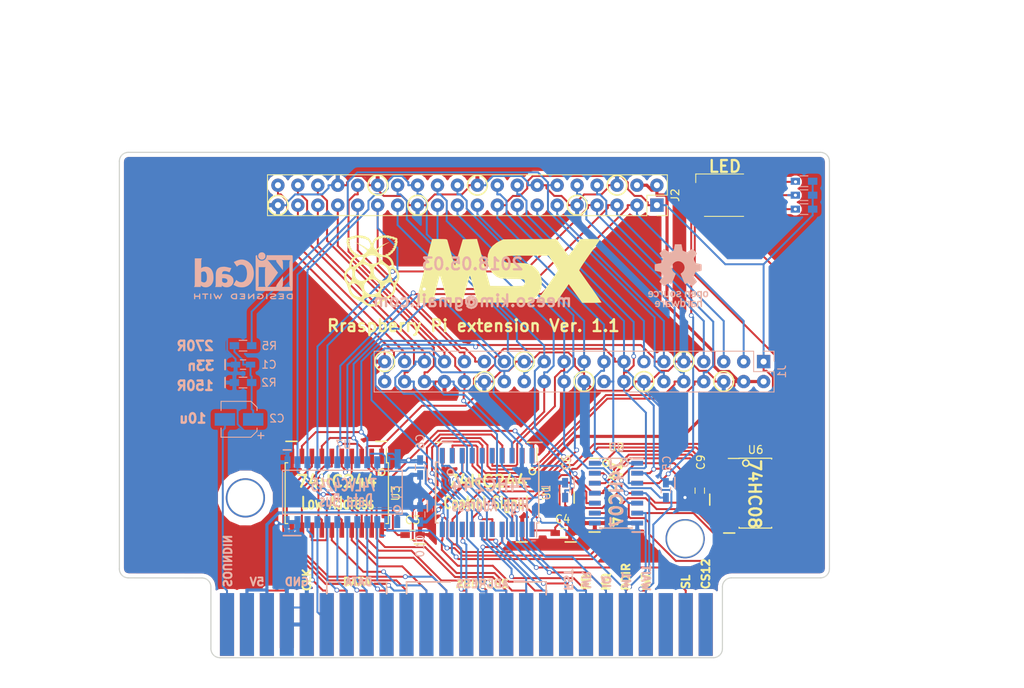
<source format=kicad_pcb>
(kicad_pcb (version 4) (host pcbnew 4.0.7)
  (layers (0 F.Cu mixed) (31 B.Cu mixed) (34 B.Paste user) (35 F.Paste user) (36 B.SilkS user) (37 F.SilkS user) (38 B.Mask user) (39 F.Mask user) (44 Edge.Cuts user))
  (net 0 "")
  (net 1 GND)
  (net 2 +5V)
  (net 3 /RD3)
  (net 4 /RD4)
  (net 5 /RD6)
  (net 6 /RD7)
  (net 7 /RD0)
  (net 8 /RD1)
  (net 9 /RD2)
  (net 10 /RD5)
  (net 11 /WAIT)
  (net 12 /INT)
  (net 13 /BUSDIR)
  (net 14 /IORQ)
  (net 15 /MREQ)
  (net 16 /WR)
  (net 17 /RD)
  (net 18 /RESET)
  (net 19 /A9)
  (net 20 /A15)
  (net 21 /A11)
  (net 22 /A10)
  (net 23 /A7)
  (net 24 /A6)
  (net 25 /A12)
  (net 26 /A8)
  (net 27 /A14)
  (net 28 /A13)
  (net 29 /A1)
  (net 30 /A0)
  (net 31 /A3)
  (net 32 /A2)
  (net 33 /A5)
  (net 34 /A4)
  (net 35 /D1)
  (net 36 /D0)
  (net 37 /D3)
  (net 38 /D2)
  (net 39 /D5)
  (net 40 /D4)
  (net 41 /D7)
  (net 42 /D6)
  (net 43 /CLK)
  (net 44 +3V3)
  (net 45 "Net-(P1-Pad5)")
  (net 46 "Net-(P1-Pad16)")
  (net 47 /RA8)
  (net 48 /RA10)
  (net 49 /RA11)
  (net 50 /RA15)
  (net 51 /RA12)
  (net 52 /RA9)
  (net 53 /RA13)
  (net 54 /RA14)
  (net 55 "Net-(P1-Pad1)")
  (net 56 "Net-(P1-Pad2)")
  (net 57 "Net-(P1-Pad3)")
  (net 58 /SLTSL)
  (net 59 "Net-(P1-Pad6)")
  (net 60 "Net-(P1-Pad44)")
  (net 61 "Net-(P1-Pad48)")
  (net 62 "Net-(P1-Pad50)")
  (net 63 /M1)
  (net 64 /RC17)
  (net 65 /RC18)
  (net 66 /RC27)
  (net 67 /RC23)
  (net 68 /RC24)
  (net 69 /RC25)
  (net 70 /RC19)
  (net 71 /RC16)
  (net 72 /RC26)
  (net 73 /RC20)
  (net 74 /SOUNDIN)
  (net 75 "Net-(D1-Pad4)")
  (net 76 "Net-(D1-Pad5)")
  (net 77 "Net-(D1-Pad6)")
  (net 78 "Net-(C1-Pad1)")
  (net 79 /nRATN)
  (net 80 /RATN)
  (net 81 /ATN)
  (net 82 /nATN)
  (net 83 /nIORQ)
  (net 84 /BDIR)
  (net 85 /DAT_EN)
  (net 86 /DAT_DIR)
  (net 87 /nBDIR)
  (net 88 /nDAT_EN)
  (net 89 "Net-(U4-Pad5)")
  (net 90 "Net-(U4-Pad8)")
  (net 91 "Net-(U4-Pad9)")
  (net 92 "Net-(U4-Pad12)")
  (net 93 "Net-(U4-Pad16)")
  (module MSX:card_edge_connector (layer F.Cu) (at 156.21 106.68)
    (fp_text reference P1 hide)
    (fp_text value CONN_02X25)
    (pad "" thru_hole circle (at 29.12364 -7.78256) (size 5 5) (drill 4.5) (layers *.Cu *.Mask) (clearance 1))
    (pad 1 connect rect (at 31.73984 3.14744) (size 1.8 8) (layers B.Cu B.Mask) (net 55 "Net-(P1-Pad1)"))
    (pad 2 connect rect (at 31.73984 3.14744) (size 1.8 8) (layers F.Cu F.Mask) (net 56 "Net-(P1-Pad2)"))
    (pad 3 connect rect (at 29.19984 3.14744) (size 1.8 8) (layers B.Cu B.Mask) (net 57 "Net-(P1-Pad3)"))
    (pad 4 connect rect (at 29.19984 3.14744) (size 1.8 8) (layers F.Cu F.Mask) (net 58 /SLTSL))
    (pad 5 connect rect (at 26.65984 3.14744) (size 1.8 8) (layers B.Cu B.Mask) (net 45 "Net-(P1-Pad5)"))
    (pad 6 connect rect (at 26.65984 3.14744) (size 1.8 8) (layers F.Cu F.Mask) (net 59 "Net-(P1-Pad6)"))
    (pad 7 connect rect (at 24.11984 3.14744) (size 1.8 8) (layers B.Cu B.Mask) (net 11 /WAIT))
    (pad 8 connect rect (at 24.11984 3.14744) (size 1.8 8) (layers F.Cu F.Mask) (net 12 /INT))
    (pad 9 connect rect (at 21.57984 3.14744) (size 1.8 8) (layers B.Cu B.Mask) (net 63 /M1))
    (pad 10 connect rect (at 21.57984 3.14744) (size 1.8 8) (layers F.Cu F.Mask) (net 13 /BUSDIR))
    (pad 11 connect rect (at 19.03984 3.14744) (size 1.8 8) (layers B.Cu B.Mask) (net 14 /IORQ))
    (pad 12 connect rect (at 19.03984 3.14744) (size 1.8 8) (layers F.Cu F.Mask) (net 15 /MREQ))
    (pad 13 connect rect (at 16.49984 3.14744) (size 1.8 8) (layers B.Cu B.Mask) (net 16 /WR))
    (pad 14 connect rect (at 16.49984 3.14744) (size 1.8 8) (layers F.Cu F.Mask) (net 17 /RD))
    (pad 15 connect rect (at 13.95984 3.14744) (size 1.8 8) (layers B.Cu B.Mask) (net 18 /RESET))
    (pad 16 connect rect (at 13.95984 3.14744) (size 1.8 8) (layers F.Cu F.Mask) (net 46 "Net-(P1-Pad16)"))
    (pad 17 connect rect (at 11.41984 3.14744) (size 1.8 8) (layers B.Cu B.Mask) (net 19 /A9))
    (pad 18 connect rect (at 11.41984 3.14744) (size 1.8 8) (layers F.Cu F.Mask) (net 20 /A15))
    (pad 19 connect rect (at 8.87984 3.14744) (size 1.8 8) (layers B.Cu B.Mask) (net 21 /A11))
    (pad 20 connect rect (at 8.87984 3.14744) (size 1.8 8) (layers F.Cu F.Mask) (net 22 /A10))
    (pad 21 connect rect (at 6.33984 3.14744) (size 1.8 8) (layers B.Cu B.Mask) (net 23 /A7))
    (pad 22 connect rect (at 6.33984 3.14744) (size 1.8 8) (layers F.Cu F.Mask) (net 24 /A6))
    (pad 23 connect rect (at 3.79984 3.14744) (size 1.8 8) (layers B.Cu B.Mask) (net 25 /A12))
    (pad 24 connect rect (at 3.79984 3.14744) (size 1.8 8) (layers F.Cu F.Mask) (net 26 /A8))
    (pad 25 connect rect (at 1.25984 3.14744) (size 1.8 8) (layers B.Cu B.Mask) (net 27 /A14))
    (pad 26 connect rect (at 1.25984 3.14744) (size 1.8 8) (layers F.Cu F.Mask) (net 28 /A13))
    (pad 27 connect rect (at -1.28016 3.14744) (size 1.8 8) (layers B.Cu B.Mask) (net 29 /A1))
    (pad 28 connect rect (at -1.28016 3.14744) (size 1.8 8) (layers F.Cu F.Mask) (net 30 /A0))
    (pad 29 connect rect (at -3.82016 3.14744) (size 1.8 8) (layers B.Cu B.Mask) (net 31 /A3))
    (pad 30 connect rect (at -3.82016 3.14744) (size 1.8 8) (layers F.Cu F.Mask) (net 32 /A2))
    (pad 31 connect rect (at -6.36016 3.14744) (size 1.8 8) (layers B.Cu B.Mask) (net 33 /A5))
    (pad 32 connect rect (at -6.36016 3.14744) (size 1.8 8) (layers F.Cu F.Mask) (net 34 /A4))
    (pad 33 connect rect (at -8.90016 3.14744) (size 1.8 8) (layers B.Cu B.Mask) (net 35 /D1))
    (pad 34 connect rect (at -8.90016 3.14744) (size 1.8 8) (layers F.Cu F.Mask) (net 36 /D0))
    (pad 35 connect rect (at -11.44016 3.14744) (size 1.8 8) (layers B.Cu B.Mask) (net 37 /D3))
    (pad 36 connect rect (at -11.44016 3.14744) (size 1.8 8) (layers F.Cu F.Mask) (net 38 /D2))
    (pad 37 connect rect (at -13.98016 3.14744) (size 1.8 8) (layers B.Cu B.Mask) (net 39 /D5))
    (pad 38 connect rect (at -13.98016 3.14744) (size 1.8 8) (layers F.Cu F.Mask) (net 40 /D4))
    (pad 39 connect rect (at -16.52016 3.14744) (size 1.8 8) (layers B.Cu B.Mask) (net 41 /D7))
    (pad 40 connect rect (at -16.52016 3.14744) (size 1.8 8) (layers F.Cu F.Mask) (net 42 /D6))
    (pad 41 connect rect (at -19.06016 3.14744) (size 1.8 8) (layers B.Cu B.Mask) (net 1 GND))
    (pad 42 connect rect (at -19.06016 3.14744) (size 1.8 8) (layers F.Cu F.Mask) (net 43 /CLK))
    (pad 43 connect rect (at -21.60016 3.14744) (size 1.8 8) (layers B.Cu B.Mask) (net 1 GND))
    (pad 44 connect rect (at -21.60524 2.65468) (size 1.8 7) (layers F.Cu F.Mask) (net 60 "Net-(P1-Pad44)"))
    (pad 45 connect rect (at -24.14016 3.14744) (size 1.8 8) (layers B.Cu B.Mask) (net 2 +5V))
    (pad 46 connect rect (at -24.14016 3.14744) (size 1.8 8) (layers F.Cu F.Mask) (net 60 "Net-(P1-Pad44)"))
    (pad 47 connect rect (at -26.68016 3.14744) (size 1.8 8) (layers B.Cu B.Mask) (net 2 +5V))
    (pad 48 connect rect (at -26.68016 3.14744) (size 1.8 8) (layers F.Cu F.Mask) (net 61 "Net-(P1-Pad48)"))
    (pad 49 connect rect (at -29.22016 3.14744) (size 1.8 8) (layers B.Cu B.Mask) (net 74 /SOUNDIN))
    (pad 50 connect rect (at -29.22016 3.14744) (size 1.8 8) (layers F.Cu F.Mask) (net 62 "Net-(P1-Pad50)"))
    (pad "" thru_hole circle (at -26.87574 -12.98448) (size 5 5) (drill 4.5) (layers *.Cu *.Mask) (clearance 1))
  )
  (module Socket_Strips:Socket_Strip_Straight_2x20_Pitch2.54mm (layer F.Cu) (at 181.737 56.388 270)
    (fp_text reference J2 (at -1.27 -2.33 270) (layer F.SilkS))
    (fp_text value RPi_GPIO)
    (pad 1 thru_hole rect (at 0 0 270) (size 1.7 1.7) (drill 0.77) (layers *.Cu *.Mask) (net 44 +3V3))
    (pad 2 thru_hole oval (at -2.54 0 270) (size 1.7 1.7) (drill 0.77) (layers *.Cu *.Mask) (net 2 +5V))
    (pad 3 thru_hole oval (at 0 2.54 270) (size 1.7 1.7) (drill 0.77) (layers *.Cu *.Mask) (net 9 /RD2))
    (pad 4 thru_hole oval (at -2.54 2.54 270) (size 1.7 1.7) (drill 0.77) (layers *.Cu *.Mask) (net 2 +5V))
    (pad 5 thru_hole oval (at 0 5.08 270) (size 1.7 1.7) (drill 0.77) (layers *.Cu *.Mask) (net 3 /RD3))
    (pad 6 thru_hole oval (at -2.54 5.08 270) (size 1.7 1.7) (drill 0.77) (layers *.Cu *.Mask) (net 1 GND))
    (pad 7 thru_hole oval (at 0 7.62 270) (size 1.7 1.7) (drill 0.77) (layers *.Cu *.Mask) (net 4 /RD4))
    (pad 8 thru_hole oval (at -2.54 7.62 270) (size 1.7 1.7) (drill 0.77) (layers *.Cu *.Mask) (net 54 /RA14))
    (pad 9 thru_hole oval (at 0 10.16 270) (size 1.7 1.7) (drill 0.77) (layers *.Cu *.Mask) (net 1 GND))
    (pad 10 thru_hole oval (at -2.54 10.16 270) (size 1.7 1.7) (drill 0.77) (layers *.Cu *.Mask) (net 50 /RA15))
    (pad 11 thru_hole oval (at 0 12.7 270) (size 1.7 1.7) (drill 0.77) (layers *.Cu *.Mask) (net 64 /RC17))
    (pad 12 thru_hole oval (at -2.54 12.7 270) (size 1.7 1.7) (drill 0.77) (layers *.Cu *.Mask) (net 65 /RC18))
    (pad 13 thru_hole oval (at 0 15.24 270) (size 1.7 1.7) (drill 0.77) (layers *.Cu *.Mask) (net 66 /RC27))
    (pad 14 thru_hole oval (at -2.54 15.24 270) (size 1.7 1.7) (drill 0.77) (layers *.Cu *.Mask) (net 1 GND))
    (pad 15 thru_hole oval (at 0 17.78 270) (size 1.7 1.7) (drill 0.77) (layers *.Cu *.Mask) (net 80 /RATN))
    (pad 16 thru_hole oval (at -2.54 17.78 270) (size 1.7 1.7) (drill 0.77) (layers *.Cu *.Mask) (net 67 /RC23))
    (pad 17 thru_hole oval (at 0 20.32 270) (size 1.7 1.7) (drill 0.77) (layers *.Cu *.Mask) (net 44 +3V3))
    (pad 18 thru_hole oval (at -2.54 20.32 270) (size 1.7 1.7) (drill 0.77) (layers *.Cu *.Mask) (net 68 /RC24))
    (pad 19 thru_hole oval (at 0 22.86 270) (size 1.7 1.7) (drill 0.77) (layers *.Cu *.Mask) (net 48 /RA10))
    (pad 20 thru_hole oval (at -2.54 22.86 270) (size 1.7 1.7) (drill 0.77) (layers *.Cu *.Mask) (net 1 GND))
    (pad 21 thru_hole oval (at 0 25.4 270) (size 1.7 1.7) (drill 0.77) (layers *.Cu *.Mask) (net 52 /RA9))
    (pad 22 thru_hole oval (at -2.54 25.4 270) (size 1.7 1.7) (drill 0.77) (layers *.Cu *.Mask) (net 69 /RC25))
    (pad 23 thru_hole oval (at 0 27.94 270) (size 1.7 1.7) (drill 0.77) (layers *.Cu *.Mask) (net 49 /RA11))
    (pad 24 thru_hole oval (at -2.54 27.94 270) (size 1.7 1.7) (drill 0.77) (layers *.Cu *.Mask) (net 47 /RA8))
    (pad 25 thru_hole oval (at 0 30.48 270) (size 1.7 1.7) (drill 0.77) (layers *.Cu *.Mask) (net 1 GND))
    (pad 26 thru_hole oval (at -2.54 30.48 270) (size 1.7 1.7) (drill 0.77) (layers *.Cu *.Mask) (net 6 /RD7))
    (pad 27 thru_hole oval (at 0 33.02 270) (size 1.7 1.7) (drill 0.77) (layers *.Cu *.Mask) (net 7 /RD0))
    (pad 28 thru_hole oval (at -2.54 33.02 270) (size 1.7 1.7) (drill 0.77) (layers *.Cu *.Mask) (net 8 /RD1))
    (pad 29 thru_hole oval (at 0 35.56 270) (size 1.7 1.7) (drill 0.77) (layers *.Cu *.Mask) (net 10 /RD5))
    (pad 30 thru_hole oval (at -2.54 35.56 270) (size 1.7 1.7) (drill 0.77) (layers *.Cu *.Mask) (net 1 GND))
    (pad 31 thru_hole oval (at 0 38.1 270) (size 1.7 1.7) (drill 0.77) (layers *.Cu *.Mask) (net 5 /RD6))
    (pad 32 thru_hole oval (at -2.54 38.1 270) (size 1.7 1.7) (drill 0.77) (layers *.Cu *.Mask) (net 51 /RA12))
    (pad 33 thru_hole oval (at 0 40.64 270) (size 1.7 1.7) (drill 0.77) (layers *.Cu *.Mask) (net 53 /RA13))
    (pad 34 thru_hole oval (at -2.54 40.64 270) (size 1.7 1.7) (drill 0.77) (layers *.Cu *.Mask) (net 1 GND))
    (pad 35 thru_hole oval (at 0 43.18 270) (size 1.7 1.7) (drill 0.77) (layers *.Cu *.Mask) (net 70 /RC19))
    (pad 36 thru_hole oval (at -2.54 43.18 270) (size 1.7 1.7) (drill 0.77) (layers *.Cu *.Mask) (net 71 /RC16))
    (pad 37 thru_hole oval (at 0 45.72 270) (size 1.7 1.7) (drill 0.77) (layers *.Cu *.Mask) (net 72 /RC26))
    (pad 38 thru_hole oval (at -2.54 45.72 270) (size 1.7 1.7) (drill 0.77) (layers *.Cu *.Mask) (net 73 /RC20))
    (pad 39 thru_hole oval (at 0 48.26 270) (size 1.7 1.7) (drill 0.77) (layers *.Cu *.Mask) (net 1 GND))
    (pad 40 thru_hole oval (at -2.54 48.26 270) (size 1.7 1.7) (drill 0.77) (layers *.Cu *.Mask) (net 81 /ATN))
  )
  (module Socket_Strips:Socket_Strip_Straight_2x20_Pitch2.54mm (layer B.Cu) (at 195.326 76.327 90)
    (fp_text reference J1 (at -1.27 2.33 90) (layer B.SilkS) (effects (justify mirror)))
    (fp_text value RPi_GPIO)
    (pad 1 thru_hole rect (at 0 0 90) (size 1.7 1.7) (drill 0.77) (layers *.Cu *.Mask) (net 44 +3V3))
    (pad 2 thru_hole oval (at -2.54 0 90) (size 1.7 1.7) (drill 0.77) (layers *.Cu *.Mask) (net 2 +5V))
    (pad 3 thru_hole oval (at 0 -2.54 90) (size 1.7 1.7) (drill 0.77) (layers *.Cu *.Mask) (net 9 /RD2))
    (pad 4 thru_hole oval (at -2.54 -2.54 90) (size 1.7 1.7) (drill 0.77) (layers *.Cu *.Mask) (net 2 +5V))
    (pad 5 thru_hole oval (at 0 -5.08 90) (size 1.7 1.7) (drill 0.77) (layers *.Cu *.Mask) (net 3 /RD3))
    (pad 6 thru_hole oval (at -2.54 -5.08 90) (size 1.7 1.7) (drill 0.77) (layers *.Cu *.Mask) (net 1 GND))
    (pad 7 thru_hole oval (at 0 -7.62 90) (size 1.7 1.7) (drill 0.77) (layers *.Cu *.Mask) (net 4 /RD4))
    (pad 8 thru_hole oval (at -2.54 -7.62 90) (size 1.7 1.7) (drill 0.77) (layers *.Cu *.Mask) (net 54 /RA14))
    (pad 9 thru_hole oval (at 0 -10.16 90) (size 1.7 1.7) (drill 0.77) (layers *.Cu *.Mask) (net 1 GND))
    (pad 10 thru_hole oval (at -2.54 -10.16 90) (size 1.7 1.7) (drill 0.77) (layers *.Cu *.Mask) (net 50 /RA15))
    (pad 11 thru_hole oval (at 0 -12.7 90) (size 1.7 1.7) (drill 0.77) (layers *.Cu *.Mask) (net 64 /RC17))
    (pad 12 thru_hole oval (at -2.54 -12.7 90) (size 1.7 1.7) (drill 0.77) (layers *.Cu *.Mask) (net 65 /RC18))
    (pad 13 thru_hole oval (at 0 -15.24 90) (size 1.7 1.7) (drill 0.9) (layers *.Cu *.Mask) (net 66 /RC27))
    (pad 14 thru_hole oval (at -2.54 -15.24 90) (size 1.7 1.7) (drill 0.77) (layers *.Cu *.Mask) (net 1 GND))
    (pad 15 thru_hole oval (at 0 -17.78 90) (size 1.7 1.7) (drill 0.77) (layers *.Cu *.Mask) (net 80 /RATN))
    (pad 16 thru_hole oval (at -2.54 -17.78 90) (size 1.7 1.7) (drill 0.77) (layers *.Cu *.Mask) (net 67 /RC23))
    (pad 17 thru_hole oval (at 0 -20.32 90) (size 1.7 1.7) (drill 0.77) (layers *.Cu *.Mask) (net 44 +3V3))
    (pad 18 thru_hole oval (at -2.54 -20.32 90) (size 1.7 1.7) (drill 0.77) (layers *.Cu *.Mask) (net 68 /RC24))
    (pad 19 thru_hole oval (at 0 -22.86 90) (size 1.7 1.7) (drill 0.77) (layers *.Cu *.Mask) (net 48 /RA10))
    (pad 20 thru_hole oval (at -2.54 -22.86 90) (size 1.7 1.7) (drill 0.77) (layers *.Cu *.Mask) (net 1 GND))
    (pad 21 thru_hole oval (at 0 -25.4 90) (size 1.7 1.7) (drill 0.77) (layers *.Cu *.Mask) (net 52 /RA9))
    (pad 22 thru_hole oval (at -2.54 -25.4 90) (size 1.7 1.7) (drill 0.77) (layers *.Cu *.Mask) (net 69 /RC25))
    (pad 23 thru_hole oval (at 0 -27.94 90) (size 1.7 1.7) (drill 0.77) (layers *.Cu *.Mask) (net 49 /RA11))
    (pad 24 thru_hole oval (at -2.54 -27.94 90) (size 1.7 1.7) (drill 0.77) (layers *.Cu *.Mask) (net 47 /RA8))
    (pad 25 thru_hole oval (at 0 -30.48 90) (size 1.7 1.7) (drill 0.77) (layers *.Cu *.Mask) (net 1 GND))
    (pad 26 thru_hole oval (at -2.54 -30.48 90) (size 1.7 1.7) (drill 0.77) (layers *.Cu *.Mask) (net 6 /RD7))
    (pad 27 thru_hole oval (at 0 -33.02 90) (size 1.7 1.7) (drill 0.77) (layers *.Cu *.Mask) (net 7 /RD0))
    (pad 28 thru_hole oval (at -2.54 -33.02 90) (size 1.7 1.7) (drill 0.77) (layers *.Cu *.Mask) (net 8 /RD1))
    (pad 29 thru_hole oval (at 0 -35.56 90) (size 1.7 1.7) (drill 0.77) (layers *.Cu *.Mask) (net 10 /RD5))
    (pad 30 thru_hole oval (at -2.54 -35.56 90) (size 1.7 1.7) (drill 0.77) (layers *.Cu *.Mask) (net 1 GND))
    (pad 31 thru_hole oval (at 0 -38.1 90) (size 1.7 1.7) (drill 0.77) (layers *.Cu *.Mask) (net 5 /RD6))
    (pad 32 thru_hole oval (at -2.54 -38.1 90) (size 1.7 1.7) (drill 0.77) (layers *.Cu *.Mask) (net 51 /RA12))
    (pad 33 thru_hole oval (at 0 -40.64 90) (size 1.7 1.7) (drill 0.77) (layers *.Cu *.Mask) (net 53 /RA13))
    (pad 34 thru_hole oval (at -2.54 -40.64 90) (size 1.7 1.7) (drill 0.77) (layers *.Cu *.Mask) (net 1 GND))
    (pad 35 thru_hole oval (at 0 -43.18 90) (size 1.7 1.7) (drill 0.77) (layers *.Cu *.Mask) (net 70 /RC19))
    (pad 36 thru_hole oval (at -2.54 -43.18 90) (size 1.7 1.7) (drill 0.77) (layers *.Cu *.Mask) (net 71 /RC16))
    (pad 37 thru_hole oval (at 0 -45.72 90) (size 1.7 1.7) (drill 0.77) (layers *.Cu *.Mask) (net 72 /RC26))
    (pad 38 thru_hole oval (at -2.54 -45.72 90) (size 1.7 1.7) (drill 0.77) (layers *.Cu *.Mask) (net 73 /RC20))
    (pad 39 thru_hole oval (at 0 -48.26 90) (size 1.7 1.7) (drill 0.77) (layers *.Cu *.Mask) (net 1 GND))
    (pad 40 thru_hole oval (at -2.54 -48.26 90) (size 1.7 1.7) (drill 0.77) (layers *.Cu *.Mask) (net 81 /ATN))
  )
  (module MSX:msx-logo (layer F.Cu) (at 162.814 64.77)
    (fp_text reference G*** hide)
    (fp_text value LOGO hide)
  )
  (module Resistors_SMD:R_0603_HandSoldering (layer B.Cu) (at 200.474 53.34 180)
    (fp_text reference R1 hide)
    (fp_text value R hide)
    (pad 1 smd rect (at -1.1 0 180) (size 1.2 0.9) (layers B.Cu B.Paste B.Mask) (net 44 +3V3))
    (pad 2 smd rect (at 1.1 0 180) (size 1.2 0.9) (layers B.Cu B.Paste B.Mask) (net 77 "Net-(D1-Pad6)"))
  )
  (module Housings_SOIC:SOIC-14_3.9x8.7mm_Pitch1.27mm (layer B.Cu) (at 176.53 93.091 180)
    (fp_text reference U5 (at -0.127 5.842 180) (layer B.SilkS) (effects (justify mirror)))
    (fp_text value 74LS07)
    (pad 1 smd rect (at -2.7 3.81 180) (size 1.5 0.6) (layers B.Cu B.Paste B.Mask) (net 68 /RC24))
    (pad 2 smd rect (at -2.7 2.54 180) (size 1.5 0.6) (layers B.Cu B.Paste B.Mask) (net 11 /WAIT))
    (pad 3 smd rect (at -2.7 1.27 180) (size 1.5 0.6) (layers B.Cu B.Paste B.Mask) (net 67 /RC23))
    (pad 4 smd rect (at -2.7 0 180) (size 1.5 0.6) (layers B.Cu B.Paste B.Mask) (net 12 /INT))
    (pad 5 smd rect (at -2.7 -1.27 180) (size 1.5 0.6) (layers B.Cu B.Paste B.Mask) (net 84 /BDIR))
    (pad 6 smd rect (at -2.7 -2.54 180) (size 1.5 0.6) (layers B.Cu B.Paste B.Mask) (net 13 /BUSDIR))
    (pad 7 smd rect (at -2.7 -3.81 180) (size 1.5 0.6) (layers B.Cu B.Paste B.Mask) (net 1 GND))
    (pad 8 smd rect (at 2.7 -3.81 180) (size 1.5 0.6) (layers B.Cu B.Paste B.Mask))
    (pad 9 smd rect (at 2.7 -2.54 180) (size 1.5 0.6) (layers B.Cu B.Paste B.Mask))
    (pad 10 smd rect (at 2.7 -1.27 180) (size 1.5 0.6) (layers B.Cu B.Paste B.Mask))
    (pad 11 smd rect (at 2.7 0 180) (size 1.5 0.6) (layers B.Cu B.Paste B.Mask))
    (pad 12 smd rect (at 2.7 1.27 180) (size 1.5 0.6) (layers B.Cu B.Paste B.Mask))
    (pad 13 smd rect (at 2.7 2.54 180) (size 1.5 0.6) (layers B.Cu B.Paste B.Mask))
    (pad 14 smd rect (at 2.7 3.81 180) (size 1.5 0.6) (layers B.Cu B.Paste B.Mask) (net 44 +3V3))
  )
  (module Capacitors_SMD:C_0603_HandSoldering (layer B.Cu) (at 129.032 76.708 180)
    (fp_text reference C1 (at -3.302 0 180) (layer B.SilkS) (effects (justify mirror)))
    (fp_text value C)
    (pad 1 smd rect (at -0.95 0 180) (size 1.2 0.75) (layers B.Cu B.Paste B.Mask) (net 78 "Net-(C1-Pad1)"))
    (pad 2 smd rect (at 0.95 0 180) (size 1.2 0.75) (layers B.Cu B.Paste B.Mask) (net 1 GND))
  )
  (module Resistors_SMD:R_0603_HandSoldering (layer B.Cu) (at 129.032 78.994 180)
    (fp_text reference R2 (at -3.302 0 180) (layer B.SilkS) (effects (justify mirror)))
    (fp_text value R)
    (pad 1 smd rect (at -1.1 0 180) (size 1.2 0.9) (layers B.Cu B.Paste B.Mask) (net 78 "Net-(C1-Pad1)"))
    (pad 2 smd rect (at 1.1 0 180) (size 1.2 0.9) (layers B.Cu B.Paste B.Mask) (net 1 GND))
  )
  (module Capacitors_SMD:C_0603_HandSoldering (layer F.Cu) (at 150.622 98.425)
    (fp_text reference C3 (at 0 -1.905) (layer F.SilkS))
    (fp_text value C)
    (pad 1 smd rect (at -0.95 0) (size 1.2 0.75) (layers F.Cu F.Paste F.Mask) (net 44 +3V3))
    (pad 2 smd rect (at 0.95 0) (size 1.2 0.75) (layers F.Cu F.Paste F.Mask) (net 1 GND))
  )
  (module Capacitors_SMD:C_0603_HandSoldering (layer F.Cu) (at 169.738 98.171)
    (fp_text reference C4 (at 0 -1.778) (layer F.SilkS))
    (fp_text value C)
    (pad 1 smd rect (at -0.95 0) (size 1.2 0.75) (layers F.Cu F.Paste F.Mask) (net 44 +3V3))
    (pad 2 smd rect (at 0.95 0) (size 1.2 0.75) (layers F.Cu F.Paste F.Mask) (net 1 GND))
  )
  (module Capacitors_SMD:C_0603_HandSoldering (layer B.Cu) (at 182.88 92.71 90)
    (fp_text reference C5 (at 3.429 0.127 90) (layer B.SilkS) (effects (justify mirror)))
    (fp_text value C)
    (pad 1 smd rect (at -0.95 0 90) (size 1.2 0.75) (layers B.Cu B.Paste B.Mask) (net 44 +3V3))
    (pad 2 smd rect (at 0.95 0 90) (size 1.2 0.75) (layers B.Cu B.Paste B.Mask) (net 1 GND))
  )
  (module Capacitors_SMD:C_0603_HandSoldering (layer B.Cu) (at 151.587 89.8144 270)
    (fp_text reference C6 (at -3.302 0 270) (layer B.SilkS) (effects (justify mirror)))
    (fp_text value C)
    (pad 1 smd rect (at -0.95 0 270) (size 1.2 0.75) (layers B.Cu B.Paste B.Mask) (net 44 +3V3))
    (pad 2 smd rect (at 0.95 0 270) (size 1.2 0.75) (layers B.Cu B.Paste B.Mask) (net 1 GND))
  )
  (module Capacitors_SMD:C_0603_HandSoldering (layer B.Cu) (at 170.053 92.71 90)
    (fp_text reference C7 (at 3.429 0.254 90) (layer B.SilkS) (effects (justify mirror)))
    (fp_text value C)
    (pad 1 smd rect (at -0.95 0 90) (size 1.2 0.75) (layers B.Cu B.Paste B.Mask) (net 44 +3V3))
    (pad 2 smd rect (at 0.95 0 90) (size 1.2 0.75) (layers B.Cu B.Paste B.Mask) (net 1 GND))
  )
  (module LEDs:LED_RGB_5050-6 (layer F.Cu) (at 190.284 55.118)
    (fp_text reference D1 hide)
    (fp_text value LED_RGB)
    (pad 1 smd rect (at -2.4 -1.7 90) (size 1.1 2) (layers F.Cu F.Paste F.Mask) (net 79 /nRATN))
    (pad 2 smd rect (at -2.4 0 90) (size 1.1 2) (layers F.Cu F.Paste F.Mask) (net 14 /IORQ))
    (pad 3 smd rect (at -2.4 1.7 90) (size 1.1 2) (layers F.Cu F.Paste F.Mask) (net 86 /DAT_DIR))
    (pad 4 smd rect (at 2.4 1.7 90) (size 1.1 2) (layers F.Cu F.Paste F.Mask) (net 75 "Net-(D1-Pad4)"))
    (pad 5 smd rect (at 2.4 0 90) (size 1.1 2) (layers F.Cu F.Paste F.Mask) (net 76 "Net-(D1-Pad5)"))
    (pad 6 smd rect (at 2.4 -1.7 90) (size 1.1 2) (layers F.Cu F.Paste F.Mask) (net 77 "Net-(D1-Pad6)"))
  )
  (module Resistors_SMD:R_0603_HandSoldering (layer B.Cu) (at 200.474 55.118 180)
    (fp_text reference R3 hide)
    (fp_text value R hide)
    (pad 1 smd rect (at -1.1 0 180) (size 1.2 0.9) (layers B.Cu B.Paste B.Mask) (net 44 +3V3))
    (pad 2 smd rect (at 1.1 0 180) (size 1.2 0.9) (layers B.Cu B.Paste B.Mask) (net 76 "Net-(D1-Pad5)"))
  )
  (module Resistors_SMD:R_0603_HandSoldering (layer B.Cu) (at 200.474 56.896 180)
    (fp_text reference R4 hide)
    (fp_text value R)
    (pad 1 smd rect (at -1.1 0 180) (size 1.2 0.9) (layers B.Cu B.Paste B.Mask) (net 44 +3V3))
    (pad 2 smd rect (at 1.1 0 180) (size 1.2 0.9) (layers B.Cu B.Paste B.Mask) (net 75 "Net-(D1-Pad4)"))
  )
  (module Resistors_SMD:R_0603_HandSoldering (layer B.Cu) (at 129.032 74.295 180)
    (fp_text reference R5 (at -3.3528 -0.0254 180) (layer B.SilkS) (effects (justify mirror)))
    (fp_text value R)
    (pad 1 smd rect (at -1.1 0 180) (size 1.2 0.9) (layers B.Cu B.Paste B.Mask) (net 65 /RC18))
    (pad 2 smd rect (at 1.1 0 180) (size 1.2 0.9) (layers B.Cu B.Paste B.Mask) (net 78 "Net-(C1-Pad1)"))
  )
  (module Housings_SOIC:SOIC-14_3.9x8.7mm_Pitch1.27mm (layer F.Cu) (at 176.53 93.091)
    (fp_text reference U2 (at 0 -5.842) (layer F.SilkS))
    (fp_text value 74HC04)
    (pad 1 smd rect (at -2.7 -3.81) (size 1.5 0.6) (layers F.Cu F.Paste F.Mask) (net 87 /nBDIR))
    (pad 2 smd rect (at -2.7 -2.54) (size 1.5 0.6) (layers F.Cu F.Paste F.Mask) (net 84 /BDIR))
    (pad 3 smd rect (at -2.7 -1.27) (size 1.5 0.6) (layers F.Cu F.Paste F.Mask) (net 82 /nATN))
    (pad 4 smd rect (at -2.7 0) (size 1.5 0.6) (layers F.Cu F.Paste F.Mask) (net 81 /ATN))
    (pad 5 smd rect (at -2.7 1.27) (size 1.5 0.6) (layers F.Cu F.Paste F.Mask) (net 14 /IORQ))
    (pad 6 smd rect (at -2.7 2.54) (size 1.5 0.6) (layers F.Cu F.Paste F.Mask) (net 83 /nIORQ))
    (pad 7 smd rect (at -2.7 3.81) (size 1.5 0.6) (layers F.Cu F.Paste F.Mask) (net 1 GND))
    (pad 8 smd rect (at 2.7 3.81) (size 1.5 0.6) (layers F.Cu F.Paste F.Mask) (net 85 /DAT_EN))
    (pad 9 smd rect (at 2.7 2.54) (size 1.5 0.6) (layers F.Cu F.Paste F.Mask) (net 88 /nDAT_EN))
    (pad 10 smd rect (at 2.7 1.27) (size 1.5 0.6) (layers F.Cu F.Paste F.Mask) (net 86 /DAT_DIR))
    (pad 11 smd rect (at 2.7 0) (size 1.5 0.6) (layers F.Cu F.Paste F.Mask) (net 69 /RC25))
    (pad 12 smd rect (at 2.7 -1.27) (size 1.5 0.6) (layers F.Cu F.Paste F.Mask) (net 79 /nRATN))
    (pad 13 smd rect (at 2.7 -2.54) (size 1.5 0.6) (layers F.Cu F.Paste F.Mask) (net 80 /RATN))
    (pad 14 smd rect (at 2.7 -3.81) (size 1.5 0.6) (layers F.Cu F.Paste F.Mask) (net 44 +3V3))
  )
  (module Capacitors_SMD:C_0603_HandSoldering (layer F.Cu) (at 170.053 92.71 270)
    (fp_text reference C8 (at -3.556 -0.127 270) (layer F.SilkS))
    (fp_text value C)
    (pad 1 smd rect (at -0.95 0 270) (size 1.2 0.75) (layers F.Cu F.Paste F.Mask) (net 44 +3V3))
    (pad 2 smd rect (at 0.95 0 270) (size 1.2 0.75) (layers F.Cu F.Paste F.Mask) (net 1 GND))
  )
  (module Capacitors_SMD:C_0603_HandSoldering (layer F.Cu) (at 187.198 92.771 270)
    (fp_text reference C9 (at -3.617 -0.127 270) (layer F.SilkS))
    (fp_text value C)
    (pad 1 smd rect (at -0.95 0 270) (size 1.2 0.75) (layers F.Cu F.Paste F.Mask) (net 44 +3V3))
    (pad 2 smd rect (at 0.95 0 270) (size 1.2 0.75) (layers F.Cu F.Paste F.Mask) (net 1 GND))
  )
  (module Capacitors_SMD:C_0603_HandSoldering (layer B.Cu) (at 151.587 95.8088 270)
    (fp_text reference C10 (at 4.0284 0 270) (layer B.SilkS) (effects (justify mirror)))
    (fp_text value C)
    (pad 1 smd rect (at -0.95 0 270) (size 1.2 0.75) (layers B.Cu B.Paste B.Mask) (net 1 GND))
    (pad 2 smd rect (at 0.95 0 270) (size 1.2 0.75) (layers B.Cu B.Paste B.Mask) (net 2 +5V))
  )
  (module msx:raspberry_pi_logo (layer F.Cu) (at 145.415 64.77)
    (fp_text reference G1 hide)
    (fp_text value LOGO hide)
  )
  (module Symbols:KiCad-Logo2_6mm_SilkScreen (layer B.Cu) (at 129.0828 65.3796 180)
    (fp_text reference REF3 hide)
    (fp_text value KiCad-Logo2_6mm_SilkScreen hide)
  )
  (module Symbols:OSHW-Logo_7.5x8mm_SilkScreen (layer B.Cu) (at 184.4548 65.3796 180)
    (fp_text reference REF2 hide)
    (fp_text value OSHW-Logo_7.5x8mm_SilkScreen hide)
  )
  (module Capacitors_SMD:CP_Elec_4x4.5 (layer B.Cu) (at 128.524 83.693 180)
    (fp_text reference C2 (at -4.826 0.127 360) (layer B.SilkS) (effects (justify mirror)))
    (fp_text value CP)
    (fp_text user + (at -2.78 -1.99 360) (layer B.SilkS) (effects (justify mirror)))
    (pad 1 smd rect (at -1.8 0) (size 2.6 1.6) (layers B.Cu B.Paste B.Mask) (net 78 "Net-(C1-Pad1)"))
    (pad 2 smd rect (at 1.8 0) (size 2.6 1.6) (layers B.Cu B.Paste B.Mask) (net 74 /SOUNDIN))
  )
  (module Housings_SOIC:SOIC-14_3.9x8.7mm_Pitch1.27mm (layer F.Cu) (at 194.277 93.091)
    (fp_text reference U6 (at 0.033 -5.5245) (layer F.SilkS))
    (fp_text value 74LS08)
    (pad 1 smd rect (at -2.7 -3.81) (size 1.5 0.6) (layers F.Cu F.Paste F.Mask) (net 15 /MREQ))
    (pad 2 smd rect (at -2.7 -2.54) (size 1.5 0.6) (layers F.Cu F.Paste F.Mask) (net 14 /IORQ))
    (pad 3 smd rect (at -2.7 -1.27) (size 1.5 0.6) (layers F.Cu F.Paste F.Mask) (net 82 /nATN))
    (pad 4 smd rect (at -2.7 0) (size 1.5 0.6) (layers F.Cu F.Paste F.Mask) (net 81 /ATN))
    (pad 5 smd rect (at -2.7 1.27) (size 1.5 0.6) (layers F.Cu F.Paste F.Mask) (net 80 /RATN))
    (pad 6 smd rect (at -2.7 2.54) (size 1.5 0.6) (layers F.Cu F.Paste F.Mask) (net 88 /nDAT_EN))
    (pad 7 smd rect (at -2.7 3.81) (size 1.5 0.6) (layers F.Cu F.Paste F.Mask) (net 1 GND))
    (pad 8 smd rect (at 2.7 3.81) (size 1.5 0.6) (layers F.Cu F.Paste F.Mask) (net 87 /nBDIR))
    (pad 9 smd rect (at 2.7 2.54) (size 1.5 0.6) (layers F.Cu F.Paste F.Mask) (net 83 /nIORQ))
    (pad 10 smd rect (at 2.7 1.27) (size 1.5 0.6) (layers F.Cu F.Paste F.Mask) (net 69 /RC25))
    (pad 11 smd rect (at 2.7 0) (size 1.5 0.6) (layers F.Cu F.Paste F.Mask))
    (pad 12 smd rect (at 2.7 -1.27) (size 1.5 0.6) (layers F.Cu F.Paste F.Mask))
    (pad 13 smd rect (at 2.7 -2.54) (size 1.5 0.6) (layers F.Cu F.Paste F.Mask))
    (pad 14 smd rect (at 2.7 -3.81) (size 1.5 0.6) (layers F.Cu F.Paste F.Mask) (net 44 +3V3))
  )
  (module Housings_SOIC:SOIC-20W_7.5x12.8mm_Pitch1.27mm (layer F.Cu) (at 160.147 93.0158 270)
    (fp_text reference U1 (at 0 -7.5 270) (layer F.SilkS))
    (fp_text value 74HC244)
    (pad 1 smd rect (at -4.7 -5.715 270) (size 1.95 0.6) (layers F.Cu F.Paste F.Mask) (net 1 GND))
    (pad 2 smd rect (at -4.7 -4.445 270) (size 1.95 0.6) (layers F.Cu F.Paste F.Mask) (net 25 /A12))
    (pad 3 smd rect (at -4.7 -3.175 270) (size 1.95 0.6) (layers F.Cu F.Paste F.Mask) (net 47 /RA8))
    (pad 4 smd rect (at -4.7 -1.905 270) (size 1.95 0.6) (layers F.Cu F.Paste F.Mask) (net 28 /A13))
    (pad 5 smd rect (at -4.7 -0.635 270) (size 1.95 0.6) (layers F.Cu F.Paste F.Mask) (net 52 /RA9))
    (pad 6 smd rect (at -4.7 0.635 270) (size 1.95 0.6) (layers F.Cu F.Paste F.Mask) (net 22 /A10))
    (pad 7 smd rect (at -4.7 1.905 270) (size 1.95 0.6) (layers F.Cu F.Paste F.Mask) (net 54 /RA14))
    (pad 8 smd rect (at -4.7 3.175 270) (size 1.95 0.6) (layers F.Cu F.Paste F.Mask) (net 21 /A11))
    (pad 9 smd rect (at -4.7 4.445 270) (size 1.95 0.6) (layers F.Cu F.Paste F.Mask) (net 50 /RA15))
    (pad 10 smd rect (at -4.7 5.715 270) (size 1.95 0.6) (layers F.Cu F.Paste F.Mask) (net 1 GND))
    (pad 11 smd rect (at 4.7 5.715 270) (size 1.95 0.6) (layers F.Cu F.Paste F.Mask) (net 20 /A15))
    (pad 12 smd rect (at 4.7 4.445 270) (size 1.95 0.6) (layers F.Cu F.Paste F.Mask) (net 49 /RA11))
    (pad 13 smd rect (at 4.7 3.175 270) (size 1.95 0.6) (layers F.Cu F.Paste F.Mask) (net 27 /A14))
    (pad 14 smd rect (at 4.7 1.905 270) (size 1.95 0.6) (layers F.Cu F.Paste F.Mask) (net 48 /RA10))
    (pad 15 smd rect (at 4.7 0.635 270) (size 1.95 0.6) (layers F.Cu F.Paste F.Mask) (net 19 /A9))
    (pad 16 smd rect (at 4.7 -0.635 270) (size 1.95 0.6) (layers F.Cu F.Paste F.Mask) (net 53 /RA13))
    (pad 17 smd rect (at 4.7 -1.905 270) (size 1.95 0.6) (layers F.Cu F.Paste F.Mask) (net 26 /A8))
    (pad 18 smd rect (at 4.7 -3.175 270) (size 1.95 0.6) (layers F.Cu F.Paste F.Mask) (net 51 /RA12))
    (pad 19 smd rect (at 4.7 -4.445 270) (size 1.95 0.6) (layers F.Cu F.Paste F.Mask) (net 1 GND))
    (pad 20 smd rect (at 4.7 -5.715 270) (size 1.95 0.6) (layers F.Cu F.Paste F.Mask) (net 44 +3V3))
  )
  (module Housings_SOIC:SOIC-20W_7.5x12.8mm_Pitch1.27mm (layer F.Cu) (at 140.97 93.091 270)
    (fp_text reference U3 (at 0 -7.5 270) (layer F.SilkS))
    (fp_text value 74HC244)
    (pad 1 smd rect (at -4.7 -5.715 270) (size 1.95 0.6) (layers F.Cu F.Paste F.Mask) (net 80 /RATN))
    (pad 2 smd rect (at -4.7 -4.445 270) (size 1.95 0.6) (layers F.Cu F.Paste F.Mask) (net 24 /A6))
    (pad 3 smd rect (at -4.7 -3.175 270) (size 1.95 0.6) (layers F.Cu F.Paste F.Mask) (net 9 /RD2))
    (pad 4 smd rect (at -4.7 -1.905 270) (size 1.95 0.6) (layers F.Cu F.Paste F.Mask) (net 23 /A7))
    (pad 5 smd rect (at -4.7 -0.635 270) (size 1.95 0.6) (layers F.Cu F.Paste F.Mask) (net 3 /RD3))
    (pad 6 smd rect (at -4.7 0.635 270) (size 1.95 0.6) (layers F.Cu F.Paste F.Mask) (net 34 /A4))
    (pad 7 smd rect (at -4.7 1.905 270) (size 1.95 0.6) (layers F.Cu F.Paste F.Mask) (net 7 /RD0))
    (pad 8 smd rect (at -4.7 3.175 270) (size 1.95 0.6) (layers F.Cu F.Paste F.Mask) (net 33 /A5))
    (pad 9 smd rect (at -4.7 4.445 270) (size 1.95 0.6) (layers F.Cu F.Paste F.Mask) (net 8 /RD1))
    (pad 10 smd rect (at -4.7 5.715 270) (size 1.95 0.6) (layers F.Cu F.Paste F.Mask) (net 1 GND))
    (pad 11 smd rect (at 4.7 5.715 270) (size 1.95 0.6) (layers F.Cu F.Paste F.Mask) (net 29 /A1))
    (pad 12 smd rect (at 4.7 4.445 270) (size 1.95 0.6) (layers F.Cu F.Paste F.Mask) (net 10 /RD5))
    (pad 13 smd rect (at 4.7 3.175 270) (size 1.95 0.6) (layers F.Cu F.Paste F.Mask) (net 30 /A0))
    (pad 14 smd rect (at 4.7 1.905 270) (size 1.95 0.6) (layers F.Cu F.Paste F.Mask) (net 4 /RD4))
    (pad 15 smd rect (at 4.7 0.635 270) (size 1.95 0.6) (layers F.Cu F.Paste F.Mask) (net 31 /A3))
    (pad 16 smd rect (at 4.7 -0.635 270) (size 1.95 0.6) (layers F.Cu F.Paste F.Mask) (net 6 /RD7))
    (pad 17 smd rect (at 4.7 -1.905 270) (size 1.95 0.6) (layers F.Cu F.Paste F.Mask) (net 32 /A2))
    (pad 18 smd rect (at 4.7 -3.175 270) (size 1.95 0.6) (layers F.Cu F.Paste F.Mask) (net 5 /RD6))
    (pad 19 smd rect (at 4.7 -4.445 270) (size 1.95 0.6) (layers F.Cu F.Paste F.Mask) (net 80 /RATN))
    (pad 20 smd rect (at 4.7 -5.715 270) (size 1.95 0.6) (layers F.Cu F.Paste F.Mask) (net 44 +3V3))
  )
  (module Housings_SOIC:SOIC-20W_7.5x12.8mm_Pitch1.27mm (layer B.Cu) (at 160.096 93.0158 90)
    (fp_text reference U4 (at 0 7.5 90) (layer B.SilkS) (effects (justify mirror)))
    (fp_text value 74HC244)
    (pad 1 smd rect (at -4.7 5.715 90) (size 1.95 0.6) (layers B.Cu B.Paste B.Mask) (net 1 GND))
    (pad 2 smd rect (at -4.7 4.445 90) (size 1.95 0.6) (layers B.Cu B.Paste B.Mask) (net 18 /RESET))
    (pad 3 smd rect (at -4.7 3.175 90) (size 1.95 0.6) (layers B.Cu B.Paste B.Mask) (net 70 /RC19))
    (pad 4 smd rect (at -4.7 1.905 90) (size 1.95 0.6) (layers B.Cu B.Paste B.Mask) (net 16 /WR))
    (pad 5 smd rect (at -4.7 0.635 90) (size 1.95 0.6) (layers B.Cu B.Paste B.Mask) (net 89 "Net-(U4-Pad5)"))
    (pad 6 smd rect (at -4.7 -0.635 90) (size 1.95 0.6) (layers B.Cu B.Paste B.Mask) (net 17 /RD))
    (pad 7 smd rect (at -4.7 -1.905 90) (size 1.95 0.6) (layers B.Cu B.Paste B.Mask) (net 64 /RC17))
    (pad 8 smd rect (at -4.7 -3.175 90) (size 1.95 0.6) (layers B.Cu B.Paste B.Mask) (net 90 "Net-(U4-Pad8)"))
    (pad 9 smd rect (at -4.7 -4.445 90) (size 1.95 0.6) (layers B.Cu B.Paste B.Mask) (net 91 "Net-(U4-Pad9)"))
    (pad 10 smd rect (at -4.7 -5.715 90) (size 1.95 0.6) (layers B.Cu B.Paste B.Mask) (net 1 GND))
    (pad 11 smd rect (at 4.7 -5.715 90) (size 1.95 0.6) (layers B.Cu B.Paste B.Mask) (net 63 /M1))
    (pad 12 smd rect (at 4.7 -4.445 90) (size 1.95 0.6) (layers B.Cu B.Paste B.Mask) (net 92 "Net-(U4-Pad12)"))
    (pad 13 smd rect (at 4.7 -3.175 90) (size 1.95 0.6) (layers B.Cu B.Paste B.Mask) (net 58 /SLTSL))
    (pad 14 smd rect (at 4.7 -1.905 90) (size 1.95 0.6) (layers B.Cu B.Paste B.Mask) (net 73 /RC20))
    (pad 15 smd rect (at 4.7 -0.635 90) (size 1.95 0.6) (layers B.Cu B.Paste B.Mask) (net 15 /MREQ))
    (pad 16 smd rect (at 4.7 0.635 90) (size 1.95 0.6) (layers B.Cu B.Paste B.Mask) (net 93 "Net-(U4-Pad16)"))
    (pad 17 smd rect (at 4.7 1.905 90) (size 1.95 0.6) (layers B.Cu B.Paste B.Mask) (net 14 /IORQ))
    (pad 18 smd rect (at 4.7 3.175 90) (size 1.95 0.6) (layers B.Cu B.Paste B.Mask) (net 71 /RC16))
    (pad 19 smd rect (at 4.7 4.445 90) (size 1.95 0.6) (layers B.Cu B.Paste B.Mask) (net 1 GND))
    (pad 20 smd rect (at 4.7 5.715 90) (size 1.95 0.6) (layers B.Cu B.Paste B.Mask) (net 44 +3V3))
  )
  (module MSX:SOIC-24@ (layer B.Cu) (at 141.681 92.964 180)
    (fp_text reference U7 (at -0.1524 6.0452 180) (layer B.SilkS) (effects (justify mirror)))
    (fp_text value LVC4245)
    (pad 1 smd rect (at -6.985 -3.81 180) (size 0.762 1.524) (layers B.Cu B.Paste B.Mask) (net 2 +5V))
    (pad 2 smd rect (at -5.715 -3.81 180) (size 0.762 1.524) (layers B.Cu B.Paste B.Mask) (net 86 /DAT_DIR))
    (pad 3 smd rect (at -4.445 -3.81 180) (size 0.762 1.524) (layers B.Cu B.Paste B.Mask) (net 35 /D1))
    (pad 4 smd rect (at -3.175 -3.81 180) (size 0.762 1.524) (layers B.Cu B.Paste B.Mask) (net 36 /D0))
    (pad 5 smd rect (at -1.905 -3.81 180) (size 0.762 1.524) (layers B.Cu B.Paste B.Mask) (net 37 /D3))
    (pad 6 smd rect (at -0.635 -3.81 180) (size 0.762 1.524) (layers B.Cu B.Paste B.Mask) (net 38 /D2))
    (pad 7 smd rect (at 0.635 -3.81 180) (size 0.762 1.524) (layers B.Cu B.Paste B.Mask) (net 39 /D5))
    (pad 8 smd rect (at 1.905 -3.81 180) (size 0.762 1.524) (layers B.Cu B.Paste B.Mask) (net 40 /D4))
    (pad 9 smd rect (at 3.175 -3.81 180) (size 0.762 1.524) (layers B.Cu B.Paste B.Mask) (net 41 /D7))
    (pad 10 smd rect (at 4.445 -3.81 180) (size 0.762 1.524) (layers B.Cu B.Paste B.Mask) (net 42 /D6))
    (pad 11 smd rect (at 5.715 -3.81 180) (size 0.762 1.524) (layers B.Cu B.Paste B.Mask) (net 1 GND))
    (pad 12 smd rect (at 7.112 -3.81 180) (size 0.762 1.524) (layers B.Cu B.Paste B.Mask) (net 1 GND))
    (pad 24 smd rect (at -7.0358 4.2291 180) (size 0.762 2.5) (layers B.Cu B.Paste B.Mask) (net 44 +3V3))
    (pad 23 smd rect (at -5.715 3.81 180) (size 0.762 1.524) (layers B.Cu B.Paste B.Mask) (net 44 +3V3))
    (pad 22 smd rect (at -4.445 3.81 180) (size 0.762 1.524) (layers B.Cu B.Paste B.Mask) (net 85 /DAT_EN))
    (pad 21 smd rect (at -3.175 3.81 180) (size 0.762 1.524) (layers B.Cu B.Paste B.Mask) (net 8 /RD1))
    (pad 20 smd rect (at -1.905 3.81 180) (size 0.762 1.524) (layers B.Cu B.Paste B.Mask) (net 7 /RD0))
    (pad 19 smd rect (at -0.635 3.81 180) (size 0.762 1.524) (layers B.Cu B.Paste B.Mask) (net 3 /RD3))
    (pad 18 smd rect (at 0.635 3.81 180) (size 0.762 1.524) (layers B.Cu B.Paste B.Mask) (net 9 /RD2))
    (pad 17 smd rect (at 1.905 3.81 180) (size 0.762 1.524) (layers B.Cu B.Paste B.Mask) (net 10 /RD5))
    (pad 16 smd rect (at 3.175 3.81 180) (size 0.762 1.524) (layers B.Cu B.Paste B.Mask) (net 4 /RD4))
    (pad 15 smd rect (at 4.445 3.81 180) (size 0.762 1.524) (layers B.Cu B.Paste B.Mask) (net 6 /RD7))
    (pad 14 smd rect (at 5.715 3.81 180) (size 0.762 1.524) (layers B.Cu B.Paste B.Mask) (net 5 /RD6))
    (pad 13 smd rect (at 6.985 3.81 180) (size 0.762 1.524) (layers B.Cu B.Paste B.Mask) (net 1 GND))
  )
  (gr_line (start 171.196 94.361) (end 171.196 92.964) (layer F.SilkS) (width 0.2))
  (gr_text 10u (at 122.6312 83.566) (layer B.SilkS) (effects (font (size 1.2 1.2) (thickness 0.3)) (justify mirror)))
  (gr_text 150R (at 122.936 79.4004) (layer B.SilkS) (effects (font (size 1.2 1.2) (thickness 0.3)) (justify mirror)))
  (gr_text 33n (at 123.6472 76.8604) (layer B.SilkS) (effects (font (size 1.2 1.2) (thickness 0.3)) (justify mirror)))
  (gr_text 270R (at 122.936 74.3204) (layer B.SilkS) (effects (font (size 1.2 1.2) (thickness 0.3)) (justify mirror)))
  (gr_line (start 184.023 91.059) (end 184.023 92.456) (layer B.SilkS) (width 0.2))
  (gr_line (start 171.196 91.059) (end 171.196 92.456) (layer B.SilkS) (width 0.2))
  (gr_line (start 126.746 78.359) (end 126.746 79.629) (layer B.SilkS) (width 0.2))
  (gr_line (start 126.746 76.073) (end 126.746 77.343) (layer B.SilkS) (width 0.2))
  (gr_text "Control Signal" (at 160.02 94.3356) (layer F.SilkS) (effects (font (size 1.5 1) (thickness 0.25))))
  (gr_text "Low Address" (at 141.097 94.361) (layer F.SilkS) (effects (font (size 1.5 1) (thickness 0.25))))
  (gr_text "Data Bus" (at 142.1384 94.0308) (layer B.SilkS) (effects (font (size 1.5 1) (thickness 0.25)) (justify mirror)))
  (gr_text "High Address" (at 160.528 94.615) (layer B.SilkS) (effects (font (size 1.5 1) (thickness 0.25)) (justify mirror)))
  (gr_line (start 188.468 94.615) (end 188.468 93.218) (layer F.SilkS) (width 0.2))
  (gr_line (start 178.689 98.044) (end 180.086 98.044) (layer B.SilkS) (width 0.2))
  (gr_line (start 170.053 99.314) (end 171.45 99.314) (layer F.SilkS) (width 0.2))
  (gr_line (start 152.5016 90.0938) (end 152.5016 91.4908) (layer B.SilkS) (width 0.2))
  (gr_line (start 165.735 86.614) (end 167.132 86.614) (layer B.SilkS) (width 0.2))
  (gr_line (start 134.1628 98.5012) (end 136.398 98.5012) (layer B.SilkS) (width 0.2))
  (gr_line (start 134.1628 87.5792) (end 135.128 87.5792) (layer B.SilkS) (width 0.2))
  (gr_line (start 154.305 86.614) (end 155.702 86.614) (layer B.SilkS) (width 0.2))
  (gr_line (start 178.562 98.044) (end 179.959 98.044) (layer B.SilkS) (width 0.2))
  (gr_line (start 190.246 98.171) (end 191.643 98.171) (layer F.SilkS) (width 0.2))
  (gr_line (start 173.101 98.044) (end 174.498 98.044) (layer F.SilkS) (width 0.2))
  (gr_line (start 163.83 99.314) (end 165.227 99.314) (layer F.SilkS) (width 0.2))
  (gr_line (start 153.67 86.614) (end 155.067 86.614) (layer F.SilkS) (width 0.2))
  (gr_line (start 165.227 86.614) (end 166.624 86.614) (layer F.SilkS) (width 0.2))
  (gr_line (start 152.5016 94.0562) (end 152.5016 95.4532) (layer B.SilkS) (width 0.2))
  (gr_line (start 150.876 99.568) (end 152.273 99.568) (layer F.SilkS) (width 0.2))
  (gr_line (start 145.923 86.487) (end 147.32 86.487) (layer F.SilkS) (width 0.2))
  (gr_line (start 134.493 86.487) (end 135.89 86.487) (layer F.SilkS) (width 0.2))
  (gr_circle (center 176.669765 53.848) (end 177.558765 54.737) (layer F.SilkS) (width 0.2))
  (gr_circle (center 171.589765 56.388) (end 172.478765 57.277) (layer F.SilkS) (width 0.2))
  (gr_circle (center 158.877 53.848) (end 159.766 54.737) (layer F.SilkS) (width 0.2))
  (gr_circle (center 151.269765 56.388) (end 152.158765 57.277) (layer F.SilkS) (width 0.2))
  (gr_circle (center 146.189765 53.848) (end 147.078765 54.737) (layer F.SilkS) (width 0.2))
  (gr_circle (center 133.489765 56.388) (end 134.378765 57.277) (layer F.SilkS) (width 0.2))
  (gr_circle (center 185.166 76.314235) (end 186.055 77.203235) (layer F.SilkS) (width 0.2))
  (gr_circle (center 190.246 78.854235) (end 191.135 79.743235) (layer F.SilkS) (width 0.2))
  (gr_circle (center 180.086 78.854235) (end 180.975 79.743235) (layer F.SilkS) (width 0.2))
  (gr_circle (center 172.466 78.854235) (end 173.355 79.743235) (layer F.SilkS) (width 0.2))
  (gr_circle (center 164.846 76.314235) (end 165.735 77.203235) (layer F.SilkS) (width 0.2))
  (gr_circle (center 159.766 78.879765) (end 160.655 79.768765) (layer F.SilkS) (width 0.2))
  (gr_circle (center 147.066 76.327) (end 147.955 77.216) (layer F.SilkS) (width 0.2))
  (gr_circle (center 193.0654 89.260391) (end 193.4464 89.133391) (layer F.SilkS) (width 0.2))
  (gr_circle (center 177.673 89.281) (end 178.054 89.408) (layer B.SilkS) (width 0.2))
  (gr_text 74HC244 (at 160.147 91.567) (layer F.SilkS) (effects (font (size 1.5 1.5) (thickness 0.3))))
  (gr_text 74HC08 (at 194.183 93.218 270) (layer F.SilkS) (effects (font (size 1.5 1.5) (thickness 0.3))))
  (gr_text 74HC04 (at 176.3776 93.0656 270) (layer F.SilkS) (effects (font (size 1.5 1.5) (thickness 0.3))))
  (gr_text SOUNDIN (at 127 101.727 270) (layer B.SilkS) (effects (font (size 1 1) (thickness 0.25)) (justify mirror)))
  (gr_circle (center 165.8874 90.3224) (end 166.2684 90.4494) (layer F.SilkS) (width 0.2))
  (gr_text LED (at 190.3984 51.4604) (layer F.SilkS) (effects (font (size 1.5 1.5) (thickness 0.3))))
  (gr_circle (center 175.26 89.281) (end 175.641 89.154) (layer F.SilkS) (width 0.2))
  (gr_text 74HC07 (at 176.657 93.091 90) (layer B.SilkS) (effects (font (size 1.5 1.5) (thickness 0.3)) (justify mirror)))
  (gr_circle (center 146.685 90.424) (end 147.066 90.551) (layer F.SilkS) (width 0.2))
  (gr_text 74HC244 (at 140.97 91.5924) (layer F.SilkS) (effects (font (size 1.5 1.5) (thickness 0.3))))
  (gr_circle (center 148.6408 95.0976) (end 149.0218 95.2246) (layer B.SilkS) (width 0.2))
  (gr_text 74LVC4245 (at 141.8844 92.075) (layer B.SilkS) (effects (font (size 1.5 1) (thickness 0.25)) (justify mirror)))
  (gr_circle (center 155.448 90.424) (end 155.829 90.551) (layer B.SilkS) (width 0.2))
  (gr_text 74HC244 (at 160.655 92.075) (layer B.SilkS) (effects (font (size 1.5 1.5) (thickness 0.3)) (justify mirror)))
  (gr_line (start 167.64 104.394) (end 163.576 104.394) (angle 90) (layer F.SilkS) (width 0.2))
  (gr_line (start 167.64 105.918) (end 167.64 104.394) (angle 90) (layer F.SilkS) (width 0.2))
  (gr_line (start 167.64 104.394) (end 163.576 104.394) (angle 90) (layer B.SilkS) (width 0.2))
  (gr_line (start 167.64 106.045) (end 167.64 104.394) (angle 90) (layer B.SilkS) (width 0.2))
  (gr_line (start 149.86 104.394) (end 155.448 104.394) (angle 90) (layer B.SilkS) (width 0.2))
  (gr_line (start 149.86 105.918) (end 149.86 104.394) (angle 90) (layer B.SilkS) (width 0.2))
  (gr_line (start 147.32 104.394) (end 145.796 104.394) (angle 90) (layer B.SilkS) (width 0.2))
  (gr_line (start 147.32 105.918) (end 147.32 104.394) (angle 90) (layer B.SilkS) (width 0.2))
  (gr_line (start 139.7 104.394) (end 141.478 104.394) (angle 90) (layer B.SilkS) (width 0.2))
  (gr_line (start 139.7 105.918) (end 139.7 104.394) (angle 90) (layer B.SilkS) (width 0.2))
  (gr_text ADDRESS (at 159.512 104.648) (layer B.SilkS) (effects (font (size 1 1) (thickness 0.25)) (justify mirror)))
  (gr_text DATA (at 143.764 104.394) (layer B.SilkS) (effects (font (size 1 1) (thickness 0.25)) (justify mirror)))
  (gr_line (start 124.9426 112.9157) (end 124.9426 105.0417) (layer Edge.Cuts) (width 0.15))
  (gr_line (start 114.427 103.886) (end 123.7996 103.8987) (layer Edge.Cuts) (width 0.15))
  (gr_arc (start 114.427 102.743) (end 114.427 103.886) (angle 90) (layer Edge.Cuts) (width 0.15))
  (gr_arc (start 123.7996 105.0417) (end 123.7996 103.8987) (angle 90) (layer Edge.Cuts) (width 0.15))
  (gr_line (start 191.2239 103.886) (end 202.565 103.886) (layer Edge.Cuts) (width 0.15))
  (gr_arc (start 202.565 102.743) (end 202.565 103.886) (angle -90) (layer Edge.Cuts) (width 0.15))
  (gr_line (start 190.0809 112.9157) (end 190.0809 105.029) (layer Edge.Cuts) (width 0.15))
  (gr_arc (start 191.2239 105.029) (end 191.2239 103.886) (angle -90) (layer Edge.Cuts) (width 0.15))
  (gr_text 2018.05.03 (at 158.242 63.881) (layer B.SilkS) (effects (font (size 1.5 1.5) (thickness 0.3)) (justify mirror)))
  (gr_text CLK (at 137.16 104.14 90) (layer F.SilkS) (effects (font (size 1 1) (thickness 0.25))))
  (gr_text CS12 (at 187.96 103.378 90) (layer F.SilkS) (effects (font (size 1 1) (thickness 0.25))))
  (gr_text 5V (at 130.81 104.394) (layer B.SilkS) (effects (font (size 1 1) (thickness 0.25)) (justify mirror)))
  (gr_text GND (at 135.89 104.394) (layer B.SilkS) (effects (font (size 1 1) (thickness 0.25)) (justify mirror)))
  (gr_line (start 166.878 104.394) (end 163.576 104.394) (angle 90) (layer F.SilkS) (width 0.2))
  (gr_line (start 152.146 104.394) (end 155.448 104.394) (angle 90) (layer F.SilkS) (width 0.2))
  (gr_text DATA (at 143.51 104.394) (layer F.SilkS) (effects (font (size 1 1) (thickness 0.25))))
  (gr_line (start 139.7 104.394) (end 141.478 104.394) (angle 90) (layer F.SilkS) (width 0.2))
  (gr_line (start 139.7 105.918) (end 139.7 104.394) (angle 90) (layer F.SilkS) (width 0.2))
  (gr_line (start 147.32 104.394) (end 145.796 104.394) (angle 90) (layer F.SilkS) (width 0.2))
  (gr_line (start 147.32 105.918) (end 147.32 104.394) (angle 90) (layer F.SilkS) (width 0.2))
  (gr_line (start 149.86 104.394) (end 152.146 104.394) (angle 90) (layer F.SilkS) (width 0.2))
  (gr_line (start 149.86 105.918) (end 149.86 104.394) (angle 90) (layer F.SilkS) (width 0.2))
  (gr_text ADDRESS (at 159.512 104.648) (layer F.SilkS) (effects (font (size 1 1) (thickness 0.25))))
  (gr_text WR (at 172.72 104.14 270) (layer B.SilkS) (effects (font (size 1 1) (thickness 0.25)) (justify mirror)))
  (gr_text IQ (at 175.26 104.394 270) (layer B.SilkS) (effects (font (size 1 1) (thickness 0.25)) (justify mirror)))
  (gr_text M1 (at 177.8 104.14 270) (layer B.SilkS) (effects (font (size 1 1) (thickness 0.25)) (justify mirror)))
  (gr_text WAIT (at 180.34 103.886 270) (layer B.SilkS) (effects (font (size 1 1) (thickness 0.25)) (justify mirror)))
  (gr_text INT (at 180.34 104.394 90) (layer F.SilkS) (effects (font (size 1 1) (thickness 0.25))))
  (gr_text RST (at 170.434 104.14 270) (layer B.SilkS) (effects (font (size 1 1) (thickness 0.25)) (justify mirror)))
  (gr_text MQ (at 175.26 104.394 90) (layer F.SilkS) (effects (font (size 1 1) (thickness 0.25))))
  (gr_text RD (at 172.72 104.394 90) (layer F.SilkS) (effects (font (size 1 1) (thickness 0.25))))
  (gr_text SL (at 185.42 104.394 90) (layer F.SilkS) (effects (font (size 1 1) (thickness 0.25))))
  (gr_text BDIR (at 177.8 103.759 90) (layer F.SilkS) (effects (font (size 1 1) (thickness 0.25))))
  (gr_text meeso.kim@gmail.com (at 158.242 68.58) (layer B.SilkS) (effects (font (size 1.5 1.5) (thickness 0.3)) (justify mirror)))
  (gr_text "Rraspberry Pi extension Ver. 1.1" (at 158.369 71.755) (layer F.SilkS) (effects (font (size 1.5 1.5) (thickness 0.3))))
  (gr_circle (center 129.3368 93.6879) (end 130.9878 95.1611) (layer Edge.Cuts) (width 0.15))
  (gr_circle (center 185.3438 98.8949) (end 187.1472 100.2538) (layer Edge.Cuts) (width 0.15))
  (gr_arc (start 202.565 50.8) (end 202.565 49.657) (angle 90) (layer Edge.Cuts) (width 0.15))
  (gr_arc (start 114.427 50.8) (end 113.284 50.8) (angle 90) (layer Edge.Cuts) (width 0.15))
  (gr_arc (start 188.9379 112.9157) (end 188.9379 114.0587) (angle -90) (layer Edge.Cuts) (width 0.15))
  (gr_arc (start 126.0856 112.9157) (end 126.0856 114.0587) (angle 90) (layer Edge.Cuts) (width 0.15))
  (gr_line (start 203.708 102.743) (end 203.708 50.8) (angle 90) (layer Edge.Cuts) (width 0.15))
  (gr_line (start 126.0856 114.0587) (end 188.9379 114.0587) (angle 90) (layer Edge.Cuts) (width 0.15))
  (gr_line (start 113.284 50.8) (end 113.284 102.743) (angle 90) (layer Edge.Cuts) (width 0.15))
  (gr_line (start 202.565 49.657) (end 114.427 49.657) (angle 90) (layer Edge.Cuts) (width 0.15))
  (segment (start 147.066 98.5012) (end 146.685 98.5012) (width 0.25) (layer B.Cu) (net 0))
  (segment (start 146.685 98.5012) (end 146.63001 98.44621) (width 0.25) (layer B.Cu) (net 0))
  (via (at 133.2779 96.8841) (size 0.6) (layers F.Cu B.Cu) (net 1))
  (via (at 185.3124 93.6456) (size 0.6) (layers F.Cu B.Cu) (net 1))
  (via (at 154.4535 95.9439) (size 0.6) (layers F.Cu B.Cu) (net 1))
  (segment (start 139.9217 54.2154) (end 139.9217 53.848) (width 0.25) (layer B.Cu) (net 1))
  (segment (start 139.1138 55.0233) (end 139.9217 54.2154) (width 0.25) (layer B.Cu) (net 1))
  (segment (start 135.6496 55.0233) (end 139.1138 55.0233) (width 0.25) (layer B.Cu) (net 1))
  (segment (start 134.6523 56.0206) (end 135.6496 55.0233) (width 0.25) (layer B.Cu) (net 1))
  (segment (start 134.6523 56.388) (end 134.6523 56.0206) (width 0.25) (layer B.Cu) (net 1))
  (segment (start 133.477 56.388) (end 134.6523 56.388) (width 0.25) (layer B.Cu) (net 1))
  (segment (start 141.097 53.848) (end 139.9217 53.848) (width 0.25) (layer B.Cu) (net 1))
  (segment (start 170.053 93.66) (end 170.053 94.5853) (width 0.25) (layer F.Cu) (net 1))
  (segment (start 134.61 107.665) (end 134.61 108.3804) (width 0.25) (layer B.Cu) (net 1))
  (segment (start 137.1498 109.8274) (end 137.1498 107.6647) (width 0.25) (layer B.Cu) (net 1))
  (segment (start 137.1498 107.6647) (end 137.1498 105.5021) (width 0.25) (layer B.Cu) (net 1))
  (segment (start 135.3257 107.6647) (end 134.61 108.3804) (width 0.25) (layer B.Cu) (net 1))
  (segment (start 137.1498 107.6647) (end 135.3257 107.6647) (width 0.25) (layer B.Cu) (net 1))
  (segment (start 134.61 108.3804) (end 134.61 108.5632) (width 0.25) (layer B.Cu) (net 1))
  (segment (start 134.61 108.5632) (end 134.61 108.746) (width 0.25) (layer B.Cu) (net 1))
  (segment (start 134.6098 108.5634) (end 134.6098 109.8274) (width 0.25) (layer B.Cu) (net 1))
  (segment (start 134.61 108.5632) (end 134.6098 108.5634) (width 0.25) (layer B.Cu) (net 1))
  (segment (start 135.966 96.774) (end 135.966 97.3176) (width 0.25) (layer B.Cu) (net 1))
  (segment (start 135.966 97.3176) (end 135.966 97.8613) (width 0.25) (layer B.Cu) (net 1))
  (segment (start 135.4223 97.8613) (end 134.569 97.8613) (width 0.25) (layer B.Cu) (net 1))
  (segment (start 135.966 97.3176) (end 135.4223 97.8613) (width 0.25) (layer B.Cu) (net 1))
  (segment (start 187.8983 94.2976) (end 190.5017 96.901) (width 0.25) (layer F.Cu) (net 1))
  (segment (start 187.8983 93.721) (end 187.8983 94.2976) (width 0.25) (layer F.Cu) (net 1))
  (segment (start 187.198 93.721) (end 187.8983 93.721) (width 0.25) (layer F.Cu) (net 1))
  (segment (start 191.577 96.901) (end 190.5017 96.901) (width 0.25) (layer F.Cu) (net 1))
  (segment (start 135.8808 104.2331) (end 137.1498 105.5021) (width 0.25) (layer B.Cu) (net 1))
  (segment (start 135.8808 97.9465) (end 135.8808 104.2331) (width 0.25) (layer B.Cu) (net 1))
  (segment (start 135.966 97.8613) (end 135.8808 97.9465) (width 0.25) (layer B.Cu) (net 1))
  (segment (start 133.477 56.388) (end 133.477 57.5633) (width 0.25) (layer B.Cu) (net 1))
  (segment (start 127.0066 64.0337) (end 133.477 57.5633) (width 0.25) (layer B.Cu) (net 1))
  (segment (start 127.0066 74.9323) (end 127.0066 64.0337) (width 0.25) (layer B.Cu) (net 1))
  (segment (start 128.082 76.0077) (end 127.0066 74.9323) (width 0.25) (layer B.Cu) (net 1))
  (segment (start 172.0986 77.6917) (end 172.466 77.6917) (width 0.25) (layer F.Cu) (net 1))
  (segment (start 171.2907 76.8838) (end 172.0986 77.6917) (width 0.25) (layer F.Cu) (net 1))
  (segment (start 171.2907 75.9904) (end 171.2907 76.8838) (width 0.25) (layer F.Cu) (net 1))
  (segment (start 170.452 75.1517) (end 171.2907 75.9904) (width 0.25) (layer F.Cu) (net 1))
  (segment (start 166.8292 75.1517) (end 170.452 75.1517) (width 0.25) (layer F.Cu) (net 1))
  (segment (start 166.0213 75.9596) (end 166.8292 75.1517) (width 0.25) (layer F.Cu) (net 1))
  (segment (start 166.0213 76.327) (end 166.0213 75.9596) (width 0.25) (layer F.Cu) (net 1))
  (segment (start 133.477 61.5627) (end 147.066 75.1517) (width 0.25) (layer F.Cu) (net 1))
  (segment (start 133.477 56.388) (end 133.477 61.5627) (width 0.25) (layer F.Cu) (net 1))
  (segment (start 147.066 76.327) (end 147.066 75.1517) (width 0.25) (layer F.Cu) (net 1))
  (segment (start 154.686 78.867) (end 153.5107 78.867) (width 0.25) (layer F.Cu) (net 1))
  (segment (start 135.255 88.391) (end 135.255 87.0907) (width 0.25) (layer F.Cu) (net 1))
  (segment (start 142.9883 79.3574) (end 135.255 87.0907) (width 0.25) (layer F.Cu) (net 1))
  (segment (start 145.8871 79.3574) (end 142.9883 79.3574) (width 0.25) (layer F.Cu) (net 1))
  (segment (start 146.5974 80.0677) (end 145.8871 79.3574) (width 0.25) (layer F.Cu) (net 1))
  (segment (start 152.6773 80.0677) (end 146.5974 80.0677) (width 0.25) (layer F.Cu) (net 1))
  (segment (start 153.5107 79.2343) (end 152.6773 80.0677) (width 0.25) (layer F.Cu) (net 1))
  (segment (start 153.5107 78.867) (end 153.5107 79.2343) (width 0.25) (layer F.Cu) (net 1))
  (segment (start 145.8871 77.5059) (end 147.066 76.327) (width 0.25) (layer F.Cu) (net 1))
  (segment (start 145.8871 79.3574) (end 145.8871 77.5059) (width 0.25) (layer F.Cu) (net 1))
  (segment (start 164.846 76.327) (end 166.0213 76.327) (width 0.25) (layer F.Cu) (net 1))
  (segment (start 163.6707 76.6944) (end 163.6707 76.327) (width 0.25) (layer F.Cu) (net 1))
  (segment (start 162.8628 77.5023) (end 163.6707 76.6944) (width 0.25) (layer F.Cu) (net 1))
  (segment (start 161.9386 77.5023) (end 162.8628 77.5023) (width 0.25) (layer F.Cu) (net 1))
  (segment (start 160.9413 78.4996) (end 161.9386 77.5023) (width 0.25) (layer F.Cu) (net 1))
  (segment (start 160.9413 78.867) (end 160.9413 78.4996) (width 0.25) (layer F.Cu) (net 1))
  (segment (start 164.846 76.327) (end 163.6707 76.327) (width 0.25) (layer F.Cu) (net 1))
  (segment (start 190.246 78.867) (end 189.0707 78.867) (width 0.25) (layer F.Cu) (net 1))
  (segment (start 134.696 89.154) (end 134.696 88.0667) (width 0.25) (layer B.Cu) (net 1))
  (segment (start 132.1004 88.0667) (end 134.696 88.0667) (width 0.25) (layer B.Cu) (net 1))
  (segment (start 128.3494 84.3157) (end 132.1004 88.0667) (width 0.25) (layer B.Cu) (net 1))
  (segment (start 128.3494 80.1867) (end 128.3494 84.3157) (width 0.25) (layer B.Cu) (net 1))
  (segment (start 127.932 79.7693) (end 128.3494 80.1867) (width 0.25) (layer B.Cu) (net 1))
  (segment (start 127.932 78.994) (end 127.932 79.7693) (width 0.25) (layer B.Cu) (net 1))
  (segment (start 173.83 96.901) (end 172.7547 96.901) (width 0.25) (layer F.Cu) (net 1))
  (segment (start 170.053 96.266) (end 170.053 94.5853) (width 0.25) (layer F.Cu) (net 1))
  (segment (start 170.688 96.901) (end 170.053 96.266) (width 0.25) (layer F.Cu) (net 1))
  (segment (start 128.082 76.3798) (end 128.082 76.0077) (width 0.25) (layer B.Cu) (net 1))
  (segment (start 128.082 76.3798) (end 128.082 76.708) (width 0.25) (layer B.Cu) (net 1))
  (segment (start 128.082 78.0687) (end 127.932 78.2187) (width 0.25) (layer B.Cu) (net 1))
  (segment (start 128.082 76.708) (end 128.082 78.0687) (width 0.25) (layer B.Cu) (net 1))
  (segment (start 127.932 78.994) (end 127.932 78.2187) (width 0.25) (layer B.Cu) (net 1))
  (segment (start 134.569 96.774) (end 134.569 97.0458) (width 0.25) (layer B.Cu) (net 1))
  (segment (start 134.569 97.0458) (end 134.569 97.8613) (width 0.25) (layer B.Cu) (net 1))
  (segment (start 135.255 88.391) (end 135.255 89.6913) (width 0.25) (layer F.Cu) (net 1))
  (segment (start 180.086 78.867) (end 180.086 80.0423) (width 0.25) (layer B.Cu) (net 1))
  (segment (start 189.0707 78.4996) (end 189.0707 78.867) (width 0.25) (layer F.Cu) (net 1))
  (segment (start 188.0734 77.5023) (end 189.0707 78.4996) (width 0.25) (layer F.Cu) (net 1))
  (segment (start 187.1492 77.5023) (end 188.0734 77.5023) (width 0.25) (layer F.Cu) (net 1))
  (segment (start 186.3413 76.6944) (end 187.1492 77.5023) (width 0.25) (layer F.Cu) (net 1))
  (segment (start 186.3413 76.327) (end 186.3413 76.6944) (width 0.25) (layer F.Cu) (net 1))
  (segment (start 185.166 76.327) (end 186.3413 76.327) (width 0.25) (layer F.Cu) (net 1))
  (segment (start 183.9907 76.6944) (end 183.9907 76.327) (width 0.25) (layer F.Cu) (net 1))
  (segment (start 183.1828 77.5023) (end 183.9907 76.6944) (width 0.25) (layer F.Cu) (net 1))
  (segment (start 182.2586 77.5023) (end 183.1828 77.5023) (width 0.25) (layer F.Cu) (net 1))
  (segment (start 181.2613 78.4996) (end 182.2586 77.5023) (width 0.25) (layer F.Cu) (net 1))
  (segment (start 181.2613 78.867) (end 181.2613 78.4996) (width 0.25) (layer F.Cu) (net 1))
  (segment (start 185.166 76.327) (end 183.9907 76.327) (width 0.25) (layer F.Cu) (net 1))
  (segment (start 180.086 78.867) (end 181.2613 78.867) (width 0.25) (layer F.Cu) (net 1))
  (segment (start 159.766 78.867) (end 160.9413 78.867) (width 0.25) (layer F.Cu) (net 1))
  (segment (start 182.1954 91.0754) (end 182.88 91.76) (width 0.25) (layer B.Cu) (net 1))
  (segment (start 182.1954 82.1517) (end 182.1954 91.0754) (width 0.25) (layer B.Cu) (net 1))
  (segment (start 180.086 80.0423) (end 182.1954 82.1517) (width 0.25) (layer B.Cu) (net 1))
  (segment (start 182.88 91.76) (end 183.5803 91.76) (width 0.25) (layer B.Cu) (net 1))
  (segment (start 157.7017 54.2154) (end 157.7017 53.848) (width 0.25) (layer F.Cu) (net 1))
  (segment (start 156.8938 55.0233) (end 157.7017 54.2154) (width 0.25) (layer F.Cu) (net 1))
  (segment (start 153.4296 55.0233) (end 156.8938 55.0233) (width 0.25) (layer F.Cu) (net 1))
  (segment (start 152.4323 56.0206) (end 153.4296 55.0233) (width 0.25) (layer F.Cu) (net 1))
  (segment (start 152.4323 56.388) (end 152.4323 56.0206) (width 0.25) (layer F.Cu) (net 1))
  (segment (start 151.257 56.388) (end 152.4323 56.388) (width 0.25) (layer F.Cu) (net 1))
  (segment (start 158.877 53.848) (end 157.7017 53.848) (width 0.25) (layer F.Cu) (net 1))
  (segment (start 151.587 90.7644) (end 151.587 91.6897) (width 0.25) (layer B.Cu) (net 1))
  (segment (start 134.696 89.154) (end 134.696 90.2413) (width 0.25) (layer B.Cu) (net 1))
  (segment (start 170.053 91.76) (end 169.3527 91.76) (width 0.25) (layer B.Cu) (net 1))
  (segment (start 164.541 88.3158) (end 164.541 89.6161) (width 0.25) (layer B.Cu) (net 1))
  (segment (start 145.0017 53.4806) (end 145.0017 53.848) (width 0.25) (layer F.Cu) (net 1))
  (segment (start 144.1938 52.6727) (end 145.0017 53.4806) (width 0.25) (layer F.Cu) (net 1))
  (segment (start 143.0803 52.6727) (end 144.1938 52.6727) (width 0.25) (layer F.Cu) (net 1))
  (segment (start 142.2723 53.4807) (end 143.0803 52.6727) (width 0.25) (layer F.Cu) (net 1))
  (segment (start 142.2723 53.848) (end 142.2723 53.4807) (width 0.25) (layer F.Cu) (net 1))
  (segment (start 141.097 53.848) (end 142.2723 53.848) (width 0.25) (layer F.Cu) (net 1))
  (segment (start 146.177 53.848) (end 145.5894 53.848) (width 0.25) (layer F.Cu) (net 1))
  (segment (start 145.5894 53.848) (end 145.0017 53.848) (width 0.25) (layer F.Cu) (net 1))
  (segment (start 150.0817 56.0206) (end 150.0817 56.388) (width 0.25) (layer F.Cu) (net 1))
  (segment (start 149.2738 55.2127) (end 150.0817 56.0206) (width 0.25) (layer F.Cu) (net 1))
  (segment (start 146.9541 55.2127) (end 149.2738 55.2127) (width 0.25) (layer F.Cu) (net 1))
  (segment (start 145.5894 53.848) (end 146.9541 55.2127) (width 0.25) (layer F.Cu) (net 1))
  (segment (start 151.257 56.388) (end 150.0817 56.388) (width 0.25) (layer F.Cu) (net 1))
  (segment (start 154.686 78.867) (end 155.8613 78.867) (width 0.25) (layer B.Cu) (net 1))
  (segment (start 164.541 88.3158) (end 164.541 87.0155) (width 0.25) (layer B.Cu) (net 1))
  (segment (start 159.766 78.867) (end 158.5907 78.867) (width 0.25) (layer B.Cu) (net 1))
  (segment (start 158.5907 79.2344) (end 157.7828 80.0423) (width 0.25) (layer B.Cu) (net 1))
  (segment (start 158.5907 78.867) (end 158.5907 79.2344) (width 0.25) (layer B.Cu) (net 1))
  (segment (start 155.8613 79.2344) (end 155.8613 78.867) (width 0.25) (layer B.Cu) (net 1))
  (segment (start 156.6692 80.0423) (end 155.8613 79.2344) (width 0.25) (layer B.Cu) (net 1))
  (segment (start 157.7828 80.0423) (end 156.6692 80.0423) (width 0.25) (layer B.Cu) (net 1))
  (segment (start 165.3217 53.4806) (end 165.3217 53.848) (width 0.25) (layer B.Cu) (net 1))
  (segment (start 164.5138 52.6727) (end 165.3217 53.4806) (width 0.25) (layer B.Cu) (net 1))
  (segment (start 160.8603 52.6727) (end 164.5138 52.6727) (width 0.25) (layer B.Cu) (net 1))
  (segment (start 160.0523 53.4807) (end 160.8603 52.6727) (width 0.25) (layer B.Cu) (net 1))
  (segment (start 160.0523 53.848) (end 160.0523 53.4807) (width 0.25) (layer B.Cu) (net 1))
  (segment (start 158.877 53.848) (end 160.0523 53.848) (width 0.25) (layer B.Cu) (net 1))
  (segment (start 166.497 53.848) (end 165.3217 53.848) (width 0.25) (layer B.Cu) (net 1))
  (segment (start 150.6705 95.075) (end 150.8867 94.8588) (width 0.25) (layer B.Cu) (net 1))
  (segment (start 139.5297 95.075) (end 150.6705 95.075) (width 0.25) (layer B.Cu) (net 1))
  (segment (start 134.696 90.2413) (end 139.5297 95.075) (width 0.25) (layer B.Cu) (net 1))
  (segment (start 183.5803 91.9135) (end 185.3124 93.6456) (width 0.25) (layer B.Cu) (net 1))
  (segment (start 183.5803 91.76) (end 183.5803 91.9135) (width 0.25) (layer B.Cu) (net 1))
  (segment (start 185.3878 93.721) (end 187.198 93.721) (width 0.25) (layer F.Cu) (net 1))
  (segment (start 185.3124 93.6456) (end 185.3878 93.721) (width 0.25) (layer F.Cu) (net 1))
  (segment (start 154.381 97.7158) (end 154.381 96.4155) (width 0.25) (layer B.Cu) (net 1))
  (segment (start 170.688 96.901) (end 170.688 98.171) (width 0.25) (layer F.Cu) (net 1))
  (segment (start 170.688 96.901) (end 172.7547 96.901) (width 0.25) (layer F.Cu) (net 1))
  (segment (start 165.811 97.7158) (end 165.811 96.4155) (width 0.25) (layer B.Cu) (net 1))
  (segment (start 179.23 96.901) (end 178.1547 96.901) (width 0.25) (layer B.Cu) (net 1))
  (segment (start 133.4396 97.0458) (end 133.2779 96.8841) (width 0.25) (layer B.Cu) (net 1))
  (segment (start 134.569 97.0458) (end 133.4396 97.0458) (width 0.25) (layer B.Cu) (net 1))
  (segment (start 157.7828 80.2573) (end 164.541 87.0155) (width 0.25) (layer B.Cu) (net 1))
  (segment (start 157.7828 80.0423) (end 157.7828 80.2573) (width 0.25) (layer B.Cu) (net 1))
  (segment (start 151.2369 94.8588) (end 150.8867 94.8588) (width 0.25) (layer B.Cu) (net 1))
  (segment (start 151.2369 94.8588) (end 151.587 94.8588) (width 0.25) (layer B.Cu) (net 1))
  (segment (start 151.587 91.6897) (end 151.587 94.8588) (width 0.25) (layer B.Cu) (net 1))
  (segment (start 151.587 94.8588) (end 152.2873 94.8588) (width 0.25) (layer B.Cu) (net 1))
  (segment (start 172.466 78.867) (end 172.466 78.7359) (width 0.25) (layer F.Cu) (net 1))
  (segment (start 172.466 78.7359) (end 172.466 77.6917) (width 0.25) (layer F.Cu) (net 1))
  (segment (start 180.086 78.867) (end 178.9107 78.867) (width 0.25) (layer F.Cu) (net 1))
  (segment (start 165.862 88.3158) (end 165.862 87.0155) (width 0.25) (layer F.Cu) (net 1))
  (segment (start 165.862 87.0155) (end 173.3038 79.5737) (width 0.25) (layer F.Cu) (net 1))
  (segment (start 172.466 78.7359) (end 173.3038 79.5737) (width 0.25) (layer F.Cu) (net 1))
  (segment (start 178.9107 79.2344) (end 178.9107 78.867) (width 0.25) (layer F.Cu) (net 1))
  (segment (start 178.1028 80.0423) (end 178.9107 79.2344) (width 0.25) (layer F.Cu) (net 1))
  (segment (start 173.7724 80.0423) (end 178.1028 80.0423) (width 0.25) (layer F.Cu) (net 1))
  (segment (start 173.3038 79.5737) (end 173.7724 80.0423) (width 0.25) (layer F.Cu) (net 1))
  (segment (start 170.4017 56.0206) (end 170.4017 56.388) (width 0.25) (layer F.Cu) (net 1))
  (segment (start 169.5938 55.2127) (end 170.4017 56.0206) (width 0.25) (layer F.Cu) (net 1))
  (segment (start 168.6696 55.2127) (end 169.5938 55.2127) (width 0.25) (layer F.Cu) (net 1))
  (segment (start 167.6723 54.2154) (end 168.6696 55.2127) (width 0.25) (layer F.Cu) (net 1))
  (segment (start 167.6723 53.848) (end 167.6723 54.2154) (width 0.25) (layer F.Cu) (net 1))
  (segment (start 166.497 53.848) (end 167.6723 53.848) (width 0.25) (layer F.Cu) (net 1))
  (segment (start 170.9894 56.388) (end 171.1085 56.388) (width 0.25) (layer F.Cu) (net 1))
  (segment (start 170.9894 56.388) (end 170.4017 56.388) (width 0.25) (layer F.Cu) (net 1))
  (segment (start 171.577 56.388) (end 171.1085 56.388) (width 0.25) (layer F.Cu) (net 1))
  (segment (start 175.4817 54.2154) (end 175.4817 53.848) (width 0.25) (layer F.Cu) (net 1))
  (segment (start 174.6738 55.0233) (end 175.4817 54.2154) (width 0.25) (layer F.Cu) (net 1))
  (segment (start 172.4732 55.0233) (end 174.6738 55.0233) (width 0.25) (layer F.Cu) (net 1))
  (segment (start 171.1085 56.388) (end 172.4732 55.0233) (width 0.25) (layer F.Cu) (net 1))
  (segment (start 176.657 53.848) (end 175.4817 53.848) (width 0.25) (layer F.Cu) (net 1))
  (segment (start 133.2779 91.6684) (end 133.2779 96.8841) (width 0.25) (layer F.Cu) (net 1))
  (segment (start 135.255 89.6913) (end 133.2779 91.6684) (width 0.25) (layer F.Cu) (net 1))
  (segment (start 154.4535 96.343) (end 154.4535 95.9439) (width 0.25) (layer B.Cu) (net 1))
  (segment (start 154.381 96.4155) (end 154.4535 96.343) (width 0.25) (layer B.Cu) (net 1))
  (segment (start 154.5531 95.8443) (end 154.4535 95.9439) (width 0.25) (layer B.Cu) (net 1))
  (segment (start 154.5531 94.8763) (end 154.5531 95.8443) (width 0.25) (layer B.Cu) (net 1))
  (segment (start 154.215 94.5382) (end 154.5531 94.8763) (width 0.25) (layer B.Cu) (net 1))
  (segment (start 152.6079 94.5382) (end 154.215 94.5382) (width 0.25) (layer B.Cu) (net 1))
  (segment (start 152.2873 94.8588) (end 152.6079 94.5382) (width 0.25) (layer B.Cu) (net 1))
  (segment (start 177.5294 96.2757) (end 178.1547 96.901) (width 0.25) (layer B.Cu) (net 1))
  (segment (start 169.2964 96.2757) (end 177.5294 96.2757) (width 0.25) (layer B.Cu) (net 1))
  (segment (start 167.6236 94.6029) (end 169.2964 96.2757) (width 0.25) (layer B.Cu) (net 1))
  (segment (start 165.811 96.4155) (end 167.6236 94.6029) (width 0.25) (layer B.Cu) (net 1))
  (segment (start 167.6236 94.6029) (end 167.6236 91.8123) (width 0.25) (layer B.Cu) (net 1))
  (segment (start 166.7372 91.8123) (end 167.6236 91.8123) (width 0.25) (layer B.Cu) (net 1))
  (segment (start 164.541 89.6161) (end 166.7372 91.8123) (width 0.25) (layer B.Cu) (net 1))
  (segment (start 169.3004 91.8123) (end 169.3527 91.76) (width 0.25) (layer B.Cu) (net 1))
  (segment (start 167.6236 91.8123) (end 169.3004 91.8123) (width 0.25) (layer B.Cu) (net 1))
  (segment (start 164.592 97.7158) (end 164.592 99.0161) (width 0.25) (layer F.Cu) (net 1))
  (segment (start 170.688 98.171) (end 170.688 98.8713) (width 0.25) (layer F.Cu) (net 1))
  (segment (start 170.5432 99.0161) (end 170.688 98.8713) (width 0.25) (layer F.Cu) (net 1))
  (segment (start 164.592 99.0161) (end 170.5432 99.0161) (width 0.25) (layer F.Cu) (net 1))
  (segment (start 163.0121 100.596) (end 164.592 99.0161) (width 0.25) (layer F.Cu) (net 1))
  (segment (start 157.0978 100.596) (end 163.0121 100.596) (width 0.25) (layer F.Cu) (net 1))
  (segment (start 156.1214 99.6196) (end 157.0978 100.596) (width 0.25) (layer F.Cu) (net 1))
  (segment (start 155.8667 99.6196) (end 156.1214 99.6196) (width 0.25) (layer F.Cu) (net 1))
  (segment (start 155.0574 98.8103) (end 155.8667 99.6196) (width 0.25) (layer F.Cu) (net 1))
  (segment (start 155.0574 96.5478) (end 155.0574 98.8103) (width 0.25) (layer F.Cu) (net 1))
  (segment (start 154.4535 95.9439) (end 155.0574 96.5478) (width 0.25) (layer F.Cu) (net 1))
  (segment (start 151.572 98.425) (end 151.572 97.7247) (width 0.25) (layer F.Cu) (net 1))
  (segment (start 153.2964 95.8875) (end 153.3528 95.9439) (width 0.25) (layer F.Cu) (net 1))
  (segment (start 153.2964 94.1997) (end 153.2964 95.8875) (width 0.25) (layer F.Cu) (net 1))
  (segment (start 154.432 93.0641) (end 153.2964 94.1997) (width 0.25) (layer F.Cu) (net 1))
  (segment (start 154.432 88.3158) (end 154.432 93.0641) (width 0.25) (layer F.Cu) (net 1))
  (segment (start 154.4535 95.9439) (end 153.3528 95.9439) (width 0.25) (layer F.Cu) (net 1))
  (segment (start 153.3528 95.9439) (end 151.572 97.7247) (width 0.25) (layer F.Cu) (net 1))
  (via (at 153.9248 95.1963) (size 0.6) (layers F.Cu B.Cu) (net 2))
  (segment (start 192.786 78.867) (end 195.326 78.867) (width 0.4) (layer F.Cu) (net 2))
  (segment (start 151.587 96.7588) (end 152.3623 96.7588) (width 0.4) (layer B.Cu) (net 2))
  (segment (start 192.786 78.867) (end 192.1879 78.867) (width 0.4) (layer F.Cu) (net 2))
  (segment (start 192.1879 78.867) (end 191.5357 78.867) (width 0.4) (layer F.Cu) (net 2))
  (segment (start 182.8043 55.0983) (end 181.737 55.0983) (width 0.4) (layer F.Cu) (net 2))
  (segment (start 183.0266 55.3206) (end 182.8043 55.0983) (width 0.4) (layer F.Cu) (net 2))
  (segment (start 183.0266 69.1512) (end 183.0266 55.3206) (width 0.4) (layer F.Cu) (net 2))
  (segment (start 188.976 75.1006) (end 183.0266 69.1512) (width 0.4) (layer F.Cu) (net 2))
  (segment (start 188.976 76.8744) (end 188.976 75.1006) (width 0.4) (layer F.Cu) (net 2))
  (segment (start 189.6986 77.597) (end 188.976 76.8744) (width 0.4) (layer F.Cu) (net 2))
  (segment (start 190.9179 77.597) (end 189.6986 77.597) (width 0.4) (layer F.Cu) (net 2))
  (segment (start 192.1879 78.867) (end 190.9179 77.597) (width 0.4) (layer F.Cu) (net 2))
  (segment (start 181.737 53.848) (end 181.737 54.4731) (width 0.4) (layer F.Cu) (net 2))
  (segment (start 181.737 54.4731) (end 181.737 55.0983) (width 0.4) (layer F.Cu) (net 2))
  (segment (start 181.0724 54.4731) (end 180.4473 53.848) (width 0.4) (layer F.Cu) (net 2))
  (segment (start 181.737 54.4731) (end 181.0724 54.4731) (width 0.4) (layer F.Cu) (net 2))
  (segment (start 179.197 53.848) (end 180.4473 53.848) (width 0.4) (layer F.Cu) (net 2))
  (segment (start 152.3623 96.7588) (end 153.9248 95.1963) (width 0.4) (layer B.Cu) (net 2))
  (segment (start 151.587 96.7588) (end 150.8117 96.7588) (width 0.4) (layer B.Cu) (net 2))
  (segment (start 148.666 96.774) (end 148.666 95.7618) (width 0.4) (layer B.Cu) (net 2))
  (segment (start 149.8147 95.7618) (end 150.8117 96.7588) (width 0.4) (layer B.Cu) (net 2))
  (segment (start 148.666 95.7618) (end 149.8147 95.7618) (width 0.4) (layer B.Cu) (net 2))
  (segment (start 129.5298 105.4271) (end 132.0698 105.4271) (width 0.4) (layer B.Cu) (net 2))
  (segment (start 129.5298 109.8274) (end 129.5298 105.4271) (width 0.4) (layer B.Cu) (net 2))
  (segment (start 132.0698 109.8274) (end 132.0698 105.4271) (width 0.4) (layer B.Cu) (net 2))
  (segment (start 132.0698 97.0998) (end 132.0698 105.4271) (width 0.4) (layer B.Cu) (net 2))
  (segment (start 133.5579 95.6117) (end 132.0698 97.0998) (width 0.4) (layer B.Cu) (net 2))
  (segment (start 148.5159 95.6117) (end 133.5579 95.6117) (width 0.4) (layer B.Cu) (net 2))
  (segment (start 148.666 95.7618) (end 148.5159 95.6117) (width 0.4) (layer B.Cu) (net 2))
  (segment (start 191.5357 79.3851) (end 191.5357 78.867) (width 0.4) (layer F.Cu) (net 2))
  (segment (start 185.062 85.8588) (end 191.5357 79.3851) (width 0.4) (layer F.Cu) (net 2))
  (segment (start 171.4549 85.8588) (end 185.062 85.8588) (width 0.4) (layer F.Cu) (net 2))
  (segment (start 169.0614 88.2523) (end 171.4549 85.8588) (width 0.4) (layer F.Cu) (net 2))
  (segment (start 169.0614 88.3232) (end 169.0614 88.2523) (width 0.4) (layer F.Cu) (net 2))
  (segment (start 165.8336 91.551) (end 169.0614 88.3232) (width 0.4) (layer F.Cu) (net 2))
  (segment (start 157.5701 91.551) (end 165.8336 91.551) (width 0.4) (layer F.Cu) (net 2))
  (segment (start 153.9248 95.1963) (end 157.5701 91.551) (width 0.4) (layer F.Cu) (net 2))
  (via (at 152.1029 67.0756) (size 0.6) (layers F.Cu B.Cu) (net 3))
  (via (at 142.0654 90.4244) (size 0.6) (layers F.Cu B.Cu) (net 3))
  (segment (start 176.657 56.388) (end 176.657 57.5633) (width 0.25) (layer B.Cu) (net 3))
  (segment (start 176.657 56.388) (end 175.4817 56.388) (width 0.25) (layer F.Cu) (net 3))
  (segment (start 190.246 71.1523) (end 190.246 76.327) (width 0.25) (layer B.Cu) (net 3))
  (segment (start 176.657 57.5633) (end 190.246 71.1523) (width 0.25) (layer B.Cu) (net 3))
  (segment (start 165.1614 67.0756) (end 152.1029 67.0756) (width 0.25) (layer F.Cu) (net 3))
  (segment (start 175.4817 56.7553) (end 165.1614 67.0756) (width 0.25) (layer F.Cu) (net 3))
  (segment (start 175.4817 56.388) (end 175.4817 56.7553) (width 0.25) (layer F.Cu) (net 3))
  (segment (start 142.316 76.7748) (end 142.316 89.154) (width 0.25) (layer B.Cu) (net 3))
  (segment (start 147.684 71.4068) (end 142.316 76.7748) (width 0.25) (layer B.Cu) (net 3))
  (segment (start 147.7717 71.4068) (end 147.684 71.4068) (width 0.25) (layer B.Cu) (net 3))
  (segment (start 152.1029 67.0756) (end 147.7717 71.4068) (width 0.25) (layer B.Cu) (net 3))
  (segment (start 141.605 88.391) (end 141.605 89.6913) (width 0.25) (layer F.Cu) (net 3))
  (segment (start 142.2485 90.2413) (end 142.0654 90.4244) (width 0.25) (layer B.Cu) (net 3))
  (segment (start 142.316 90.2413) (end 142.2485 90.2413) (width 0.25) (layer B.Cu) (net 3))
  (segment (start 142.0654 90.1517) (end 142.0654 90.4244) (width 0.25) (layer F.Cu) (net 3))
  (segment (start 141.605 89.6913) (end 142.0654 90.1517) (width 0.25) (layer F.Cu) (net 3))
  (segment (start 142.316 89.154) (end 142.316 90.2413) (width 0.25) (layer B.Cu) (net 3))
  (via (at 148.0642 64.8373) (size 0.6) (layers F.Cu B.Cu) (net 4))
  (via (at 138.8892 91.7875) (size 0.6) (layers F.Cu B.Cu) (net 4))
  (segment (start 174.117 56.388) (end 174.117 57.5633) (width 0.25) (layer B.Cu) (net 4))
  (segment (start 187.706 71.1523) (end 187.706 76.327) (width 0.25) (layer B.Cu) (net 4))
  (segment (start 174.117 57.5633) (end 187.706 71.1523) (width 0.25) (layer B.Cu) (net 4))
  (segment (start 174.117 56.388) (end 172.9417 56.388) (width 0.25) (layer F.Cu) (net 4))
  (segment (start 164.8597 64.8373) (end 148.0642 64.8373) (width 0.25) (layer F.Cu) (net 4))
  (segment (start 172.9417 56.7553) (end 164.8597 64.8373) (width 0.25) (layer F.Cu) (net 4))
  (segment (start 172.9417 56.388) (end 172.9417 56.7553) (width 0.25) (layer F.Cu) (net 4))
  (segment (start 138.506 74.3955) (end 148.0642 64.8373) (width 0.25) (layer B.Cu) (net 4))
  (segment (start 138.506 89.154) (end 138.506 74.3955) (width 0.25) (layer B.Cu) (net 4))
  (segment (start 138.6342 92.0425) (end 138.8892 91.7875) (width 0.25) (layer F.Cu) (net 4))
  (segment (start 138.6342 96.0599) (end 138.6342 92.0425) (width 0.25) (layer F.Cu) (net 4))
  (segment (start 139.065 96.4907) (end 138.6342 96.0599) (width 0.25) (layer F.Cu) (net 4))
  (segment (start 138.3464 90.4009) (end 138.506 90.2413) (width 0.25) (layer B.Cu) (net 4))
  (segment (start 138.3464 91.2447) (end 138.3464 90.4009) (width 0.25) (layer B.Cu) (net 4))
  (segment (start 138.8892 91.7875) (end 138.3464 91.2447) (width 0.25) (layer B.Cu) (net 4))
  (segment (start 139.065 97.791) (end 139.065 96.4907) (width 0.25) (layer F.Cu) (net 4))
  (segment (start 138.506 89.154) (end 138.506 90.2413) (width 0.25) (layer B.Cu) (net 4))
  (via (at 139.2596 93.25) (size 0.6) (layers F.Cu B.Cu) (net 5))
  (segment (start 157.226 76.327) (end 157.226 75.1517) (width 0.25) (layer F.Cu) (net 5))
  (segment (start 143.637 56.388) (end 143.637 57.5633) (width 0.25) (layer B.Cu) (net 5))
  (segment (start 143.637 56.388) (end 143.637 57.5633) (width 0.25) (layer F.Cu) (net 5))
  (segment (start 143.637 62.1378) (end 143.637 57.5633) (width 0.25) (layer F.Cu) (net 5))
  (segment (start 156.6509 75.1517) (end 143.637 62.1378) (width 0.25) (layer F.Cu) (net 5))
  (segment (start 157.226 75.1517) (end 156.6509 75.1517) (width 0.25) (layer F.Cu) (net 5))
  (segment (start 135.966 65.2343) (end 143.637 57.5633) (width 0.25) (layer B.Cu) (net 5))
  (segment (start 135.966 89.154) (end 135.966 65.2343) (width 0.25) (layer B.Cu) (net 5))
  (segment (start 144.145 97.791) (end 144.145 96.4907) (width 0.25) (layer F.Cu) (net 5))
  (segment (start 135.966 89.154) (end 135.966 90.2413) (width 0.25) (layer B.Cu) (net 5))
  (segment (start 141.5413 93.25) (end 139.2596 93.25) (width 0.25) (layer F.Cu) (net 5))
  (segment (start 144.145 95.8537) (end 141.5413 93.25) (width 0.25) (layer F.Cu) (net 5))
  (segment (start 144.145 96.4907) (end 144.145 95.8537) (width 0.25) (layer F.Cu) (net 5))
  (segment (start 138.8305 93.25) (end 139.2596 93.25) (width 0.25) (layer B.Cu) (net 5))
  (segment (start 135.966 90.3855) (end 138.8305 93.25) (width 0.25) (layer B.Cu) (net 5))
  (segment (start 135.966 90.2413) (end 135.966 90.3855) (width 0.25) (layer B.Cu) (net 5))
  (via (at 141.2127 94.4467) (size 0.6) (layers F.Cu B.Cu) (net 6))
  (segment (start 164.846 78.867) (end 164.846 77.6917) (width 0.25) (layer B.Cu) (net 6))
  (segment (start 151.257 53.848) (end 151.257 55.0233) (width 0.25) (layer B.Cu) (net 6))
  (segment (start 151.6244 55.0233) (end 151.257 55.0233) (width 0.25) (layer B.Cu) (net 6))
  (segment (start 152.4323 55.8312) (end 151.6244 55.0233) (width 0.25) (layer B.Cu) (net 6))
  (segment (start 152.4323 60.0986) (end 152.4323 55.8312) (width 0.25) (layer B.Cu) (net 6))
  (segment (start 163.9116 71.5779) (end 152.4323 60.0986) (width 0.25) (layer B.Cu) (net 6))
  (segment (start 163.9116 73.7305) (end 163.9116 71.5779) (width 0.25) (layer B.Cu) (net 6))
  (segment (start 163.9117 73.7305) (end 163.9116 73.7305) (width 0.25) (layer B.Cu) (net 6))
  (segment (start 166.0213 75.8401) (end 163.9117 73.7305) (width 0.25) (layer B.Cu) (net 6))
  (segment (start 166.0213 76.8139) (end 166.0213 75.8401) (width 0.25) (layer B.Cu) (net 6))
  (segment (start 165.1435 77.6917) (end 166.0213 76.8139) (width 0.25) (layer B.Cu) (net 6))
  (segment (start 164.846 77.6917) (end 165.1435 77.6917) (width 0.25) (layer B.Cu) (net 6))
  (segment (start 150.0817 53.4806) (end 150.0817 53.848) (width 0.25) (layer B.Cu) (net 6))
  (segment (start 149.2738 52.6727) (end 150.0817 53.4806) (width 0.25) (layer B.Cu) (net 6))
  (segment (start 148.1587 52.6727) (end 149.2738 52.6727) (width 0.25) (layer B.Cu) (net 6))
  (segment (start 147.447 53.3844) (end 148.1587 52.6727) (width 0.25) (layer B.Cu) (net 6))
  (segment (start 147.447 54.279) (end 147.447 53.3844) (width 0.25) (layer B.Cu) (net 6))
  (segment (start 146.7026 55.0234) (end 147.447 54.279) (width 0.25) (layer B.Cu) (net 6))
  (segment (start 145.8406 55.0234) (end 146.7026 55.0234) (width 0.25) (layer B.Cu) (net 6))
  (segment (start 145.0016 55.8624) (end 145.8406 55.0234) (width 0.25) (layer B.Cu) (net 6))
  (segment (start 145.0016 56.9236) (end 145.0016 55.8624) (width 0.25) (layer B.Cu) (net 6))
  (segment (start 137.236 64.6892) (end 145.0016 56.9236) (width 0.25) (layer B.Cu) (net 6))
  (segment (start 137.236 89.154) (end 137.236 64.6892) (width 0.25) (layer B.Cu) (net 6))
  (segment (start 151.257 53.848) (end 150.0817 53.848) (width 0.25) (layer B.Cu) (net 6))
  (segment (start 141.2127 96.0984) (end 141.2127 94.4467) (width 0.25) (layer F.Cu) (net 6))
  (segment (start 141.605 96.4907) (end 141.2127 96.0984) (width 0.25) (layer F.Cu) (net 6))
  (segment (start 141.605 97.791) (end 141.605 96.4907) (width 0.25) (layer F.Cu) (net 6))
  (segment (start 141.2127 94.3132) (end 141.2127 94.4467) (width 0.25) (layer B.Cu) (net 6))
  (segment (start 139.3664 92.4669) (end 141.2127 94.3132) (width 0.25) (layer B.Cu) (net 6))
  (segment (start 138.6843 92.4669) (end 139.3664 92.4669) (width 0.25) (layer B.Cu) (net 6))
  (segment (start 137.236 91.0186) (end 138.6843 92.4669) (width 0.25) (layer B.Cu) (net 6))
  (segment (start 137.236 89.154) (end 137.236 91.0186) (width 0.25) (layer B.Cu) (net 6))
  (via (at 143.1174 86.0568) (size 0.6) (layers F.Cu B.Cu) (net 7))
  (segment (start 140.0989 86.0568) (end 143.1174 86.0568) (width 0.25) (layer F.Cu) (net 7))
  (segment (start 139.065 87.0907) (end 140.0989 86.0568) (width 0.25) (layer F.Cu) (net 7))
  (segment (start 139.065 88.391) (end 139.065 87.0907) (width 0.25) (layer F.Cu) (net 7))
  (segment (start 143.586 86.5254) (end 143.1174 86.0568) (width 0.25) (layer B.Cu) (net 7))
  (segment (start 143.586 89.154) (end 143.586 86.5254) (width 0.25) (layer B.Cu) (net 7))
  (segment (start 149.0356 72.1402) (end 152.737 68.4388) (width 0.25) (layer B.Cu) (net 7))
  (segment (start 147.6042 72.1402) (end 149.0356 72.1402) (width 0.25) (layer B.Cu) (net 7))
  (segment (start 143.1174 76.627) (end 147.6042 72.1402) (width 0.25) (layer B.Cu) (net 7))
  (segment (start 143.1174 86.0568) (end 143.1174 76.627) (width 0.25) (layer B.Cu) (net 7))
  (segment (start 152.737 62.9394) (end 152.737 68.4388) (width 0.25) (layer B.Cu) (net 7))
  (segment (start 148.717 58.9194) (end 152.737 62.9394) (width 0.25) (layer B.Cu) (net 7))
  (segment (start 148.717 56.388) (end 148.717 58.9194) (width 0.25) (layer B.Cu) (net 7))
  (segment (start 154.4178 68.4388) (end 162.306 76.327) (width 0.25) (layer B.Cu) (net 7))
  (segment (start 152.737 68.4388) (end 154.4178 68.4388) (width 0.25) (layer B.Cu) (net 7))
  (via (at 144.093 85.3055) (size 0.6) (layers F.Cu B.Cu) (net 8))
  (segment (start 136.525 88.391) (end 136.525 87.0907) (width 0.25) (layer F.Cu) (net 8))
  (segment (start 138.3102 85.3055) (end 144.093 85.3055) (width 0.25) (layer F.Cu) (net 8))
  (segment (start 136.525 87.0907) (end 138.3102 85.3055) (width 0.25) (layer F.Cu) (net 8))
  (segment (start 144.856 86.0685) (end 144.093 85.3055) (width 0.25) (layer B.Cu) (net 8))
  (segment (start 144.856 89.154) (end 144.856 86.0685) (width 0.25) (layer B.Cu) (net 8))
  (segment (start 148.717 53.848) (end 148.717 55.0233) (width 0.25) (layer B.Cu) (net 8))
  (segment (start 162.306 77.5023) (end 162.306 78.867) (width 0.25) (layer B.Cu) (net 8))
  (segment (start 149.0844 55.0233) (end 148.717 55.0233) (width 0.25) (layer B.Cu) (net 8))
  (segment (start 149.8923 55.8312) (end 149.0844 55.0233) (width 0.25) (layer B.Cu) (net 8))
  (segment (start 149.8923 58.1955) (end 149.8923 55.8312) (width 0.25) (layer B.Cu) (net 8))
  (segment (start 162.7563 71.0595) (end 149.8923 58.1955) (width 0.25) (layer B.Cu) (net 8))
  (segment (start 162.7563 75.1152) (end 162.7563 71.0595) (width 0.25) (layer B.Cu) (net 8))
  (segment (start 162.7564 75.1152) (end 162.7563 75.1152) (width 0.25) (layer B.Cu) (net 8))
  (segment (start 163.4813 75.8401) (end 162.7564 75.1152) (width 0.25) (layer B.Cu) (net 8))
  (segment (start 163.4813 76.8139) (end 163.4813 75.8401) (width 0.25) (layer B.Cu) (net 8))
  (segment (start 162.7929 77.5023) (end 163.4813 76.8139) (width 0.25) (layer B.Cu) (net 8))
  (segment (start 162.306 77.5023) (end 162.7929 77.5023) (width 0.25) (layer B.Cu) (net 8))
  (segment (start 161.8191 77.5023) (end 162.306 77.5023) (width 0.25) (layer B.Cu) (net 8))
  (segment (start 161.1307 76.8139) (end 161.8191 77.5023) (width 0.25) (layer B.Cu) (net 8))
  (segment (start 161.1307 76.0233) (end 161.1307 76.8139) (width 0.25) (layer B.Cu) (net 8))
  (segment (start 158.8006 73.6932) (end 161.1307 76.0233) (width 0.25) (layer B.Cu) (net 8))
  (segment (start 146.6942 73.6932) (end 158.8006 73.6932) (width 0.25) (layer B.Cu) (net 8))
  (segment (start 144.093 76.2944) (end 146.6942 73.6932) (width 0.25) (layer B.Cu) (net 8))
  (segment (start 144.093 85.3055) (end 144.093 76.2944) (width 0.25) (layer B.Cu) (net 8))
  (via (at 141.413 86.8082) (size 0.6) (layers F.Cu B.Cu) (net 9))
  (via (at 150.7072 67.5701) (size 0.6) (layers F.Cu B.Cu) (net 9))
  (segment (start 144.145 88.391) (end 144.145 87.3206) (width 0.25) (layer F.Cu) (net 9))
  (segment (start 143.6326 86.8082) (end 141.413 86.8082) (width 0.25) (layer F.Cu) (net 9))
  (segment (start 144.145 87.3206) (end 143.6326 86.8082) (width 0.25) (layer F.Cu) (net 9))
  (segment (start 179.197 56.388) (end 178.0217 56.388) (width 0.25) (layer F.Cu) (net 9))
  (segment (start 141.046 87.1752) (end 141.413 86.8082) (width 0.25) (layer B.Cu) (net 9))
  (segment (start 141.046 89.154) (end 141.046 87.1752) (width 0.25) (layer B.Cu) (net 9))
  (segment (start 192.786 71.1523) (end 192.786 76.327) (width 0.25) (layer B.Cu) (net 9))
  (segment (start 179.197 57.5633) (end 192.786 71.1523) (width 0.25) (layer B.Cu) (net 9))
  (segment (start 179.197 56.388) (end 179.197 57.5633) (width 0.25) (layer B.Cu) (net 9))
  (segment (start 178.0217 56.7553) (end 178.0217 56.388) (width 0.25) (layer F.Cu) (net 9))
  (segment (start 167.0573 67.7197) (end 178.0217 56.7553) (width 0.25) (layer F.Cu) (net 9))
  (segment (start 150.8568 67.7197) (end 167.0573 67.7197) (width 0.25) (layer F.Cu) (net 9))
  (segment (start 150.7072 67.5701) (end 150.8568 67.7197) (width 0.25) (layer F.Cu) (net 9))
  (segment (start 141.413 76.8643) (end 141.413 86.8082) (width 0.25) (layer B.Cu) (net 9))
  (segment (start 150.7072 67.5701) (end 141.413 76.8643) (width 0.25) (layer B.Cu) (net 9))
  (via (at 139.024 90.9421) (size 0.6) (layers F.Cu B.Cu) (net 10))
  (segment (start 159.766 76.327) (end 158.5907 76.327) (width 0.25) (layer F.Cu) (net 10))
  (segment (start 146.177 56.388) (end 146.177 57.5633) (width 0.25) (layer F.Cu) (net 10))
  (segment (start 146.177 63.9937) (end 146.177 57.5633) (width 0.25) (layer F.Cu) (net 10))
  (segment (start 156.7862 74.6029) (end 146.177 63.9937) (width 0.25) (layer F.Cu) (net 10))
  (segment (start 157.3142 74.6029) (end 156.7862 74.6029) (width 0.25) (layer F.Cu) (net 10))
  (segment (start 158.5907 75.8794) (end 157.3142 74.6029) (width 0.25) (layer F.Cu) (net 10))
  (segment (start 158.5907 76.327) (end 158.5907 75.8794) (width 0.25) (layer F.Cu) (net 10))
  (segment (start 146.177 59.3106) (end 146.177 56.388) (width 0.25) (layer B.Cu) (net 10))
  (segment (start 148.6896 61.8232) (end 146.177 59.3106) (width 0.25) (layer B.Cu) (net 10))
  (segment (start 148.6896 65.3618) (end 148.6896 61.8232) (width 0.25) (layer B.Cu) (net 10))
  (segment (start 139.776 74.2754) (end 148.6896 65.3618) (width 0.25) (layer B.Cu) (net 10))
  (segment (start 139.776 89.154) (end 139.776 74.2754) (width 0.25) (layer B.Cu) (net 10))
  (segment (start 139.7248 90.2413) (end 139.776 90.2413) (width 0.25) (layer B.Cu) (net 10))
  (segment (start 139.024 90.9421) (end 139.7248 90.2413) (width 0.25) (layer B.Cu) (net 10))
  (segment (start 139.776 89.154) (end 139.776 90.2413) (width 0.25) (layer B.Cu) (net 10))
  (segment (start 136.525 93.2674) (end 136.525 97.791) (width 0.25) (layer F.Cu) (net 10))
  (segment (start 138.8503 90.9421) (end 136.525 93.2674) (width 0.25) (layer F.Cu) (net 10))
  (segment (start 139.024 90.9421) (end 138.8503 90.9421) (width 0.25) (layer F.Cu) (net 10))
  (segment (start 181.2773 104.5546) (end 180.3298 105.5021) (width 0.25) (layer B.Cu) (net 11))
  (segment (start 181.2773 97.0994) (end 181.2773 104.5546) (width 0.25) (layer B.Cu) (net 11))
  (segment (start 183.5804 94.7963) (end 181.2773 97.0994) (width 0.25) (layer B.Cu) (net 11))
  (segment (start 183.5804 92.876) (end 183.5804 94.7963) (width 0.25) (layer B.Cu) (net 11))
  (segment (start 183.3898 92.6854) (end 183.5804 92.876) (width 0.25) (layer B.Cu) (net 11))
  (segment (start 182.3662 92.6854) (end 183.3898 92.6854) (width 0.25) (layer B.Cu) (net 11))
  (segment (start 180.3053 90.6245) (end 182.3662 92.6854) (width 0.25) (layer B.Cu) (net 11))
  (segment (start 180.3053 90.551) (end 180.3053 90.6245) (width 0.25) (layer B.Cu) (net 11))
  (segment (start 179.23 90.551) (end 180.3053 90.551) (width 0.25) (layer B.Cu) (net 11))
  (segment (start 180.3298 109.8274) (end 180.3298 105.5021) (width 0.25) (layer B.Cu) (net 11))
  (via (at 179.6818 105.3142) (size 0.6) (layers F.Cu B.Cu) (net 12))
  (segment (start 180.3298 109.8274) (end 180.3298 105.5021) (width 0.25) (layer F.Cu) (net 12))
  (segment (start 180.7617 104.2343) (end 179.6818 105.3142) (width 0.25) (layer B.Cu) (net 12))
  (segment (start 180.7617 93.5474) (end 180.7617 104.2343) (width 0.25) (layer B.Cu) (net 12))
  (segment (start 180.3053 93.091) (end 180.7617 93.5474) (width 0.25) (layer B.Cu) (net 12))
  (segment (start 179.8697 105.5021) (end 180.3298 105.5021) (width 0.25) (layer F.Cu) (net 12))
  (segment (start 179.6818 105.3142) (end 179.8697 105.5021) (width 0.25) (layer F.Cu) (net 12))
  (segment (start 179.23 93.091) (end 180.3053 93.091) (width 0.25) (layer B.Cu) (net 12))
  (via (at 178.2638 105.0281) (size 0.6) (layers F.Cu B.Cu) (net 13))
  (segment (start 177.7898 109.8274) (end 177.7898 105.5021) (width 0.25) (layer F.Cu) (net 13))
  (segment (start 179.23 95.631) (end 180.3053 95.631) (width 0.25) (layer B.Cu) (net 13))
  (segment (start 180.3053 102.9866) (end 178.2638 105.0281) (width 0.25) (layer B.Cu) (net 13))
  (segment (start 180.3053 95.631) (end 180.3053 102.9866) (width 0.25) (layer B.Cu) (net 13))
  (segment (start 178.2638 105.0281) (end 177.7898 105.5021) (width 0.25) (layer F.Cu) (net 13))
  (via (at 166.9141 93.6398) (size 0.6) (layers F.Cu B.Cu) (net 14))
  (segment (start 187.884 55.118) (end 186.5587 55.118) (width 0.25) (layer F.Cu) (net 14))
  (segment (start 186.5587 65.2926) (end 186.5587 55.118) (width 0.25) (layer F.Cu) (net 14))
  (segment (start 198.0524 76.7863) (end 186.5587 65.2926) (width 0.25) (layer F.Cu) (net 14))
  (segment (start 198.0524 89.7861) (end 198.0524 76.7863) (width 0.25) (layer F.Cu) (net 14))
  (segment (start 197.9128 89.9257) (end 198.0524 89.7861) (width 0.25) (layer F.Cu) (net 14))
  (segment (start 193.2776 89.9257) (end 197.9128 89.9257) (width 0.25) (layer F.Cu) (net 14))
  (segment (start 192.6523 90.551) (end 193.2776 89.9257) (width 0.25) (layer F.Cu) (net 14))
  (segment (start 191.8758 90.551) (end 192.6523 90.551) (width 0.25) (layer F.Cu) (net 14))
  (segment (start 191.8758 90.551) (end 191.577 90.551) (width 0.25) (layer F.Cu) (net 14))
  (segment (start 173.83 94.361) (end 172.7547 94.361) (width 0.25) (layer F.Cu) (net 14))
  (segment (start 175.2498 109.8274) (end 175.2498 105.5021) (width 0.25) (layer B.Cu) (net 14))
  (segment (start 170.6816 90.8666) (end 170.6816 90.787) (width 0.25) (layer F.Cu) (net 14))
  (segment (start 172.7547 92.9397) (end 170.6816 90.8666) (width 0.25) (layer F.Cu) (net 14))
  (segment (start 172.7547 94.361) (end 172.7547 92.9397) (width 0.25) (layer F.Cu) (net 14))
  (segment (start 190.0214 90.551) (end 191.577 90.551) (width 0.25) (layer F.Cu) (net 14))
  (segment (start 186.742 87.2716) (end 190.0214 90.551) (width 0.25) (layer F.Cu) (net 14))
  (segment (start 174.2533 87.2716) (end 186.742 87.2716) (width 0.25) (layer F.Cu) (net 14))
  (segment (start 171.5349 89.99) (end 174.2533 87.2716) (width 0.25) (layer F.Cu) (net 14))
  (segment (start 170.9777 89.99) (end 171.5349 89.99) (width 0.25) (layer F.Cu) (net 14))
  (segment (start 170.6816 90.2861) (end 170.9777 89.99) (width 0.25) (layer F.Cu) (net 14))
  (segment (start 170.6816 90.787) (end 170.6816 90.2861) (width 0.25) (layer F.Cu) (net 14))
  (segment (start 162.001 88.3158) (end 162.001 89.6161) (width 0.25) (layer B.Cu) (net 14))
  (segment (start 162.001 89.6161) (end 166.0317 93.6467) (width 0.25) (layer B.Cu) (net 14))
  (segment (start 170.9421 101.1944) (end 175.2498 105.5021) (width 0.25) (layer B.Cu) (net 14))
  (segment (start 167.5545 101.1944) (end 170.9421 101.1944) (width 0.25) (layer B.Cu) (net 14))
  (segment (start 165.1857 98.8256) (end 167.5545 101.1944) (width 0.25) (layer B.Cu) (net 14))
  (segment (start 165.1857 94.4927) (end 165.1857 98.8256) (width 0.25) (layer B.Cu) (net 14))
  (segment (start 166.0317 93.6467) (end 165.1857 94.4927) (width 0.25) (layer B.Cu) (net 14))
  (segment (start 166.0386 93.6398) (end 166.9141 93.6398) (width 0.25) (layer B.Cu) (net 14))
  (segment (start 166.0317 93.6467) (end 166.0386 93.6398) (width 0.25) (layer B.Cu) (net 14))
  (segment (start 166.9141 93.4548) (end 166.9141 93.6398) (width 0.25) (layer F.Cu) (net 14))
  (segment (start 169.5819 90.787) (end 166.9141 93.4548) (width 0.25) (layer F.Cu) (net 14))
  (segment (start 170.6816 90.787) (end 169.5819 90.787) (width 0.25) (layer F.Cu) (net 14))
  (via (at 168.0302 103.1923) (size 0.6) (layers F.Cu B.Cu) (net 15))
  (via (at 161.8966 93.7817) (size 0.6) (layers F.Cu B.Cu) (net 15))
  (segment (start 175.2498 109.8274) (end 175.2498 105.5021) (width 0.25) (layer F.Cu) (net 15))
  (segment (start 172.94 103.1923) (end 175.2498 105.5021) (width 0.25) (layer F.Cu) (net 15))
  (segment (start 168.0302 103.1923) (end 172.94 103.1923) (width 0.25) (layer F.Cu) (net 15))
  (segment (start 191.577 89.281) (end 190.5017 89.281) (width 0.25) (layer F.Cu) (net 15))
  (segment (start 162.2007 94.0858) (end 161.8966 93.7817) (width 0.25) (layer B.Cu) (net 15))
  (segment (start 162.2007 94.3908) (end 162.2007 94.0858) (width 0.25) (layer B.Cu) (net 15))
  (segment (start 163.8964 96.0865) (end 162.2007 94.3908) (width 0.25) (layer B.Cu) (net 15))
  (segment (start 163.8964 99.0585) (end 163.8964 96.0865) (width 0.25) (layer B.Cu) (net 15))
  (segment (start 168.0302 103.1923) (end 163.8964 99.0585) (width 0.25) (layer B.Cu) (net 15))
  (segment (start 159.461 91.3461) (end 161.8966 93.7817) (width 0.25) (layer B.Cu) (net 15))
  (segment (start 159.461 88.3158) (end 159.461 91.3461) (width 0.25) (layer B.Cu) (net 15))
  (segment (start 188.0382 86.8175) (end 190.5017 89.281) (width 0.25) (layer F.Cu) (net 15))
  (segment (start 173.7523 86.8175) (end 188.0382 86.8175) (width 0.25) (layer F.Cu) (net 15))
  (segment (start 171.0637 89.5061) (end 173.7523 86.8175) (width 0.25) (layer F.Cu) (net 15))
  (segment (start 170.1362 89.5061) (end 171.0637 89.5061) (width 0.25) (layer F.Cu) (net 15))
  (segment (start 165.8606 93.7817) (end 170.1362 89.5061) (width 0.25) (layer F.Cu) (net 15))
  (segment (start 161.8966 93.7817) (end 165.8606 93.7817) (width 0.25) (layer F.Cu) (net 15))
  (via (at 167.2871 104.5985) (size 0.6) (layers F.Cu B.Cu) (net 16))
  (via (at 170.7185 104.5985) (size 0.6) (layers F.Cu B.Cu) (net 16))
  (segment (start 172.7098 109.8274) (end 172.7098 105.5021) (width 0.25) (layer B.Cu) (net 16))
  (segment (start 162.001 97.7158) (end 162.001 99.0161) (width 0.25) (layer B.Cu) (net 16))
  (segment (start 171.6221 105.5021) (end 170.7185 104.5985) (width 0.25) (layer B.Cu) (net 16))
  (segment (start 172.7098 105.5021) (end 171.6221 105.5021) (width 0.25) (layer B.Cu) (net 16))
  (segment (start 167.2871 104.5985) (end 170.7185 104.5985) (width 0.25) (layer F.Cu) (net 16))
  (segment (start 162.001 99.3124) (end 162.001 99.0161) (width 0.25) (layer B.Cu) (net 16))
  (segment (start 167.2871 104.5985) (end 162.001 99.3124) (width 0.25) (layer B.Cu) (net 16))
  (via (at 163.2302 103.7164) (size 0.6) (layers F.Cu B.Cu) (net 17))
  (segment (start 172.7098 109.8274) (end 172.7098 105.5021) (width 0.25) (layer F.Cu) (net 17))
  (segment (start 163.4388 103.925) (end 163.2302 103.7164) (width 0.25) (layer F.Cu) (net 17))
  (segment (start 171.1327 103.925) (end 163.4388 103.925) (width 0.25) (layer F.Cu) (net 17))
  (segment (start 172.7098 105.5021) (end 171.1327 103.925) (width 0.25) (layer F.Cu) (net 17))
  (segment (start 159.5127 99.0161) (end 159.461 99.0161) (width 0.25) (layer B.Cu) (net 17))
  (segment (start 163.2302 102.7336) (end 159.5127 99.0161) (width 0.25) (layer B.Cu) (net 17))
  (segment (start 163.2302 103.7164) (end 163.2302 102.7336) (width 0.25) (layer B.Cu) (net 17))
  (segment (start 159.461 97.7158) (end 159.461 99.0161) (width 0.25) (layer B.Cu) (net 17))
  (segment (start 170.1698 109.8274) (end 170.1698 105.5021) (width 0.25) (layer B.Cu) (net 18))
  (segment (start 164.541 97.7158) (end 164.541 99.0161) (width 0.25) (layer B.Cu) (net 18))
  (segment (start 170.0932 105.4255) (end 170.1698 105.5021) (width 0.25) (layer B.Cu) (net 18))
  (segment (start 170.0932 104.3537) (end 170.0932 105.4255) (width 0.25) (layer B.Cu) (net 18))
  (segment (start 168.3065 102.567) (end 170.0932 104.3537) (width 0.25) (layer B.Cu) (net 18))
  (segment (start 168.0919 102.567) (end 168.3065 102.567) (width 0.25) (layer B.Cu) (net 18))
  (segment (start 164.541 99.0161) (end 168.0919 102.567) (width 0.25) (layer B.Cu) (net 18))
  (via (at 161.2193 99.2013) (size 0.6) (layers F.Cu B.Cu) (net 19))
  (segment (start 159.512 97.7158) (end 159.512 99.0161) (width 0.25) (layer F.Cu) (net 19))
  (segment (start 167.6298 109.8274) (end 167.6298 105.5021) (width 0.25) (layer B.Cu) (net 19))
  (segment (start 161.0341 99.0161) (end 161.2193 99.2013) (width 0.25) (layer F.Cu) (net 19))
  (segment (start 159.512 99.0161) (end 161.0341 99.0161) (width 0.25) (layer F.Cu) (net 19))
  (segment (start 161.2193 99.436) (end 161.2193 99.2013) (width 0.25) (layer B.Cu) (net 19))
  (segment (start 167.2854 105.5021) (end 161.2193 99.436) (width 0.25) (layer B.Cu) (net 19))
  (segment (start 167.6298 105.5021) (end 167.2854 105.5021) (width 0.25) (layer B.Cu) (net 19))
  (segment (start 154.432 97.7158) (end 154.432 99.0161) (width 0.25) (layer F.Cu) (net 20))
  (segment (start 167.6298 109.8274) (end 167.6298 105.5021) (width 0.25) (layer F.Cu) (net 20))
  (segment (start 166.1875 105.5021) (end 167.6298 105.5021) (width 0.25) (layer F.Cu) (net 20))
  (segment (start 165.0608 104.3754) (end 166.1875 105.5021) (width 0.25) (layer F.Cu) (net 20))
  (segment (start 162.8689 104.3754) (end 165.0608 104.3754) (width 0.25) (layer F.Cu) (net 20))
  (segment (start 160.8387 102.3452) (end 162.8689 104.3754) (width 0.25) (layer F.Cu) (net 20))
  (segment (start 156.3784 102.3452) (end 160.8387 102.3452) (width 0.25) (layer F.Cu) (net 20))
  (segment (start 154.3473 100.3141) (end 156.3784 102.3452) (width 0.25) (layer F.Cu) (net 20))
  (segment (start 154.3473 99.1008) (end 154.3473 100.3141) (width 0.25) (layer F.Cu) (net 20))
  (segment (start 154.432 99.0161) (end 154.3473 99.1008) (width 0.25) (layer F.Cu) (net 20))
  (via (at 155.9824 91.3541) (size 0.6) (layers F.Cu B.Cu) (net 21))
  (segment (start 156.972 90.3645) (end 155.9824 91.3541) (width 0.25) (layer F.Cu) (net 21))
  (segment (start 156.972 88.3158) (end 156.972 90.3645) (width 0.25) (layer F.Cu) (net 21))
  (segment (start 160.0863 95.458) (end 155.9824 91.3541) (width 0.25) (layer B.Cu) (net 21))
  (segment (start 160.0863 98.9528) (end 160.0863 95.458) (width 0.25) (layer B.Cu) (net 21))
  (segment (start 165.0898 103.9563) (end 160.0863 98.9528) (width 0.25) (layer B.Cu) (net 21))
  (segment (start 165.0898 109.8274) (end 165.0898 103.9563) (width 0.25) (layer B.Cu) (net 21))
  (segment (start 159.512 88.3158) (end 159.512 87.0155) (width 0.25) (layer F.Cu) (net 22))
  (segment (start 165.0898 109.8274) (end 165.0898 105.5021) (width 0.25) (layer F.Cu) (net 22))
  (segment (start 163.2819 105.5021) (end 165.0898 105.5021) (width 0.25) (layer F.Cu) (net 22))
  (segment (start 161.0495 103.2697) (end 163.2819 105.5021) (width 0.25) (layer F.Cu) (net 22))
  (segment (start 156.2297 103.2697) (end 161.0495 103.2697) (width 0.25) (layer F.Cu) (net 22))
  (segment (start 152.0854 99.1254) (end 156.2297 103.2697) (width 0.25) (layer F.Cu) (net 22))
  (segment (start 150.775 99.1254) (end 152.0854 99.1254) (width 0.25) (layer F.Cu) (net 22))
  (segment (start 150.6466 98.997) (end 150.775 99.1254) (width 0.25) (layer F.Cu) (net 22))
  (segment (start 150.6466 95.2864) (end 150.6466 98.997) (width 0.25) (layer F.Cu) (net 22))
  (segment (start 153.8066 92.1264) (end 150.6466 95.2864) (width 0.25) (layer F.Cu) (net 22))
  (segment (start 153.8066 87.2059) (end 153.8066 92.1264) (width 0.25) (layer F.Cu) (net 22))
  (segment (start 154.4901 86.5224) (end 153.8066 87.2059) (width 0.25) (layer F.Cu) (net 22))
  (segment (start 159.0189 86.5224) (end 154.4901 86.5224) (width 0.25) (layer F.Cu) (net 22))
  (segment (start 159.512 87.0155) (end 159.0189 86.5224) (width 0.25) (layer F.Cu) (net 22))
  (via (at 160.2017 104.5035) (size 0.6) (layers F.Cu B.Cu) (net 23))
  (segment (start 162.5498 109.8274) (end 162.5498 105.5021) (width 0.25) (layer B.Cu) (net 23))
  (segment (start 161.2003 105.5021) (end 160.2017 104.5035) (width 0.25) (layer B.Cu) (net 23))
  (segment (start 162.5498 105.5021) (end 161.2003 105.5021) (width 0.25) (layer B.Cu) (net 23))
  (segment (start 159.9252 104.227) (end 160.2017 104.5035) (width 0.25) (layer F.Cu) (net 23))
  (segment (start 154.2916 104.227) (end 159.9252 104.227) (width 0.25) (layer F.Cu) (net 23))
  (segment (start 150.4846 100.42) (end 154.2916 104.227) (width 0.25) (layer F.Cu) (net 23))
  (segment (start 146.2973 100.42) (end 150.4846 100.42) (width 0.25) (layer F.Cu) (net 23))
  (segment (start 144.7704 98.8931) (end 146.2973 100.42) (width 0.25) (layer F.Cu) (net 23))
  (segment (start 144.7704 93.2616) (end 144.7704 98.8931) (width 0.25) (layer F.Cu) (net 23))
  (segment (start 142.875 91.3662) (end 144.7704 93.2616) (width 0.25) (layer F.Cu) (net 23))
  (segment (start 142.875 88.391) (end 142.875 91.3662) (width 0.25) (layer F.Cu) (net 23))
  (segment (start 145.415 88.391) (end 145.415 89.6913) (width 0.25) (layer F.Cu) (net 24))
  (segment (start 162.5498 109.8274) (end 162.5498 105.5021) (width 0.25) (layer F.Cu) (net 24))
  (segment (start 160.8244 103.7767) (end 162.5498 105.5021) (width 0.25) (layer F.Cu) (net 24))
  (segment (start 156.023 103.7767) (end 160.8244 103.7767) (width 0.25) (layer F.Cu) (net 24))
  (segment (start 152.2159 99.9696) (end 156.023 103.7767) (width 0.25) (layer F.Cu) (net 24))
  (segment (start 147.1177 99.9696) (end 152.2159 99.9696) (width 0.25) (layer F.Cu) (net 24))
  (segment (start 146.0403 98.8922) (end 147.1177 99.9696) (width 0.25) (layer F.Cu) (net 24))
  (segment (start 146.0403 90.3166) (end 146.0403 98.8922) (width 0.25) (layer F.Cu) (net 24))
  (segment (start 145.415 89.6913) (end 146.0403 90.3166) (width 0.25) (layer F.Cu) (net 24))
  (via (at 153.1128 90.5538) (size 0.6) (layers F.Cu B.Cu) (net 25))
  (segment (start 164.592 88.3158) (end 164.592 89.6161) (width 0.25) (layer F.Cu) (net 25))
  (segment (start 160.0098 109.8274) (end 160.0098 105.5021) (width 0.25) (layer B.Cu) (net 25))
  (segment (start 153.1128 87.2628) (end 153.1128 90.5538) (width 0.25) (layer F.Cu) (net 25))
  (segment (start 154.3035 86.0721) (end 153.1128 87.2628) (width 0.25) (layer F.Cu) (net 25))
  (segment (start 159.2601 86.0721) (end 154.3035 86.0721) (width 0.25) (layer F.Cu) (net 25))
  (segment (start 160.1566 86.9686) (end 159.2601 86.0721) (width 0.25) (layer F.Cu) (net 25))
  (segment (start 160.1566 89.6292) (end 160.1566 86.9686) (width 0.25) (layer F.Cu) (net 25))
  (segment (start 160.5989 90.0715) (end 160.1566 89.6292) (width 0.25) (layer F.Cu) (net 25))
  (segment (start 164.1366 90.0715) (end 160.5989 90.0715) (width 0.25) (layer F.Cu) (net 25))
  (segment (start 164.592 89.6161) (end 164.1366 90.0715) (width 0.25) (layer F.Cu) (net 25))
  (segment (start 159.9636 105.5021) (end 160.0098 105.5021) (width 0.25) (layer B.Cu) (net 25))
  (segment (start 159.8329 105.6328) (end 159.9636 105.5021) (width 0.25) (layer B.Cu) (net 25))
  (segment (start 159.3148 105.6328) (end 159.8329 105.6328) (width 0.25) (layer B.Cu) (net 25))
  (segment (start 158.9485 105.2665) (end 159.3148 105.6328) (width 0.25) (layer B.Cu) (net 25))
  (segment (start 158.9485 100.2542) (end 158.9485 105.2665) (width 0.25) (layer B.Cu) (net 25))
  (segment (start 157.5603 98.866) (end 158.9485 100.2542) (width 0.25) (layer B.Cu) (net 25))
  (segment (start 157.5603 95.3907) (end 157.5603 98.866) (width 0.25) (layer B.Cu) (net 25))
  (segment (start 154.3575 92.1879) (end 157.5603 95.3907) (width 0.25) (layer B.Cu) (net 25))
  (segment (start 154.3575 91.7985) (end 154.3575 92.1879) (width 0.25) (layer B.Cu) (net 25))
  (segment (start 153.1128 90.5538) (end 154.3575 91.7985) (width 0.25) (layer B.Cu) (net 25))
  (via (at 159.5738 99.9616) (size 0.6) (layers F.Cu B.Cu) (net 26))
  (via (at 159.5738 105.0075) (size 0.6) (layers F.Cu B.Cu) (net 26))
  (segment (start 160.0098 109.8274) (end 160.0098 105.5021) (width 0.25) (layer F.Cu) (net 26))
  (segment (start 160.0098 105.4435) (end 160.0098 105.5021) (width 0.25) (layer F.Cu) (net 26))
  (segment (start 159.5738 105.0075) (end 160.0098 105.4435) (width 0.25) (layer F.Cu) (net 26))
  (segment (start 159.5738 105.0075) (end 159.5738 99.9616) (width 0.25) (layer B.Cu) (net 26))
  (segment (start 159.5738 99.9615) (end 159.5738 99.9616) (width 0.25) (layer F.Cu) (net 26))
  (segment (start 161.3435 99.9615) (end 159.5738 99.9615) (width 0.25) (layer F.Cu) (net 26))
  (segment (start 162.052 99.253) (end 161.3435 99.9615) (width 0.25) (layer F.Cu) (net 26))
  (segment (start 162.052 97.7158) (end 162.052 99.253) (width 0.25) (layer F.Cu) (net 26))
  (via (at 157.0294 99.2195) (size 0.6) (layers F.Cu B.Cu) (net 27))
  (segment (start 157.4698 109.8274) (end 157.4698 105.5021) (width 0.25) (layer B.Cu) (net 27))
  (segment (start 157.4698 99.6599) (end 157.0294 99.2195) (width 0.25) (layer B.Cu) (net 27))
  (segment (start 157.4698 105.5021) (end 157.4698 99.6599) (width 0.25) (layer B.Cu) (net 27))
  (segment (start 156.972 99.1621) (end 157.0294 99.2195) (width 0.25) (layer F.Cu) (net 27))
  (segment (start 156.972 97.7158) (end 156.972 99.1621) (width 0.25) (layer F.Cu) (net 27))
  (via (at 152.9324 91.5459) (size 0.6) (layers F.Cu B.Cu) (net 28))
  (via (at 156.8137 105.3249) (size 0.6) (layers F.Cu B.Cu) (net 28))
  (segment (start 157.4698 109.8274) (end 157.4698 105.5021) (width 0.25) (layer F.Cu) (net 28))
  (segment (start 162.052 88.3158) (end 162.052 87.0155) (width 0.25) (layer F.Cu) (net 28))
  (segment (start 156.9909 105.5021) (end 157.4698 105.5021) (width 0.25) (layer F.Cu) (net 28))
  (segment (start 156.8137 105.3249) (end 156.9909 105.5021) (width 0.25) (layer F.Cu) (net 28))
  (segment (start 156.2763 94.8898) (end 152.9324 91.5459) (width 0.25) (layer B.Cu) (net 28))
  (segment (start 156.2763 99.5975) (end 156.2763 94.8898) (width 0.25) (layer B.Cu) (net 28))
  (segment (start 156.8137 100.1349) (end 156.2763 99.5975) (width 0.25) (layer B.Cu) (net 28))
  (segment (start 156.8137 105.3249) (end 156.8137 100.1349) (width 0.25) (layer B.Cu) (net 28))
  (segment (start 152.4473 91.0608) (end 152.9324 91.5459) (width 0.25) (layer F.Cu) (net 28))
  (segment (start 152.4473 87.2914) (end 152.4473 91.0608) (width 0.25) (layer F.Cu) (net 28))
  (segment (start 154.1171 85.6216) (end 152.4473 87.2914) (width 0.25) (layer F.Cu) (net 28))
  (segment (start 160.6581 85.6216) (end 154.1171 85.6216) (width 0.25) (layer F.Cu) (net 28))
  (segment (start 162.052 87.0155) (end 160.6581 85.6216) (width 0.25) (layer F.Cu) (net 28))
  (via (at 149.6996 103.7369) (size 0.6) (layers F.Cu B.Cu) (net 29))
  (segment (start 154.9298 109.8274) (end 154.9298 105.5021) (width 0.25) (layer B.Cu) (net 29))
  (segment (start 135.255 97.791) (end 135.255 99.0913) (width 0.25) (layer F.Cu) (net 29))
  (segment (start 153.1646 103.7369) (end 149.6996 103.7369) (width 0.25) (layer B.Cu) (net 29))
  (segment (start 154.9298 105.5021) (end 153.1646 103.7369) (width 0.25) (layer B.Cu) (net 29))
  (segment (start 139.9006 103.7369) (end 135.255 99.0913) (width 0.25) (layer F.Cu) (net 29))
  (segment (start 149.6996 103.7369) (end 139.9006 103.7369) (width 0.25) (layer F.Cu) (net 29))
  (segment (start 137.795 97.791) (end 137.795 99.0913) (width 0.25) (layer F.Cu) (net 30))
  (segment (start 154.9298 109.8274) (end 154.9298 105.5021) (width 0.25) (layer F.Cu) (net 30))
  (segment (start 150.7484 101.3207) (end 154.9298 105.5021) (width 0.25) (layer F.Cu) (net 30))
  (segment (start 145.9255 101.3207) (end 150.7484 101.3207) (width 0.25) (layer F.Cu) (net 30))
  (segment (start 143.512 98.9072) (end 145.9255 101.3207) (width 0.25) (layer F.Cu) (net 30))
  (segment (start 143.512 95.8576) (end 143.512 98.9072) (width 0.25) (layer F.Cu) (net 30))
  (segment (start 141.4745 93.8201) (end 143.512 95.8576) (width 0.25) (layer F.Cu) (net 30))
  (segment (start 140.8934 93.8201) (end 141.4745 93.8201) (width 0.25) (layer F.Cu) (net 30))
  (segment (start 139.6904 95.0231) (end 140.8934 93.8201) (width 0.25) (layer F.Cu) (net 30))
  (segment (start 139.6904 98.975) (end 139.6904 95.0231) (width 0.25) (layer F.Cu) (net 30))
  (segment (start 139.5741 99.0913) (end 139.6904 98.975) (width 0.25) (layer F.Cu) (net 30))
  (segment (start 137.795 99.0913) (end 139.5741 99.0913) (width 0.25) (layer F.Cu) (net 30))
  (via (at 146.9315 103.1116) (size 0.6) (layers F.Cu B.Cu) (net 31))
  (segment (start 140.335 97.791) (end 140.335 99.0913) (width 0.25) (layer F.Cu) (net 31))
  (segment (start 152.3898 109.8274) (end 152.3898 105.5021) (width 0.25) (layer B.Cu) (net 31))
  (segment (start 148.667 104.8471) (end 146.9315 103.1116) (width 0.25) (layer B.Cu) (net 31))
  (segment (start 151.7348 104.8471) (end 148.667 104.8471) (width 0.25) (layer B.Cu) (net 31))
  (segment (start 152.3898 105.5021) (end 151.7348 104.8471) (width 0.25) (layer B.Cu) (net 31))
  (segment (start 144.3553 103.1116) (end 146.9315 103.1116) (width 0.25) (layer F.Cu) (net 31))
  (segment (start 140.335 99.0913) (end 144.3553 103.1116) (width 0.25) (layer F.Cu) (net 31))
  (segment (start 142.875 97.791) (end 142.875 99.0913) (width 0.25) (layer F.Cu) (net 32))
  (segment (start 152.3898 109.8274) (end 152.3898 105.5021) (width 0.25) (layer F.Cu) (net 32))
  (segment (start 149.3072 102.4195) (end 152.3898 105.5021) (width 0.25) (layer F.Cu) (net 32))
  (segment (start 146.2032 102.4195) (end 149.3072 102.4195) (width 0.25) (layer F.Cu) (net 32))
  (segment (start 142.875 99.0913) (end 146.2032 102.4195) (width 0.25) (layer F.Cu) (net 32))
  (via (at 147.5765 104.834) (size 0.6) (layers F.Cu B.Cu) (net 33))
  (segment (start 137.795 88.391) (end 137.795 89.6913) (width 0.25) (layer F.Cu) (net 33))
  (segment (start 149.8498 109.8274) (end 149.8498 105.5021) (width 0.25) (layer B.Cu) (net 33))
  (segment (start 148.2446 105.5021) (end 147.5765 104.834) (width 0.25) (layer B.Cu) (net 33))
  (segment (start 149.8498 105.5021) (end 148.2446 105.5021) (width 0.25) (layer B.Cu) (net 33))
  (segment (start 147.4014 104.6589) (end 147.5765 104.834) (width 0.25) (layer F.Cu) (net 33))
  (segment (start 139.5477 104.6589) (end 147.4014 104.6589) (width 0.25) (layer F.Cu) (net 33))
  (segment (start 134.1566 99.2678) (end 139.5477 104.6589) (width 0.25) (layer F.Cu) (net 33))
  (segment (start 134.1566 93.3297) (end 134.1566 99.2678) (width 0.25) (layer F.Cu) (net 33))
  (segment (start 137.795 89.6913) (end 134.1566 93.3297) (width 0.25) (layer F.Cu) (net 33))
  (segment (start 140.335 88.391) (end 140.335 89.6913) (width 0.25) (layer F.Cu) (net 34))
  (segment (start 149.8498 109.8274) (end 149.8498 105.5021) (width 0.25) (layer F.Cu) (net 34))
  (segment (start 148.5563 104.2086) (end 149.8498 105.5021) (width 0.25) (layer F.Cu) (net 34))
  (segment (start 139.7343 104.2086) (end 148.5563 104.2086) (width 0.25) (layer F.Cu) (net 34))
  (segment (start 134.6104 99.0847) (end 139.7343 104.2086) (width 0.25) (layer F.Cu) (net 34))
  (segment (start 134.6104 94.4233) (end 134.6104 99.0847) (width 0.25) (layer F.Cu) (net 34))
  (segment (start 139.3424 89.6913) (end 134.6104 94.4233) (width 0.25) (layer F.Cu) (net 34))
  (segment (start 140.335 89.6913) (end 139.3424 89.6913) (width 0.25) (layer F.Cu) (net 34))
  (segment (start 146.126 104.3183) (end 147.3098 105.5021) (width 0.25) (layer B.Cu) (net 35))
  (segment (start 146.126 96.774) (end 146.126 104.3183) (width 0.25) (layer B.Cu) (net 35))
  (segment (start 147.3098 109.8274) (end 147.3098 105.5021) (width 0.25) (layer B.Cu) (net 35))
  (via (at 146.1601 105.2993) (size 0.6) (layers F.Cu B.Cu) (net 36))
  (segment (start 147.3098 109.8274) (end 147.3098 105.5021) (width 0.25) (layer F.Cu) (net 36))
  (segment (start 144.856 103.9952) (end 146.1601 105.2993) (width 0.25) (layer B.Cu) (net 36))
  (segment (start 144.856 96.774) (end 144.856 103.9952) (width 0.25) (layer B.Cu) (net 36))
  (segment (start 146.3629 105.5021) (end 146.1601 105.2993) (width 0.25) (layer F.Cu) (net 36))
  (segment (start 147.3098 105.5021) (end 146.3629 105.5021) (width 0.25) (layer F.Cu) (net 36))
  (segment (start 143.586 104.3183) (end 144.7698 105.5021) (width 0.25) (layer B.Cu) (net 37))
  (segment (start 143.586 96.774) (end 143.586 104.3183) (width 0.25) (layer B.Cu) (net 37))
  (segment (start 144.7698 109.8274) (end 144.7698 105.5021) (width 0.25) (layer B.Cu) (net 37))
  (via (at 143.5274 105.4477) (size 0.6) (layers F.Cu B.Cu) (net 38))
  (segment (start 144.7698 109.8274) (end 144.7698 105.5021) (width 0.25) (layer F.Cu) (net 38))
  (segment (start 142.316 104.2363) (end 143.5274 105.4477) (width 0.25) (layer B.Cu) (net 38))
  (segment (start 142.316 96.774) (end 142.316 104.2363) (width 0.25) (layer B.Cu) (net 38))
  (segment (start 143.5818 105.5021) (end 144.7698 105.5021) (width 0.25) (layer F.Cu) (net 38))
  (segment (start 143.5274 105.4477) (end 143.5818 105.5021) (width 0.25) (layer F.Cu) (net 38))
  (segment (start 141.046 96.774) (end 141.046 97.8613) (width 0.25) (layer B.Cu) (net 39))
  (segment (start 142.2298 109.8274) (end 142.2298 105.5021) (width 0.25) (layer B.Cu) (net 39))
  (segment (start 141.046 104.3183) (end 141.046 97.8613) (width 0.25) (layer B.Cu) (net 39))
  (segment (start 142.2298 105.5021) (end 141.046 104.3183) (width 0.25) (layer B.Cu) (net 39))
  (via (at 140.9781 105.4477) (size 0.6) (layers F.Cu B.Cu) (net 40))
  (segment (start 142.2298 109.8274) (end 142.2298 105.5021) (width 0.25) (layer F.Cu) (net 40))
  (segment (start 139.776 104.2456) (end 140.9781 105.4477) (width 0.25) (layer B.Cu) (net 40))
  (segment (start 139.776 96.774) (end 139.776 104.2456) (width 0.25) (layer B.Cu) (net 40))
  (segment (start 141.0325 105.5021) (end 142.2298 105.5021) (width 0.25) (layer F.Cu) (net 40))
  (segment (start 140.9781 105.4477) (end 141.0325 105.5021) (width 0.25) (layer F.Cu) (net 40))
  (segment (start 140.093 109.424) (end 139.892 109.626) (width 0.25) (layer B.Cu) (net 41))
  (segment (start 139.892 109.626) (end 138.506 108.24) (width 0.25) (layer B.Cu) (net 41))
  (segment (start 138.506 108.24) (end 138.506 96.774) (width 0.25) (layer B.Cu) (net 41))
  (segment (start 139.892 109.626) (end 139.791 109.7265) (width 0.25) (layer B.Cu) (net 41))
  (segment (start 139.791 109.7265) (end 139.69 109.827) (width 0.25) (layer B.Cu) (net 41))
  (segment (start 139.7907 109.7265) (end 139.6898 109.8274) (width 0.25) (layer B.Cu) (net 41))
  (segment (start 139.791 109.7265) (end 139.7907 109.7265) (width 0.25) (layer B.Cu) (net 41))
  (via (at 137.8604 104.1526) (size 0.6) (layers F.Cu B.Cu) (net 42))
  (segment (start 139.6898 109.8274) (end 139.6898 105.5021) (width 0.25) (layer F.Cu) (net 42))
  (segment (start 139.2099 105.5021) (end 139.6898 105.5021) (width 0.25) (layer F.Cu) (net 42))
  (segment (start 137.8604 104.1526) (end 139.2099 105.5021) (width 0.25) (layer F.Cu) (net 42))
  (segment (start 137.8604 98.4857) (end 137.236 97.8613) (width 0.25) (layer B.Cu) (net 42))
  (segment (start 137.8604 104.1526) (end 137.8604 98.4857) (width 0.25) (layer B.Cu) (net 42))
  (segment (start 137.236 96.774) (end 137.236 97.8613) (width 0.25) (layer B.Cu) (net 42))
  (segment (start 146.767001 88.066999) (end 145.30601 88.066999) (width 0.25) (layer B.Cu) (net 44))
  (segment (start 148.7168 88.7349) (end 147.434902 88.7349) (width 0.25) (layer B.Cu) (net 44))
  (segment (start 147.434902 88.7349) (end 146.767001 88.066999) (width 0.25) (layer B.Cu) (net 44))
  (segment (start 148.666 89.154) (end 152.13011 89.154) (width 0.25) (layer B.Cu) (net 44))
  (segment (start 152.13011 89.154) (end 152.365101 89.388991) (width 0.25) (layer B.Cu) (net 44))
  (via (at 170.9582 92.1604) (size 0.6) (layers F.Cu B.Cu) (net 44))
  (via (at 177.2103 91.4806) (size 0.6) (layers F.Cu B.Cu) (net 44))
  (via (at 150.1176 88.8821) (size 0.6) (layers F.Cu B.Cu) (net 44))
  (via (at 163.669 85.1581) (size 0.6) (layers F.Cu B.Cu) (net 44))
  (segment (start 201.574 55.118) (end 201.574 53.34) (width 0.25) (layer B.Cu) (net 44))
  (segment (start 201.574 55.118) (end 201.574 56.896) (width 0.25) (layer B.Cu) (net 44))
  (segment (start 201.574 56.896) (end 201.574 57.6713) (width 0.25) (layer B.Cu) (net 44))
  (segment (start 196.977 89.281) (end 195.9017 89.281) (width 0.25) (layer F.Cu) (net 44))
  (segment (start 190.4436 63.9193) (end 182.9123 56.388) (width 0.25) (layer B.Cu) (net 44))
  (segment (start 195.326 63.9193) (end 190.4436 63.9193) (width 0.25) (layer B.Cu) (net 44))
  (segment (start 195.326 63.9193) (end 201.574 57.6713) (width 0.25) (layer B.Cu) (net 44))
  (segment (start 181.737 56.388) (end 182.9123 56.388) (width 0.25) (layer B.Cu) (net 44))
  (segment (start 195.9017 88.6557) (end 195.9017 89.281) (width 0.25) (layer F.Cu) (net 44))
  (segment (start 196.5066 88.0508) (end 195.9017 88.6557) (width 0.25) (layer F.Cu) (net 44))
  (segment (start 196.5066 78.3156) (end 196.5066 88.0508) (width 0.25) (layer F.Cu) (net 44))
  (segment (start 195.6933 77.5023) (end 196.5066 78.3156) (width 0.25) (layer F.Cu) (net 44))
  (segment (start 195.326 77.5023) (end 195.6933 77.5023) (width 0.25) (layer F.Cu) (net 44))
  (segment (start 195.326 76.327) (end 195.326 77.5023) (width 0.25) (layer F.Cu) (net 44))
  (segment (start 195.326 63.9193) (end 195.326 76.327) (width 0.25) (layer B.Cu) (net 44))
  (segment (start 148.1224 88.0667) (end 147.396 88.0667) (width 0.25) (layer B.Cu) (net 44))
  (segment (start 148.666 88.6103) (end 148.1224 88.0667) (width 0.25) (layer B.Cu) (net 44))
  (segment (start 147.396 89.154) (end 147.396 88.0667) (width 0.25) (layer B.Cu) (net 44))
  (segment (start 148.666 89.154) (end 148.666 88.8821) (width 0.25) (layer B.Cu) (net 44))
  (segment (start 148.666 88.8821) (end 148.666 88.6103) (width 0.25) (layer B.Cu) (net 44))
  (segment (start 151.587 88.8644) (end 150.8867 88.8644) (width 0.25) (layer B.Cu) (net 44))
  (segment (start 149.672 98.425) (end 148.7467 98.425) (width 0.25) (layer F.Cu) (net 44))
  (segment (start 187.198 91.821) (end 186.4977 91.821) (width 0.25) (layer F.Cu) (net 44))
  (segment (start 182.88 93.66) (end 182.1797 93.66) (width 0.25) (layer B.Cu) (net 44))
  (segment (start 179.23 89.281) (end 180.3053 89.281) (width 0.25) (layer F.Cu) (net 44))
  (segment (start 183.9577 89.281) (end 180.3053 89.281) (width 0.25) (layer F.Cu) (net 44))
  (segment (start 186.4977 91.821) (end 183.9577 89.281) (width 0.25) (layer F.Cu) (net 44))
  (segment (start 170.053 93.66) (end 170.053 92.7347) (width 0.25) (layer B.Cu) (net 44))
  (segment (start 170.7634 92.1604) (end 170.9582 92.1604) (width 0.25) (layer B.Cu) (net 44))
  (segment (start 170.5641 92.7347) (end 170.053 92.7347) (width 0.25) (layer B.Cu) (net 44))
  (segment (start 170.7634 92.5354) (end 170.5641 92.7347) (width 0.25) (layer B.Cu) (net 44))
  (segment (start 170.7634 92.1604) (end 170.7634 92.5354) (width 0.25) (layer B.Cu) (net 44))
  (segment (start 177.2103 91.0479) (end 177.2103 91.4806) (width 0.25) (layer F.Cu) (net 44))
  (segment (start 178.9772 89.281) (end 177.2103 91.0479) (width 0.25) (layer F.Cu) (net 44))
  (segment (start 179.23 89.281) (end 178.9772 89.281) (width 0.25) (layer F.Cu) (net 44))
  (segment (start 180.5617 56.0206) (end 180.5617 56.388) (width 0.25) (layer F.Cu) (net 44))
  (segment (start 179.7538 55.2127) (end 180.5617 56.0206) (width 0.25) (layer F.Cu) (net 44))
  (segment (start 178.8969 55.2127) (end 179.7538 55.2127) (width 0.25) (layer F.Cu) (net 44))
  (segment (start 178.0216 54.3374) (end 178.8969 55.2127) (width 0.25) (layer F.Cu) (net 44))
  (segment (start 178.0216 53.4881) (end 178.0216 54.3374) (width 0.25) (layer F.Cu) (net 44))
  (segment (start 177.199 52.6655) (end 178.0216 53.4881) (width 0.25) (layer F.Cu) (net 44))
  (segment (start 165.9368 52.6655) (end 177.199 52.6655) (width 0.25) (layer F.Cu) (net 44))
  (segment (start 165.227 53.3753) (end 165.9368 52.6655) (width 0.25) (layer F.Cu) (net 44))
  (segment (start 165.227 54.279) (end 165.227 53.3753) (width 0.25) (layer F.Cu) (net 44))
  (segment (start 164.2933 55.2127) (end 165.227 54.279) (width 0.25) (layer F.Cu) (net 44))
  (segment (start 163.4002 55.2127) (end 164.2933 55.2127) (width 0.25) (layer F.Cu) (net 44))
  (segment (start 162.5923 56.0206) (end 163.4002 55.2127) (width 0.25) (layer F.Cu) (net 44))
  (segment (start 162.5923 56.388) (end 162.5923 56.0206) (width 0.25) (layer F.Cu) (net 44))
  (segment (start 161.417 56.388) (end 162.5923 56.388) (width 0.25) (layer F.Cu) (net 44))
  (segment (start 181.737 56.388) (end 180.5617 56.388) (width 0.25) (layer F.Cu) (net 44))
  (segment (start 148.666 88.8821) (end 150.1176 88.8821) (width 0.25) (layer B.Cu) (net 44))
  (segment (start 150.869 88.8821) (end 150.8867 88.8644) (width 0.25) (layer B.Cu) (net 44))
  (segment (start 150.1176 88.8821) (end 150.869 88.8821) (width 0.25) (layer B.Cu) (net 44))
  (segment (start 148.1127 90.887) (end 150.1176 88.8821) (width 0.25) (layer F.Cu) (net 44))
  (segment (start 148.1127 97.791) (end 148.1127 90.887) (width 0.25) (layer F.Cu) (net 44))
  (segment (start 146.685 97.791) (end 148.1127 97.791) (width 0.25) (layer F.Cu) (net 44))
  (segment (start 148.1127 97.791) (end 148.7467 98.425) (width 0.25) (layer F.Cu) (net 44))
  (segment (start 153.8416 85.1581) (end 163.669 85.1581) (width 0.25) (layer F.Cu) (net 44))
  (segment (start 150.1176 88.8821) (end 153.8416 85.1581) (width 0.25) (layer F.Cu) (net 44))
  (segment (start 169.4029 89.6161) (end 165.811 89.6161) (width 0.25) (layer B.Cu) (net 44))
  (segment (start 170.7634 90.9766) (end 169.4029 89.6161) (width 0.25) (layer B.Cu) (net 44))
  (segment (start 170.7634 92.1604) (end 170.7634 90.9766) (width 0.25) (layer B.Cu) (net 44))
  (segment (start 165.5264 87.0155) (end 163.669 85.1581) (width 0.25) (layer B.Cu) (net 44))
  (segment (start 165.811 87.0155) (end 165.5264 87.0155) (width 0.25) (layer B.Cu) (net 44))
  (segment (start 165.811 88.3158) (end 165.811 87.0155) (width 0.25) (layer B.Cu) (net 44))
  (segment (start 165.811 88.3158) (end 165.811 89.6161) (width 0.25) (layer B.Cu) (net 44))
  (segment (start 169.3527 96.906) (end 168.788 97.4707) (width 0.25) (layer F.Cu) (net 44))
  (segment (start 169.3527 91.76) (end 169.3527 96.906) (width 0.25) (layer F.Cu) (net 44))
  (segment (start 170.053 91.76) (end 169.3527 91.76) (width 0.25) (layer F.Cu) (net 44))
  (segment (start 165.9891 97.8429) (end 168.788 97.8429) (width 0.25) (layer F.Cu) (net 44))
  (segment (start 165.862 97.7158) (end 165.9891 97.8429) (width 0.25) (layer F.Cu) (net 44))
  (segment (start 168.788 98.171) (end 168.788 97.8429) (width 0.25) (layer F.Cu) (net 44))
  (segment (start 168.788 97.8429) (end 168.788 97.4707) (width 0.25) (layer F.Cu) (net 44))
  (segment (start 170.053 91.76) (end 170.7533 91.76) (width 0.25) (layer F.Cu) (net 44))
  (segment (start 170.9582 93.2683) (end 170.9582 92.1604) (width 0.25) (layer F.Cu) (net 44))
  (segment (start 172.6763 94.9864) (end 170.9582 93.2683) (width 0.25) (layer F.Cu) (net 44))
  (segment (start 174.7889 94.9864) (end 172.6763 94.9864) (width 0.25) (layer F.Cu) (net 44))
  (segment (start 177.2103 92.565) (end 174.7889 94.9864) (width 0.25) (layer F.Cu) (net 44))
  (segment (start 177.2103 91.4806) (end 177.2103 92.565) (width 0.25) (layer F.Cu) (net 44))
  (segment (start 170.7533 91.9555) (end 170.7533 91.76) (width 0.25) (layer F.Cu) (net 44))
  (segment (start 170.9582 92.1604) (end 170.7533 91.9555) (width 0.25) (layer F.Cu) (net 44))
  (segment (start 177.2103 91.5356) (end 177.2103 91.4806) (width 0.25) (layer B.Cu) (net 44))
  (segment (start 178.1349 92.4602) (end 177.2103 91.5356) (width 0.25) (layer B.Cu) (net 44))
  (segment (start 180.9799 92.4602) (end 178.1349 92.4602) (width 0.25) (layer B.Cu) (net 44))
  (segment (start 182.1797 93.66) (end 180.9799 92.4602) (width 0.25) (layer B.Cu) (net 44))
  (segment (start 173.83 89.281) (end 174.9053 89.281) (width 0.25) (layer B.Cu) (net 44))
  (segment (start 175.0107 89.281) (end 174.9053 89.281) (width 0.25) (layer B.Cu) (net 44))
  (segment (start 177.2103 91.4806) (end 175.0107 89.281) (width 0.25) (layer B.Cu) (net 44))
  (segment (start 175.006 71.6093) (end 175.006 76.327) (width 0.25) (layer B.Cu) (net 44))
  (segment (start 161.417 58.0203) (end 175.006 71.6093) (width 0.25) (layer B.Cu) (net 44))
  (segment (start 161.417 56.388) (end 161.417 58.0203) (width 0.25) (layer B.Cu) (net 44))
  (segment (start 174.9053 88.6557) (end 174.9053 89.281) (width 0.25) (layer B.Cu) (net 44))
  (segment (start 173.83 87.5804) (end 174.9053 88.6557) (width 0.25) (layer B.Cu) (net 44))
  (segment (start 173.83 78.311) (end 173.83 87.5804) (width 0.25) (layer B.Cu) (net 44))
  (segment (start 174.6387 77.5023) (end 173.83 78.311) (width 0.25) (layer B.Cu) (net 44))
  (segment (start 175.006 77.5023) (end 174.6387 77.5023) (width 0.25) (layer B.Cu) (net 44))
  (segment (start 175.006 76.327) (end 175.006 77.5023) (width 0.25) (layer B.Cu) (net 44))
  (segment (start 167.386 78.867) (end 167.386 80.0423) (width 0.25) (layer F.Cu) (net 47))
  (segment (start 154.1644 55.0233) (end 153.797 55.0233) (width 0.25) (layer B.Cu) (net 47))
  (segment (start 154.9723 55.8312) (end 154.1644 55.0233) (width 0.25) (layer B.Cu) (net 47))
  (segment (start 154.9723 58.4083) (end 154.9723 55.8312) (width 0.25) (layer B.Cu) (net 47))
  (segment (start 168.5883 72.0243) (end 154.9723 58.4083) (width 0.25) (layer B.Cu) (net 47))
  (segment (start 168.5883 76.8567) (end 168.5883 72.0243) (width 0.25) (layer B.Cu) (net 47))
  (segment (start 167.7533 77.6917) (end 168.5883 76.8567) (width 0.25) (layer B.Cu) (net 47))
  (segment (start 167.386 77.6917) (end 167.7533 77.6917) (width 0.25) (layer B.Cu) (net 47))
  (segment (start 167.386 78.867) (end 167.386 77.6917) (width 0.25) (layer B.Cu) (net 47))
  (segment (start 153.797 53.848) (end 153.797 55.0233) (width 0.25) (layer B.Cu) (net 47))
  (segment (start 167.386 82.7081) (end 167.386 80.0423) (width 0.25) (layer F.Cu) (net 47))
  (segment (start 163.322 86.7721) (end 167.386 82.7081) (width 0.25) (layer F.Cu) (net 47))
  (segment (start 163.322 88.3158) (end 163.322 86.7721) (width 0.25) (layer F.Cu) (net 47))
  (via (at 171.5216 87.5937) (size 0.6) (layers F.Cu B.Cu) (net 48))
  (segment (start 158.877 56.388) (end 158.877 57.5633) (width 0.25) (layer B.Cu) (net 48))
  (segment (start 172.466 76.327) (end 172.466 75.1517) (width 0.25) (layer B.Cu) (net 48))
  (segment (start 172.466 71.1523) (end 172.466 75.1517) (width 0.25) (layer B.Cu) (net 48))
  (segment (start 158.877 57.5633) (end 172.466 71.1523) (width 0.25) (layer B.Cu) (net 48))
  (segment (start 158.242 97.7158) (end 158.242 96.4155) (width 0.25) (layer F.Cu) (net 48))
  (segment (start 172.466 76.327) (end 172.466 77.5023) (width 0.25) (layer B.Cu) (net 48))
  (segment (start 171.2907 87.3628) (end 171.5216 87.5937) (width 0.25) (layer B.Cu) (net 48))
  (segment (start 171.2907 78.3102) (end 171.2907 87.3628) (width 0.25) (layer B.Cu) (net 48))
  (segment (start 172.0986 77.5023) (end 171.2907 78.3102) (width 0.25) (layer B.Cu) (net 48))
  (segment (start 172.466 77.5023) (end 172.0986 77.5023) (width 0.25) (layer B.Cu) (net 48))
  (segment (start 171.5216 87.6671) (end 171.5216 87.5937) (width 0.25) (layer F.Cu) (net 48))
  (segment (start 170.1329 89.0558) (end 171.5216 87.6671) (width 0.25) (layer F.Cu) (net 48))
  (segment (start 169.8479 89.0558) (end 170.1329 89.0558) (width 0.25) (layer F.Cu) (net 48))
  (segment (start 166.0423 92.8614) (end 169.8479 89.0558) (width 0.25) (layer F.Cu) (net 48))
  (segment (start 161.6585 92.8614) (end 166.0423 92.8614) (width 0.25) (layer F.Cu) (net 48))
  (segment (start 158.242 96.2779) (end 161.6585 92.8614) (width 0.25) (layer F.Cu) (net 48))
  (segment (start 158.242 96.4155) (end 158.242 96.2779) (width 0.25) (layer F.Cu) (net 48))
  (via (at 169.8738 88.4305) (size 0.6) (layers F.Cu B.Cu) (net 49))
  (segment (start 153.797 56.388) (end 153.797 57.5633) (width 0.25) (layer B.Cu) (net 49))
  (segment (start 167.386 76.327) (end 167.386 75.1517) (width 0.25) (layer B.Cu) (net 49))
  (segment (start 167.386 74.3216) (end 167.386 75.1517) (width 0.25) (layer B.Cu) (net 49))
  (segment (start 153.797 60.7326) (end 167.386 74.3216) (width 0.25) (layer B.Cu) (net 49))
  (segment (start 153.797 57.5633) (end 153.797 60.7326) (width 0.25) (layer B.Cu) (net 49))
  (segment (start 155.702 97.7158) (end 155.702 96.4155) (width 0.25) (layer F.Cu) (net 49))
  (segment (start 166.1928 84.7495) (end 169.8738 88.4305) (width 0.25) (layer B.Cu) (net 49))
  (segment (start 166.1928 77.5202) (end 166.1928 84.7495) (width 0.25) (layer B.Cu) (net 49))
  (segment (start 167.386 76.327) (end 166.1928 77.5202) (width 0.25) (layer B.Cu) (net 49))
  (segment (start 169.836 88.4305) (end 169.8738 88.4305) (width 0.25) (layer F.Cu) (net 49))
  (segment (start 166.0115 92.255) (end 169.836 88.4305) (width 0.25) (layer F.Cu) (net 49))
  (segment (start 159.8625 92.255) (end 166.0115 92.255) (width 0.25) (layer F.Cu) (net 49))
  (segment (start 155.702 96.4155) (end 159.8625 92.255) (width 0.25) (layer F.Cu) (net 49))
  (segment (start 171.9444 55.0233) (end 171.577 55.0233) (width 0.25) (layer B.Cu) (net 50))
  (segment (start 172.7523 55.8312) (end 171.9444 55.0233) (width 0.25) (layer B.Cu) (net 50))
  (segment (start 172.7523 58.1985) (end 172.7523 55.8312) (width 0.25) (layer B.Cu) (net 50))
  (segment (start 183.9907 69.4369) (end 172.7523 58.1985) (width 0.25) (layer B.Cu) (net 50))
  (segment (start 183.9907 76.8838) (end 183.9907 69.4369) (width 0.25) (layer B.Cu) (net 50))
  (segment (start 184.7986 77.6917) (end 183.9907 76.8838) (width 0.25) (layer B.Cu) (net 50))
  (segment (start 185.166 77.6917) (end 184.7986 77.6917) (width 0.25) (layer B.Cu) (net 50))
  (segment (start 185.166 78.867) (end 185.166 77.6917) (width 0.25) (layer B.Cu) (net 50))
  (segment (start 171.577 53.848) (end 171.577 55.0233) (width 0.25) (layer B.Cu) (net 50))
  (segment (start 185.166 78.867) (end 183.9907 78.867) (width 0.25) (layer F.Cu) (net 50))
  (segment (start 155.702 88.3158) (end 155.702 87.0155) (width 0.25) (layer F.Cu) (net 50))
  (segment (start 158.6768 87.0155) (end 155.702 87.0155) (width 0.25) (layer F.Cu) (net 50))
  (segment (start 158.879 87.2177) (end 158.6768 87.0155) (width 0.25) (layer F.Cu) (net 50))
  (segment (start 158.879 89.4871) (end 158.879 87.2177) (width 0.25) (layer F.Cu) (net 50))
  (segment (start 159.9188 90.5269) (end 158.879 89.4871) (width 0.25) (layer F.Cu) (net 50))
  (segment (start 165.4418 90.5269) (end 159.9188 90.5269) (width 0.25) (layer F.Cu) (net 50))
  (segment (start 168.0385 87.9302) (end 165.4418 90.5269) (width 0.25) (layer F.Cu) (net 50))
  (segment (start 168.0385 87.8009) (end 168.0385 87.9302) (width 0.25) (layer F.Cu) (net 50))
  (segment (start 175.2475 80.5919) (end 168.0385 87.8009) (width 0.25) (layer F.Cu) (net 50))
  (segment (start 182.6331 80.5919) (end 175.2475 80.5919) (width 0.25) (layer F.Cu) (net 50))
  (segment (start 183.9907 79.2343) (end 182.6331 80.5919) (width 0.25) (layer F.Cu) (net 50))
  (segment (start 183.9907 78.867) (end 183.9907 79.2343) (width 0.25) (layer F.Cu) (net 50))
  (via (at 163.9417 95.2434) (size 0.6) (layers F.Cu B.Cu) (net 51))
  (via (at 157.1277 81.3268) (size 0.6) (layers F.Cu B.Cu) (net 51))
  (segment (start 143.2696 55.0233) (end 143.637 55.0233) (width 0.25) (layer F.Cu) (net 51))
  (segment (start 142.4617 55.8312) (end 143.2696 55.0233) (width 0.25) (layer F.Cu) (net 51))
  (segment (start 142.4617 62.2904) (end 142.4617 55.8312) (width 0.25) (layer F.Cu) (net 51))
  (segment (start 156.0507 75.8794) (end 142.4617 62.2904) (width 0.25) (layer F.Cu) (net 51))
  (segment (start 156.0507 76.8838) (end 156.0507 75.8794) (width 0.25) (layer F.Cu) (net 51))
  (segment (start 156.8586 77.6917) (end 156.0507 76.8838) (width 0.25) (layer F.Cu) (net 51))
  (segment (start 157.226 77.6917) (end 156.8586 77.6917) (width 0.25) (layer F.Cu) (net 51))
  (segment (start 157.226 78.867) (end 157.226 77.6917) (width 0.25) (layer F.Cu) (net 51))
  (segment (start 143.637 53.848) (end 143.637 55.0233) (width 0.25) (layer F.Cu) (net 51))
  (segment (start 163.322 95.8631) (end 163.9417 95.2434) (width 0.25) (layer F.Cu) (net 51))
  (segment (start 163.322 97.7158) (end 163.322 95.8631) (width 0.25) (layer F.Cu) (net 51))
  (segment (start 157.1277 80.1406) (end 157.226 80.0423) (width 0.25) (layer F.Cu) (net 51))
  (segment (start 157.1277 81.3268) (end 157.1277 80.1406) (width 0.25) (layer F.Cu) (net 51))
  (segment (start 157.226 78.867) (end 157.226 80.0423) (width 0.25) (layer F.Cu) (net 51))
  (segment (start 161.3756 85.5747) (end 157.1277 81.3268) (width 0.25) (layer B.Cu) (net 51))
  (segment (start 161.3756 92.3763) (end 161.3756 85.5747) (width 0.25) (layer B.Cu) (net 51))
  (segment (start 163.9417 94.9424) (end 161.3756 92.3763) (width 0.25) (layer B.Cu) (net 51))
  (segment (start 163.9417 95.2434) (end 163.9417 94.9424) (width 0.25) (layer B.Cu) (net 51))
  (segment (start 156.337 56.388) (end 156.337 57.5633) (width 0.25) (layer B.Cu) (net 52))
  (segment (start 160.782 88.3158) (end 160.782 89.6161) (width 0.25) (layer F.Cu) (net 52))
  (segment (start 169.926 76.327) (end 169.926 77.5023) (width 0.25) (layer F.Cu) (net 52))
  (segment (start 169.926 71.1523) (end 169.926 76.327) (width 0.25) (layer B.Cu) (net 52))
  (segment (start 156.337 57.5633) (end 169.926 71.1523) (width 0.25) (layer B.Cu) (net 52))
  (segment (start 169.5586 77.5023) (end 169.926 77.5023) (width 0.25) (layer F.Cu) (net 52))
  (segment (start 168.7507 78.3102) (end 169.5586 77.5023) (width 0.25) (layer F.Cu) (net 52))
  (segment (start 168.7507 82.0019) (end 168.7507 78.3102) (width 0.25) (layer F.Cu) (net 52))
  (segment (start 163.9474 86.8052) (end 168.7507 82.0019) (width 0.25) (layer F.Cu) (net 52))
  (segment (start 163.9474 89.4255) (end 163.9474 86.8052) (width 0.25) (layer F.Cu) (net 52))
  (segment (start 163.7568 89.6161) (end 163.9474 89.4255) (width 0.25) (layer F.Cu) (net 52))
  (segment (start 160.782 89.6161) (end 163.7568 89.6161) (width 0.25) (layer F.Cu) (net 52))
  (via (at 159.2584 96.213) (size 0.6) (layers F.Cu B.Cu) (net 53))
  (segment (start 141.097 56.388) (end 141.097 57.5633) (width 0.25) (layer F.Cu) (net 53))
  (segment (start 154.686 76.327) (end 154.686 75.1517) (width 0.25) (layer F.Cu) (net 53))
  (segment (start 141.097 61.5627) (end 141.097 57.5633) (width 0.25) (layer F.Cu) (net 53))
  (segment (start 154.686 75.1517) (end 141.097 61.5627) (width 0.25) (layer F.Cu) (net 53))
  (segment (start 160.782 97.7158) (end 160.782 96.4155) (width 0.25) (layer F.Cu) (net 53))
  (segment (start 159.2584 95.815) (end 159.2584 96.213) (width 0.25) (layer B.Cu) (net 53))
  (segment (start 155.357 91.9136) (end 159.2584 95.815) (width 0.25) (layer B.Cu) (net 53))
  (segment (start 155.357 91.2767) (end 155.357 91.9136) (width 0.25) (layer B.Cu) (net 53))
  (segment (start 153.7556 89.6753) (end 155.357 91.2767) (width 0.25) (layer B.Cu) (net 53))
  (segment (start 153.7556 87.2465) (end 153.7556 89.6753) (width 0.25) (layer B.Cu) (net 53))
  (segment (start 145.8906 79.3815) (end 153.7556 87.2465) (width 0.25) (layer B.Cu) (net 53))
  (segment (start 145.8906 75.7974) (end 145.8906 79.3815) (width 0.25) (layer B.Cu) (net 53))
  (segment (start 147.0419 74.6461) (end 145.8906 75.7974) (width 0.25) (layer B.Cu) (net 53))
  (segment (start 153.0051 74.6461) (end 147.0419 74.6461) (width 0.25) (layer B.Cu) (net 53))
  (segment (start 154.686 76.327) (end 153.0051 74.6461) (width 0.25) (layer B.Cu) (net 53))
  (segment (start 159.4609 96.4155) (end 160.782 96.4155) (width 0.25) (layer F.Cu) (net 53))
  (segment (start 159.2584 96.213) (end 159.4609 96.4155) (width 0.25) (layer F.Cu) (net 53))
  (segment (start 174.4844 55.0233) (end 174.117 55.0233) (width 0.25) (layer B.Cu) (net 54))
  (segment (start 175.2923 55.8312) (end 174.4844 55.0233) (width 0.25) (layer B.Cu) (net 54))
  (segment (start 175.2923 57.6189) (end 175.2923 55.8312) (width 0.25) (layer B.Cu) (net 54))
  (segment (start 188.9107 71.2373) (end 175.2923 57.6189) (width 0.25) (layer B.Cu) (net 54))
  (segment (start 188.9107 76.8543) (end 188.9107 71.2373) (width 0.25) (layer B.Cu) (net 54))
  (segment (start 188.0733 77.6917) (end 188.9107 76.8543) (width 0.25) (layer B.Cu) (net 54))
  (segment (start 187.706 77.6917) (end 188.0733 77.6917) (width 0.25) (layer B.Cu) (net 54))
  (segment (start 187.706 78.867) (end 187.706 77.6917) (width 0.25) (layer B.Cu) (net 54))
  (segment (start 174.117 53.848) (end 174.117 55.0233) (width 0.25) (layer B.Cu) (net 54))
  (segment (start 186.5307 79.2343) (end 186.5307 78.867) (width 0.25) (layer F.Cu) (net 54))
  (segment (start 184.7227 81.0423) (end 186.5307 79.2343) (width 0.25) (layer F.Cu) (net 54))
  (segment (start 175.434 81.0423) (end 184.7227 81.0423) (width 0.25) (layer F.Cu) (net 54))
  (segment (start 168.4889 87.9874) (end 175.434 81.0423) (width 0.25) (layer F.Cu) (net 54))
  (segment (start 168.4889 88.1167) (end 168.4889 87.9874) (width 0.25) (layer F.Cu) (net 54))
  (segment (start 165.58 91.0256) (end 168.4889 88.1167) (width 0.25) (layer F.Cu) (net 54))
  (segment (start 159.6515 91.0256) (end 165.58 91.0256) (width 0.25) (layer F.Cu) (net 54))
  (segment (start 158.242 89.6161) (end 159.6515 91.0256) (width 0.25) (layer F.Cu) (net 54))
  (segment (start 158.242 88.3158) (end 158.242 89.6161) (width 0.25) (layer F.Cu) (net 54))
  (segment (start 187.706 78.867) (end 186.5307 78.867) (width 0.25) (layer F.Cu) (net 54))
  (via (at 166.3695 102.5669) (size 0.6) (layers F.Cu B.Cu) (net 58))
  (segment (start 185.4098 109.8274) (end 185.4098 105.5021) (width 0.25) (layer F.Cu) (net 58))
  (segment (start 182.4746 102.5669) (end 166.3695 102.5669) (width 0.25) (layer F.Cu) (net 58))
  (segment (start 185.4098 105.5021) (end 182.4746 102.5669) (width 0.25) (layer F.Cu) (net 58))
  (segment (start 156.921 90.3275) (end 156.921 88.3158) (width 0.25) (layer B.Cu) (net 58))
  (segment (start 161.3001 94.7066) (end 156.921 90.3275) (width 0.25) (layer B.Cu) (net 58))
  (segment (start 161.3001 94.9841) (end 161.3001 94.7066) (width 0.25) (layer B.Cu) (net 58))
  (segment (start 162.6456 96.3296) (end 161.3001 94.9841) (width 0.25) (layer B.Cu) (net 58))
  (segment (start 162.6456 98.843) (end 162.6456 96.3296) (width 0.25) (layer B.Cu) (net 58))
  (segment (start 166.3695 102.5669) (end 162.6456 98.843) (width 0.25) (layer B.Cu) (net 58))
  (segment (start 134.5975 105.5021) (end 134.6048 105.5094) (width 0.25) (layer F.Cu) (net 60))
  (segment (start 132.0698 105.5021) (end 134.5975 105.5021) (width 0.25) (layer F.Cu) (net 60))
  (segment (start 132.0698 109.8274) (end 132.0698 105.5021) (width 0.25) (layer F.Cu) (net 60))
  (segment (start 134.6048 109.3347) (end 134.6048 105.5094) (width 0.25) (layer F.Cu) (net 60))
  (via (at 160.5616 94.8825) (size 0.6) (layers F.Cu B.Cu) (net 63))
  (via (at 166.6947 96.4473) (size 0.6) (layers F.Cu B.Cu) (net 63))
  (segment (start 177.7898 109.8274) (end 177.7898 105.5021) (width 0.25) (layer B.Cu) (net 63))
  (segment (start 154.381 88.3158) (end 154.381 89.6161) (width 0.25) (layer B.Cu) (net 63))
  (segment (start 167.1125 96.8651) (end 166.6947 96.4473) (width 0.25) (layer B.Cu) (net 63))
  (segment (start 169.1528 96.8651) (end 167.1125 96.8651) (width 0.25) (layer B.Cu) (net 63))
  (segment (start 177.7898 105.5021) (end 169.1528 96.8651) (width 0.25) (layer B.Cu) (net 63))
  (segment (start 155.2952 89.6161) (end 160.5616 94.8825) (width 0.25) (layer B.Cu) (net 63))
  (segment (start 154.381 89.6161) (end 155.2952 89.6161) (width 0.25) (layer B.Cu) (net 63))
  (segment (start 160.8308 94.6133) (end 160.5616 94.8825) (width 0.25) (layer F.Cu) (net 63))
  (segment (start 164.8607 94.6133) (end 160.8308 94.6133) (width 0.25) (layer F.Cu) (net 63))
  (segment (start 166.6947 96.4473) (end 164.8607 94.6133) (width 0.25) (layer F.Cu) (net 63))
  (segment (start 158.191 97.7158) (end 158.191 95.38401) (width 0.25) (layer B.Cu) (net 64))
  (via (at 158.6548 74.4521) (size 0.6) (layers F.Cu B.Cu) (net 64))
  (segment (start 169.037 56.388) (end 169.037 57.5633) (width 0.25) (layer B.Cu) (net 64))
  (segment (start 182.626 71.1523) (end 182.626 76.327) (width 0.25) (layer B.Cu) (net 64))
  (segment (start 169.037 57.5633) (end 182.626 71.1523) (width 0.25) (layer B.Cu) (net 64))
  (segment (start 182.626 76.327) (end 181.4507 76.327) (width 0.25) (layer F.Cu) (net 64))
  (segment (start 158.3766 74.1739) (end 158.6548 74.4521) (width 0.25) (layer B.Cu) (net 64))
  (segment (start 146.8504 74.1739) (end 158.3766 74.1739) (width 0.25) (layer B.Cu) (net 64))
  (segment (start 145.3901 75.6342) (end 146.8504 74.1739) (width 0.25) (layer B.Cu) (net 64))
  (segment (start 145.3901 81.2318) (end 145.3901 75.6342) (width 0.25) (layer B.Cu) (net 64))
  (segment (start 153.0864 88.9281) (end 145.3901 81.2318) (width 0.25) (layer B.Cu) (net 64))
  (segment (start 153.0864 89.643) (end 153.0864 88.9281) (width 0.25) (layer B.Cu) (net 64))
  (segment (start 154.8078 91.3644) (end 153.0864 89.643) (width 0.25) (layer B.Cu) (net 64))
  (segment (start 154.8078 92.0013) (end 154.8078 91.3644) (width 0.25) (layer B.Cu) (net 64))
  (segment (start 158.191 95.3845) (end 154.8078 92.0013) (width 0.25) (layer B.Cu) (net 64))
  (segment (start 158.191 97.7158) (end 158.191 95.3845) (width 0.25) (layer B.Cu) (net 64))
  (segment (start 181.4507 75.9597) (end 181.4507 76.327) (width 0.25) (layer F.Cu) (net 64))
  (segment (start 179.7049 74.2139) (end 181.4507 75.9597) (width 0.25) (layer F.Cu) (net 64))
  (segment (start 158.893 74.2139) (end 179.7049 74.2139) (width 0.25) (layer F.Cu) (net 64))
  (segment (start 158.6548 74.4521) (end 158.893 74.2139) (width 0.25) (layer F.Cu) (net 64))
  (segment (start 167.8617 53.4807) (end 167.8617 53.848) (width 0.25) (layer B.Cu) (net 65))
  (segment (start 166.5887 52.2077) (end 167.8617 53.4807) (width 0.25) (layer B.Cu) (net 65))
  (segment (start 143.5896 52.2077) (end 166.5887 52.2077) (width 0.25) (layer B.Cu) (net 65))
  (segment (start 142.367 53.4303) (end 143.5896 52.2077) (width 0.25) (layer B.Cu) (net 65))
  (segment (start 142.367 57.7136) (end 142.367 53.4303) (width 0.25) (layer B.Cu) (net 65))
  (segment (start 130.132 69.9486) (end 142.367 57.7136) (width 0.25) (layer B.Cu) (net 65))
  (segment (start 130.132 74.295) (end 130.132 69.9486) (width 0.25) (layer B.Cu) (net 65))
  (segment (start 169.037 53.848) (end 167.8617 53.848) (width 0.25) (layer B.Cu) (net 65))
  (segment (start 167.8617 57.1129) (end 167.8617 53.848) (width 0.25) (layer B.Cu) (net 65))
  (segment (start 181.4507 70.7019) (end 167.8617 57.1129) (width 0.25) (layer B.Cu) (net 65))
  (segment (start 181.4507 76.8838) (end 181.4507 70.7019) (width 0.25) (layer B.Cu) (net 65))
  (segment (start 182.2586 77.6917) (end 181.4507 76.8838) (width 0.25) (layer B.Cu) (net 65))
  (segment (start 182.626 77.6917) (end 182.2586 77.6917) (width 0.25) (layer B.Cu) (net 65))
  (segment (start 182.626 78.867) (end 182.626 77.6917) (width 0.25) (layer B.Cu) (net 65))
  (segment (start 166.497 56.388) (end 166.497 57.5633) (width 0.25) (layer B.Cu) (net 66))
  (segment (start 180.086 71.1523) (end 180.086 76.327) (width 0.25) (layer B.Cu) (net 66))
  (segment (start 166.497 57.5633) (end 180.086 71.1523) (width 0.25) (layer B.Cu) (net 66))
  (via (at 178.783 75.6524) (size 0.6) (layers F.Cu B.Cu) (net 67))
  (segment (start 179.23 91.821) (end 178.1547 91.821) (width 0.25) (layer B.Cu) (net 67))
  (segment (start 177.546 79.4546) (end 177.546 79.035) (width 0.25) (layer B.Cu) (net 67))
  (segment (start 177.546 79.4546) (end 177.546 80.0423) (width 0.25) (layer B.Cu) (net 67))
  (segment (start 177.546 78.867) (end 177.546 79.035) (width 0.25) (layer B.Cu) (net 67))
  (segment (start 178.1547 90.0532) (end 178.1547 91.821) (width 0.25) (layer B.Cu) (net 67))
  (segment (start 178.2919 89.916) (end 178.1547 90.0532) (width 0.25) (layer B.Cu) (net 67))
  (segment (start 180.1624 89.916) (end 178.2919 89.916) (width 0.25) (layer B.Cu) (net 67))
  (segment (start 180.3367 89.7417) (end 180.1624 89.916) (width 0.25) (layer B.Cu) (net 67))
  (segment (start 180.3367 82.833) (end 180.3367 89.7417) (width 0.25) (layer B.Cu) (net 67))
  (segment (start 177.546 80.0423) (end 180.3367 82.833) (width 0.25) (layer B.Cu) (net 67))
  (segment (start 177.546 78.867) (end 177.546 77.6917) (width 0.25) (layer F.Cu) (net 67))
  (segment (start 163.957 53.848) (end 163.957 55.0233) (width 0.25) (layer B.Cu) (net 67))
  (segment (start 178.783 71.2696) (end 178.783 75.6524) (width 0.25) (layer B.Cu) (net 67))
  (segment (start 165.1323 57.6189) (end 178.783 71.2696) (width 0.25) (layer B.Cu) (net 67))
  (segment (start 165.1323 55.8312) (end 165.1323 57.6189) (width 0.25) (layer B.Cu) (net 67))
  (segment (start 164.3244 55.0233) (end 165.1323 55.8312) (width 0.25) (layer B.Cu) (net 67))
  (segment (start 163.957 55.0233) (end 164.3244 55.0233) (width 0.25) (layer B.Cu) (net 67))
  (segment (start 178.783 76.822) (end 178.783 75.6524) (width 0.25) (layer F.Cu) (net 67))
  (segment (start 177.9133 77.6917) (end 178.783 76.822) (width 0.25) (layer F.Cu) (net 67))
  (segment (start 177.546 77.6917) (end 177.9133 77.6917) (width 0.25) (layer F.Cu) (net 67))
  (segment (start 179.23 89.281) (end 178.1547 89.281) (width 0.25) (layer B.Cu) (net 68))
  (segment (start 161.417 53.848) (end 161.417 55.0233) (width 0.25) (layer B.Cu) (net 68))
  (segment (start 175.006 78.867) (end 176.1813 78.867) (width 0.25) (layer B.Cu) (net 68))
  (segment (start 161.7844 55.0233) (end 161.417 55.0233) (width 0.25) (layer B.Cu) (net 68))
  (segment (start 162.5923 55.8312) (end 161.7844 55.0233) (width 0.25) (layer B.Cu) (net 68))
  (segment (start 162.5923 57.4819) (end 162.5923 55.8312) (width 0.25) (layer B.Cu) (net 68))
  (segment (start 176.1813 71.0709) (end 162.5923 57.4819) (width 0.25) (layer B.Cu) (net 68))
  (segment (start 176.1813 78.867) (end 176.1813 71.0709) (width 0.25) (layer B.Cu) (net 68))
  (segment (start 176.1813 87.3076) (end 176.1813 78.867) (width 0.25) (layer B.Cu) (net 68))
  (segment (start 178.1547 89.281) (end 176.1813 87.3076) (width 0.25) (layer B.Cu) (net 68))
  (via (at 177.8378 93.091) (size 0.6) (layers F.Cu B.Cu) (net 69))
  (segment (start 196.977 94.361) (end 195.9017 94.361) (width 0.25) (layer F.Cu) (net 69))
  (segment (start 179.7677 93.091) (end 180.3053 93.091) (width 0.25) (layer F.Cu) (net 69))
  (segment (start 181.5176 94.3033) (end 180.3053 93.091) (width 0.25) (layer F.Cu) (net 69))
  (segment (start 186.3404 94.3033) (end 181.5176 94.3033) (width 0.25) (layer F.Cu) (net 69))
  (segment (start 189.5729 97.5358) (end 186.3404 94.3033) (width 0.25) (layer F.Cu) (net 69))
  (segment (start 192.7269 97.5358) (end 189.5729 97.5358) (width 0.25) (layer F.Cu) (net 69))
  (segment (start 195.9017 94.361) (end 192.7269 97.5358) (width 0.25) (layer F.Cu) (net 69))
  (segment (start 170.2934 77.6917) (end 169.926 77.6917) (width 0.25) (layer B.Cu) (net 69))
  (segment (start 171.1013 76.8838) (end 170.2934 77.6917) (width 0.25) (layer B.Cu) (net 69))
  (segment (start 171.1013 70.4245) (end 171.1013 76.8838) (width 0.25) (layer B.Cu) (net 69))
  (segment (start 157.5123 56.8355) (end 171.1013 70.4245) (width 0.25) (layer B.Cu) (net 69))
  (segment (start 157.5123 55.8312) (end 157.5123 56.8355) (width 0.25) (layer B.Cu) (net 69))
  (segment (start 156.7044 55.0233) (end 157.5123 55.8312) (width 0.25) (layer B.Cu) (net 69))
  (segment (start 156.337 55.0233) (end 156.7044 55.0233) (width 0.25) (layer B.Cu) (net 69))
  (segment (start 156.337 53.848) (end 156.337 55.0233) (width 0.25) (layer B.Cu) (net 69))
  (segment (start 169.926 78.867) (end 169.926 77.6917) (width 0.25) (layer B.Cu) (net 69))
  (segment (start 179.7677 93.091) (end 179.23 93.091) (width 0.25) (layer F.Cu) (net 69))
  (segment (start 175.7957 91.0489) (end 177.8378 93.091) (width 0.25) (layer B.Cu) (net 69))
  (segment (start 175.7957 90.7752) (end 175.7957 91.0489) (width 0.25) (layer B.Cu) (net 69))
  (segment (start 174.9365 89.916) (end 175.7957 90.7752) (width 0.25) (layer B.Cu) (net 69))
  (segment (start 172.9276 89.916) (end 174.9365 89.916) (width 0.25) (layer B.Cu) (net 69))
  (segment (start 169.926 86.9144) (end 172.9276 89.916) (width 0.25) (layer B.Cu) (net 69))
  (segment (start 169.926 78.867) (end 169.926 86.9144) (width 0.25) (layer B.Cu) (net 69))
  (segment (start 179.23 93.091) (end 177.8378 93.091) (width 0.25) (layer F.Cu) (net 69))
  (segment (start 138.557 61.5627) (end 138.557 56.388) (width 0.25) (layer F.Cu) (net 70))
  (segment (start 152.146 75.1517) (end 138.557 61.5627) (width 0.25) (layer F.Cu) (net 70))
  (segment (start 152.146 76.327) (end 152.146 75.1517) (width 0.25) (layer F.Cu) (net 70))
  (segment (start 163.271 97.7158) (end 163.271 96.4155) (width 0.25) (layer B.Cu) (net 70))
  (segment (start 152.146 76.327) (end 150.9707 76.327) (width 0.25) (layer B.Cu) (net 70))
  (segment (start 150.9707 76.6944) (end 150.9707 76.327) (width 0.25) (layer B.Cu) (net 70))
  (segment (start 150.1628 77.5023) (end 150.9707 76.6944) (width 0.25) (layer B.Cu) (net 70))
  (segment (start 149.2865 77.5023) (end 150.1628 77.5023) (width 0.25) (layer B.Cu) (net 70))
  (segment (start 148.4208 78.368) (end 149.2865 77.5023) (width 0.25) (layer B.Cu) (net 70))
  (segment (start 148.4208 79.3574) (end 148.4208 78.368) (width 0.25) (layer B.Cu) (net 70))
  (segment (start 149.4952 80.4318) (end 148.4208 79.3574) (width 0.25) (layer B.Cu) (net 70))
  (segment (start 150.8085 80.4318) (end 149.4952 80.4318) (width 0.25) (layer B.Cu) (net 70))
  (segment (start 157.554 87.1773) (end 150.8085 80.4318) (width 0.25) (layer B.Cu) (net 70))
  (segment (start 157.554 90.3236) (end 157.554 87.1773) (width 0.25) (layer B.Cu) (net 70))
  (segment (start 161.7504 94.52) (end 157.554 90.3236) (width 0.25) (layer B.Cu) (net 70))
  (segment (start 161.7504 94.7975) (end 161.7504 94.52) (width 0.25) (layer B.Cu) (net 70))
  (segment (start 163.271 96.3181) (end 161.7504 94.7975) (width 0.25) (layer B.Cu) (net 70))
  (segment (start 163.271 96.4155) (end 163.271 96.3181) (width 0.25) (layer B.Cu) (net 70))
  (segment (start 152.146 78.867) (end 152.146 77.6917) (width 0.25) (layer F.Cu) (net 71))
  (segment (start 138.557 53.848) (end 138.557 55.0233) (width 0.25) (layer F.Cu) (net 71))
  (segment (start 163.271 88.3158) (end 163.271 87.0155) (width 0.25) (layer B.Cu) (net 71))
  (segment (start 152.146 78.867) (end 153.3213 78.867) (width 0.25) (layer B.Cu) (net 71))
  (segment (start 138.9244 55.0233) (end 138.557 55.0233) (width 0.25) (layer F.Cu) (net 71))
  (segment (start 139.7323 55.8312) (end 138.9244 55.0233) (width 0.25) (layer F.Cu) (net 71))
  (segment (start 139.7323 60.9152) (end 139.7323 55.8312) (width 0.25) (layer F.Cu) (net 71))
  (segment (start 153.3318 74.5147) (end 139.7323 60.9152) (width 0.25) (layer F.Cu) (net 71))
  (segment (start 153.3318 76.8732) (end 153.3318 74.5147) (width 0.25) (layer F.Cu) (net 71))
  (segment (start 152.5133 77.6917) (end 153.3318 76.8732) (width 0.25) (layer F.Cu) (net 71))
  (segment (start 152.146 77.6917) (end 152.5133 77.6917) (width 0.25) (layer F.Cu) (net 71))
  (segment (start 163.271 86.5857) (end 163.271 87.0155) (width 0.25) (layer B.Cu) (net 71))
  (segment (start 157.2278 80.5425) (end 163.271 86.5857) (width 0.25) (layer B.Cu) (net 71))
  (segment (start 154.6295 80.5425) (end 157.2278 80.5425) (width 0.25) (layer B.Cu) (net 71))
  (segment (start 153.3213 79.2343) (end 154.6295 80.5425) (width 0.25) (layer B.Cu) (net 71))
  (segment (start 153.3213 78.867) (end 153.3213 79.2343) (width 0.25) (layer B.Cu) (net 71))
  (segment (start 149.606 76.327) (end 149.606 75.1517) (width 0.25) (layer F.Cu) (net 72))
  (segment (start 136.017 61.5627) (end 136.017 56.388) (width 0.25) (layer F.Cu) (net 72))
  (segment (start 149.606 75.1517) (end 136.017 61.5627) (width 0.25) (layer F.Cu) (net 72))
  (segment (start 158.191 88.3158) (end 158.191 87.0155) (width 0.25) (layer B.Cu) (net 73))
  (segment (start 149.606 78.867) (end 150.7813 78.867) (width 0.25) (layer B.Cu) (net 73))
  (segment (start 149.606 78.867) (end 149.606 77.6917) (width 0.25) (layer F.Cu) (net 73))
  (segment (start 136.017 53.848) (end 136.017 55.0233) (width 0.25) (layer F.Cu) (net 73))
  (segment (start 136.3844 55.0233) (end 136.017 55.0233) (width 0.25) (layer F.Cu) (net 73))
  (segment (start 137.1923 55.8312) (end 136.3844 55.0233) (width 0.25) (layer F.Cu) (net 73))
  (segment (start 137.1923 61.0564) (end 137.1923 55.8312) (width 0.25) (layer F.Cu) (net 73))
  (segment (start 150.7992 74.6633) (end 137.1923 61.0564) (width 0.25) (layer F.Cu) (net 73))
  (segment (start 150.7992 76.8658) (end 150.7992 74.6633) (width 0.25) (layer F.Cu) (net 73))
  (segment (start 149.9733 77.6917) (end 150.7992 76.8658) (width 0.25) (layer F.Cu) (net 73))
  (segment (start 149.606 77.6917) (end 149.9733 77.6917) (width 0.25) (layer F.Cu) (net 73))
  (segment (start 150.7813 79.6058) (end 150.7813 78.867) (width 0.25) (layer B.Cu) (net 73))
  (segment (start 158.191 87.0155) (end 150.7813 79.6058) (width 0.25) (layer B.Cu) (net 73))
  (segment (start 126.4529 104.9652) (end 126.9898 105.5021) (width 0.25) (layer B.Cu) (net 74))
  (segment (start 126.4529 85.0894) (end 126.4529 104.9652) (width 0.25) (layer B.Cu) (net 74))
  (segment (start 126.724 84.8183) (end 126.4529 85.0894) (width 0.25) (layer B.Cu) (net 74))
  (segment (start 126.724 83.693) (end 126.724 84.8183) (width 0.25) (layer B.Cu) (net 74))
  (segment (start 126.9898 109.8274) (end 126.9898 105.5021) (width 0.25) (layer B.Cu) (net 74))
  (via (at 199.3634 56.8972) (size 0.6) (drill 0.4) (layers F.Cu B.Cu) (net 75))
  (segment (start 198.251 56.8972) (end 199.3634 56.8972) (width 0.25) (layer F.Cu) (net 75))
  (segment (start 194.0885 56.8972) (end 198.251 56.8972) (width 0.25) (layer F.Cu) (net 75))
  (segment (start 194.0093 56.818) (end 194.0885 56.8972) (width 0.25) (layer F.Cu) (net 75))
  (segment (start 192.684 56.818) (end 194.0093 56.818) (width 0.25) (layer F.Cu) (net 75))
  (segment (start 198.247 55.118) (end 199.374 55.118) (width 0.25) (layer F.Cu) (net 76))
  (via (at 199.374 55.118) (size 0.6) (drill 0.4) (layers F.Cu B.Cu) (net 76))
  (segment (start 194.0093 55.118) (end 198.247 55.118) (width 0.25) (layer F.Cu) (net 76))
  (segment (start 194.0093 55.118) (end 194.0093 55.0508) (width 0.25) (layer F.Cu) (net 76))
  (segment (start 192.684 55.118) (end 194.0093 55.118) (width 0.25) (layer F.Cu) (net 76))
  (segment (start 199.374 55.118) (end 198.4487 55.118) (width 0.25) (layer B.Cu) (net 76))
  (via (at 199.3882 53.418) (size 0.6) (drill 0.4) (layers F.Cu B.Cu) (net 77))
  (segment (start 198.2483 53.418) (end 199.3882 53.418) (width 0.25) (layer F.Cu) (net 77))
  (segment (start 199.296 53.418) (end 199.374 53.34) (width 0.25) (layer B.Cu) (net 77))
  (segment (start 192.684 53.418) (end 198.2483 53.418) (width 0.25) (layer F.Cu) (net 77))
  (segment (start 130.324 83.693) (end 130.324 82.5677) (width 0.25) (layer B.Cu) (net 78))
  (segment (start 127.932 74.295) (end 127.932 75.0703) (width 0.25) (layer B.Cu) (net 78))
  (segment (start 129.0567 76.195) (end 127.932 75.0703) (width 0.25) (layer B.Cu) (net 78))
  (segment (start 129.0567 76.708) (end 129.0567 76.195) (width 0.25) (layer B.Cu) (net 78))
  (segment (start 129.982 76.708) (end 129.0567 76.708) (width 0.25) (layer B.Cu) (net 78))
  (segment (start 130.132 82.3757) (end 130.132 78.994) (width 0.25) (layer B.Cu) (net 78))
  (segment (start 130.324 82.5677) (end 130.132 82.3757) (width 0.25) (layer B.Cu) (net 78))
  (segment (start 129.982 78.0687) (end 129.982 76.708) (width 0.25) (layer B.Cu) (net 78))
  (segment (start 130.132 78.2187) (end 129.982 78.0687) (width 0.25) (layer B.Cu) (net 78))
  (segment (start 130.132 78.994) (end 130.132 78.2187) (width 0.25) (layer B.Cu) (net 78))
  (via (at 186.1079 70.442) (size 0.6) (layers F.Cu B.Cu) (net 79))
  (via (at 183.1812 90.6336) (size 0.6) (layers F.Cu B.Cu) (net 79))
  (segment (start 187.884 53.418) (end 186.5587 53.418) (width 0.25) (layer F.Cu) (net 79))
  (segment (start 181.9938 91.821) (end 183.1812 90.6336) (width 0.25) (layer F.Cu) (net 79))
  (segment (start 179.23 91.821) (end 181.9938 91.821) (width 0.25) (layer F.Cu) (net 79))
  (segment (start 186.354 70.6881) (end 186.1079 70.442) (width 0.25) (layer B.Cu) (net 79))
  (segment (start 186.354 87.4608) (end 186.354 70.6881) (width 0.25) (layer B.Cu) (net 79))
  (segment (start 183.1812 90.6336) (end 186.354 87.4608) (width 0.25) (layer B.Cu) (net 79))
  (segment (start 186.1079 53.8688) (end 186.1079 70.442) (width 0.25) (layer F.Cu) (net 79))
  (segment (start 186.5587 53.418) (end 186.1079 53.8688) (width 0.25) (layer F.Cu) (net 79))
  (via (at 181.3343 90.0365) (size 0.6) (layers F.Cu B.Cu) (net 80))
  (segment (start 163.957 56.388) (end 163.957 57.5633) (width 0.25) (layer B.Cu) (net 80))
  (segment (start 179.23 90.551) (end 180.3053 90.551) (width 0.25) (layer F.Cu) (net 80))
  (segment (start 191.577 94.361) (end 190.5017 94.361) (width 0.25) (layer F.Cu) (net 80))
  (segment (start 181.3343 81.9275) (end 181.3343 90.0365) (width 0.25) (layer B.Cu) (net 80))
  (segment (start 178.7213 79.3145) (end 181.3343 81.9275) (width 0.25) (layer B.Cu) (net 80))
  (segment (start 178.7213 78.3102) (end 178.7213 79.3145) (width 0.25) (layer B.Cu) (net 80))
  (segment (start 177.9134 77.5023) (end 178.7213 78.3102) (width 0.25) (layer B.Cu) (net 80))
  (segment (start 177.546 77.5023) (end 177.9134 77.5023) (width 0.25) (layer B.Cu) (net 80))
  (segment (start 177.546 76.327) (end 177.546 77.5023) (width 0.25) (layer B.Cu) (net 80))
  (segment (start 180.8198 90.551) (end 180.3053 90.551) (width 0.25) (layer F.Cu) (net 80))
  (segment (start 181.3343 90.0365) (end 180.8198 90.551) (width 0.25) (layer F.Cu) (net 80))
  (segment (start 177.546 71.1523) (end 177.546 76.327) (width 0.25) (layer B.Cu) (net 80))
  (segment (start 163.957 57.5633) (end 177.546 71.1523) (width 0.25) (layer B.Cu) (net 80))
  (segment (start 177.546 76.327) (end 176.3707 76.327) (width 0.25) (layer F.Cu) (net 80))
  (segment (start 146.685 88.391) (end 146.685 87.0907) (width 0.25) (layer F.Cu) (net 80))
  (segment (start 144.9231 87.0907) (end 146.685 87.0907) (width 0.25) (layer F.Cu) (net 80))
  (segment (start 144.78 87.2338) (end 144.9231 87.0907) (width 0.25) (layer F.Cu) (net 80))
  (segment (start 144.78 89.7239) (end 144.78 87.2338) (width 0.25) (layer F.Cu) (net 80))
  (segment (start 145.415 90.3589) (end 144.78 89.7239) (width 0.25) (layer F.Cu) (net 80))
  (segment (start 145.415 97.791) (end 145.415 90.3589) (width 0.25) (layer F.Cu) (net 80))
  (segment (start 181.3967 89.9741) (end 181.3343 90.0365) (width 0.25) (layer F.Cu) (net 80))
  (segment (start 183.4542 89.9741) (end 181.3967 89.9741) (width 0.25) (layer F.Cu) (net 80))
  (segment (start 186.2758 92.7957) (end 183.4542 89.9741) (width 0.25) (layer F.Cu) (net 80))
  (segment (start 188.9364 92.7957) (end 186.2758 92.7957) (width 0.25) (layer F.Cu) (net 80))
  (segment (start 190.5017 94.361) (end 188.9364 92.7957) (width 0.25) (layer F.Cu) (net 80))
  (segment (start 176.3707 75.9597) (end 176.3707 76.327) (width 0.25) (layer F.Cu) (net 80))
  (segment (start 175.107 74.696) (end 176.3707 75.9597) (width 0.25) (layer F.Cu) (net 80))
  (segment (start 162.2234 74.696) (end 175.107 74.696) (width 0.25) (layer F.Cu) (net 80))
  (segment (start 161.1306 75.7888) (end 162.2234 74.696) (width 0.25) (layer F.Cu) (net 80))
  (segment (start 161.1306 76.6266) (end 161.1306 75.7888) (width 0.25) (layer F.Cu) (net 80))
  (segment (start 160.0656 77.6916) (end 161.1306 76.6266) (width 0.25) (layer F.Cu) (net 80))
  (segment (start 159.2404 77.6916) (end 160.0656 77.6916) (width 0.25) (layer F.Cu) (net 80))
  (segment (start 158.4359 78.4961) (end 159.2404 77.6916) (width 0.25) (layer F.Cu) (net 80))
  (segment (start 158.4359 80.903) (end 158.4359 78.4961) (width 0.25) (layer F.Cu) (net 80))
  (segment (start 157.3868 81.9521) (end 158.4359 80.903) (width 0.25) (layer F.Cu) (net 80))
  (segment (start 151.8236 81.9521) (end 157.3868 81.9521) (width 0.25) (layer F.Cu) (net 80))
  (segment (start 146.685 87.0907) (end 151.8236 81.9521) (width 0.25) (layer F.Cu) (net 80))
  (via (at 171.3148 90.6155) (size 0.6) (layers F.Cu B.Cu) (net 81))
  (segment (start 173.83 93.091) (end 174.9053 93.091) (width 0.25) (layer F.Cu) (net 81))
  (segment (start 147.066 78.867) (end 147.066 77.6917) (width 0.25) (layer B.Cu) (net 81))
  (segment (start 133.8444 55.0233) (end 133.477 55.0233) (width 0.25) (layer F.Cu) (net 81))
  (segment (start 134.6523 55.8312) (end 133.8444 55.0233) (width 0.25) (layer F.Cu) (net 81))
  (segment (start 134.6523 61.5521) (end 134.6523 55.8312) (width 0.25) (layer F.Cu) (net 81))
  (segment (start 148.2518 75.1516) (end 134.6523 61.5521) (width 0.25) (layer F.Cu) (net 81))
  (segment (start 148.2518 76.8732) (end 148.2518 75.1516) (width 0.25) (layer F.Cu) (net 81))
  (segment (start 147.4333 77.6917) (end 148.2518 76.8732) (width 0.25) (layer F.Cu) (net 81))
  (segment (start 147.066 77.6917) (end 147.4333 77.6917) (width 0.25) (layer F.Cu) (net 81))
  (segment (start 147.066 78.867) (end 147.066 77.6917) (width 0.25) (layer F.Cu) (net 81))
  (segment (start 133.477 53.848) (end 133.477 55.0233) (width 0.25) (layer F.Cu) (net 81))
  (segment (start 171.3148 90.8397) (end 171.3148 90.6155) (width 0.25) (layer F.Cu) (net 81))
  (segment (start 173.5661 93.091) (end 171.3148 90.8397) (width 0.25) (layer F.Cu) (net 81))
  (segment (start 173.83 93.091) (end 173.5661 93.091) (width 0.25) (layer F.Cu) (net 81))
  (segment (start 174.9053 92.8221) (end 174.9053 93.091) (width 0.25) (layer F.Cu) (net 81))
  (segment (start 176.728 90.9994) (end 174.9053 92.8221) (width 0.25) (layer F.Cu) (net 81))
  (segment (start 176.728 90.2509) (end 176.728 90.9994) (width 0.25) (layer F.Cu) (net 81))
  (segment (start 178.3233 88.6556) (end 176.728 90.2509) (width 0.25) (layer F.Cu) (net 81))
  (segment (start 185.9564 88.6556) (end 178.3233 88.6556) (width 0.25) (layer F.Cu) (net 81))
  (segment (start 190.3918 93.091) (end 185.9564 88.6556) (width 0.25) (layer F.Cu) (net 81))
  (segment (start 191.577 93.091) (end 190.3918 93.091) (width 0.25) (layer F.Cu) (net 81))
  (segment (start 171.1745 90.6155) (end 171.3148 90.6155) (width 0.25) (layer B.Cu) (net 81))
  (segment (start 160.9414 80.3824) (end 171.1745 90.6155) (width 0.25) (layer B.Cu) (net 81))
  (segment (start 160.9414 78.3527) (end 160.9414 80.3824) (width 0.25) (layer B.Cu) (net 81))
  (segment (start 160.2803 77.6916) (end 160.9414 78.3527) (width 0.25) (layer B.Cu) (net 81))
  (segment (start 154.3306 77.6916) (end 160.2803 77.6916) (width 0.25) (layer B.Cu) (net 81))
  (segment (start 153.5107 76.8717) (end 154.3306 77.6916) (width 0.25) (layer B.Cu) (net 81))
  (segment (start 153.5107 75.9265) (end 153.5107 76.8717) (width 0.25) (layer B.Cu) (net 81))
  (segment (start 152.7266 75.1424) (end 153.5107 75.9265) (width 0.25) (layer B.Cu) (net 81))
  (segment (start 149.0852 75.1424) (end 152.7266 75.1424) (width 0.25) (layer B.Cu) (net 81))
  (segment (start 148.2413 75.9863) (end 149.0852 75.1424) (width 0.25) (layer B.Cu) (net 81))
  (segment (start 148.2413 76.8838) (end 148.2413 75.9863) (width 0.25) (layer B.Cu) (net 81))
  (segment (start 147.4334 77.6917) (end 148.2413 76.8838) (width 0.25) (layer B.Cu) (net 81))
  (segment (start 147.066 77.6917) (end 147.4334 77.6917) (width 0.25) (layer B.Cu) (net 81))
  (segment (start 191.577 91.821) (end 190.5017 91.821) (width 0.25) (layer F.Cu) (net 82))
  (segment (start 173.83 91.821) (end 174.9053 91.821) (width 0.25) (layer F.Cu) (net 82))
  (segment (start 189.7587 91.821) (end 190.5017 91.821) (width 0.25) (layer F.Cu) (net 82))
  (segment (start 186.123 88.1853) (end 189.7587 91.821) (width 0.25) (layer F.Cu) (net 82))
  (segment (start 178.1567 88.1853) (end 186.123 88.1853) (width 0.25) (layer F.Cu) (net 82))
  (segment (start 176.2777 90.0643) (end 178.1567 88.1853) (width 0.25) (layer F.Cu) (net 82))
  (segment (start 176.2777 90.6975) (end 176.2777 90.0643) (width 0.25) (layer F.Cu) (net 82))
  (segment (start 175.1542 91.821) (end 176.2777 90.6975) (width 0.25) (layer F.Cu) (net 82))
  (segment (start 174.9053 91.821) (end 175.1542 91.821) (width 0.25) (layer F.Cu) (net 82))
  (segment (start 196.977 95.631) (end 195.9017 95.631) (width 0.25) (layer F.Cu) (net 83))
  (segment (start 176.1593 95.631) (end 173.83 95.631) (width 0.25) (layer F.Cu) (net 83))
  (segment (start 178.0547 93.7356) (end 176.1593 95.631) (width 0.25) (layer F.Cu) (net 83))
  (segment (start 180.313 93.7356) (end 178.0547 93.7356) (width 0.25) (layer F.Cu) (net 83))
  (segment (start 181.7038 95.1264) (end 180.313 93.7356) (width 0.25) (layer F.Cu) (net 83))
  (segment (start 186.5266 95.1264) (end 181.7038 95.1264) (width 0.25) (layer F.Cu) (net 83))
  (segment (start 189.4293 98.0291) (end 186.5266 95.1264) (width 0.25) (layer F.Cu) (net 83))
  (segment (start 193.5036 98.0291) (end 189.4293 98.0291) (width 0.25) (layer F.Cu) (net 83))
  (segment (start 195.9017 95.631) (end 193.5036 98.0291) (width 0.25) (layer F.Cu) (net 83))
  (via (at 175.0991 90.9917) (size 0.6) (layers F.Cu B.Cu) (net 84))
  (segment (start 179.23 94.361) (end 178.1547 94.361) (width 0.25) (layer B.Cu) (net 84))
  (segment (start 173.83 90.551) (end 174.9053 90.551) (width 0.25) (layer F.Cu) (net 84))
  (segment (start 175.0991 91.3054) (end 178.1547 94.361) (width 0.25) (layer B.Cu) (net 84))
  (segment (start 175.0991 90.9917) (end 175.0991 91.3054) (width 0.25) (layer B.Cu) (net 84))
  (segment (start 175.0991 90.7448) (end 175.0991 90.9917) (width 0.25) (layer F.Cu) (net 84))
  (segment (start 174.9053 90.551) (end 175.0991 90.7448) (width 0.25) (layer F.Cu) (net 84))
  (via (at 156.1711 101.2155) (size 0.6) (layers F.Cu B.Cu) (net 85))
  (segment (start 179.23 96.901) (end 178.1547 96.901) (width 0.25) (layer F.Cu) (net 85))
  (segment (start 173.5589 101.4968) (end 178.1547 96.901) (width 0.25) (layer F.Cu) (net 85))
  (segment (start 156.4524 101.4968) (end 173.5589 101.4968) (width 0.25) (layer F.Cu) (net 85))
  (segment (start 156.1711 101.2155) (end 156.4524 101.4968) (width 0.25) (layer F.Cu) (net 85))
  (segment (start 146.126 89.154) (end 146.126 90.2413) (width 0.25) (layer B.Cu) (net 85))
  (segment (start 149.7211 90.2413) (end 146.126 90.2413) (width 0.25) (layer B.Cu) (net 85))
  (segment (start 150.1234 89.839) (end 149.7211 90.2413) (width 0.25) (layer B.Cu) (net 85))
  (segment (start 152.1787 89.839) (end 150.1234 89.839) (width 0.25) (layer B.Cu) (net 85))
  (segment (start 152.2971 89.9574) (end 152.1787 89.839) (width 0.25) (layer B.Cu) (net 85))
  (segment (start 152.2971 91.8743) (end 152.2971 89.9574) (width 0.25) (layer B.Cu) (net 85))
  (segment (start 155.0906 94.6678) (end 152.2971 91.8743) (width 0.25) (layer B.Cu) (net 85))
  (segment (start 155.0906 96.2243) (end 155.0906 94.6678) (width 0.25) (layer B.Cu) (net 85))
  (segment (start 155.0256 96.2893) (end 155.0906 96.2243) (width 0.25) (layer B.Cu) (net 85))
  (segment (start 155.0256 98.8789) (end 155.0256 96.2893) (width 0.25) (layer B.Cu) (net 85))
  (segment (start 155.6289 99.4822) (end 155.0256 98.8789) (width 0.25) (layer B.Cu) (net 85))
  (segment (start 155.6289 100.6733) (end 155.6289 99.4822) (width 0.25) (layer B.Cu) (net 85))
  (segment (start 156.1711 101.2155) (end 155.6289 100.6733) (width 0.25) (layer B.Cu) (net 85))
  (via (at 155.0036 100.0861) (size 0.6) (layers F.Cu B.Cu) (net 86))
  (segment (start 187.884 56.818) (end 189.2093 56.818) (width 0.25) (layer F.Cu) (net 86))
  (segment (start 179.23 94.361) (end 178.1547 94.361) (width 0.25) (layer F.Cu) (net 86))
  (segment (start 152.7788 97.8613) (end 155.0036 100.0861) (width 0.25) (layer B.Cu) (net 86))
  (segment (start 147.396 97.8613) (end 152.7788 97.8613) (width 0.25) (layer B.Cu) (net 86))
  (segment (start 173.1743 101.0464) (end 178.1547 96.066) (width 0.25) (layer F.Cu) (net 86))
  (segment (start 156.9113 101.0464) (end 173.1743 101.0464) (width 0.25) (layer F.Cu) (net 86))
  (segment (start 155.951 100.0861) (end 156.9113 101.0464) (width 0.25) (layer F.Cu) (net 86))
  (segment (start 155.0036 100.0861) (end 155.951 100.0861) (width 0.25) (layer F.Cu) (net 86))
  (segment (start 178.3643 96.2756) (end 178.1547 96.066) (width 0.25) (layer F.Cu) (net 86))
  (segment (start 180.1741 96.2756) (end 178.3643 96.2756) (width 0.25) (layer F.Cu) (net 86))
  (segment (start 180.7292 96.8307) (end 180.1741 96.2756) (width 0.25) (layer F.Cu) (net 86))
  (segment (start 180.7292 98.3082) (end 180.7292 96.8307) (width 0.25) (layer F.Cu) (net 86))
  (segment (start 184.1454 101.7244) (end 180.7292 98.3082) (width 0.25) (layer F.Cu) (net 86))
  (segment (start 193.727 101.7244) (end 184.1454 101.7244) (width 0.25) (layer F.Cu) (net 86))
  (segment (start 198.9974 96.454) (end 193.727 101.7244) (width 0.25) (layer F.Cu) (net 86))
  (segment (start 198.9974 66.6061) (end 198.9974 96.454) (width 0.25) (layer F.Cu) (net 86))
  (segment (start 189.2093 56.818) (end 198.9974 66.6061) (width 0.25) (layer F.Cu) (net 86))
  (segment (start 178.1547 96.066) (end 178.1547 94.361) (width 0.25) (layer F.Cu) (net 86))
  (segment (start 147.396 96.774) (end 147.396 97.8613) (width 0.25) (layer B.Cu) (net 86))
  (segment (start 173.83 89.281) (end 174.9053 89.281) (width 0.25) (layer F.Cu) (net 87))
  (segment (start 197.9135 96.901) (end 196.977 96.901) (width 0.25) (layer F.Cu) (net 87))
  (segment (start 198.547 96.2675) (end 197.9135 96.901) (width 0.25) (layer F.Cu) (net 87))
  (segment (start 198.547 93.1509) (end 198.547 96.2675) (width 0.25) (layer F.Cu) (net 87))
  (segment (start 197.8617 92.4656) (end 198.547 93.1509) (width 0.25) (layer F.Cu) (net 87))
  (segment (start 195.547 92.4656) (end 197.8617 92.4656) (width 0.25) (layer F.Cu) (net 87))
  (segment (start 194.277 91.1956) (end 195.547 92.4656) (width 0.25) (layer F.Cu) (net 87))
  (segment (start 189.7702 91.1956) (end 194.277 91.1956) (width 0.25) (layer F.Cu) (net 87))
  (segment (start 186.2972 87.7226) (end 189.7702 91.1956) (width 0.25) (layer F.Cu) (net 87))
  (segment (start 176.4637 87.7226) (end 186.2972 87.7226) (width 0.25) (layer F.Cu) (net 87))
  (segment (start 174.9053 89.281) (end 176.4637 87.7226) (width 0.25) (layer F.Cu) (net 87))
  (segment (start 186.3943 95.631) (end 179.23 95.631) (width 0.25) (layer F.Cu) (net 88))
  (segment (start 189.2428 98.4795) (end 186.3943 95.631) (width 0.25) (layer F.Cu) (net 88))
  (segment (start 193.6901 98.4795) (end 189.2428 98.4795) (width 0.25) (layer F.Cu) (net 88))
  (segment (start 195.9016 96.268) (end 193.6901 98.4795) (width 0.25) (layer F.Cu) (net 88))
  (segment (start 197.9096 96.268) (end 195.9016 96.268) (width 0.25) (layer F.Cu) (net 88))
  (segment (start 198.0524 96.1252) (end 197.9096 96.268) (width 0.25) (layer F.Cu) (net 88))
  (segment (start 198.0524 93.8791) (end 198.0524 96.1252) (width 0.25) (layer F.Cu) (net 88))
  (segment (start 197.9089 93.7356) (end 198.0524 93.8791) (width 0.25) (layer F.Cu) (net 88))
  (segment (start 194.5477 93.7356) (end 197.9089 93.7356) (width 0.25) (layer F.Cu) (net 88))
  (segment (start 192.6523 95.631) (end 194.5477 93.7356) (width 0.25) (layer F.Cu) (net 88))
  (segment (start 191.577 95.631) (end 192.6523 95.631) (width 0.25) (layer F.Cu) (net 88))
  (zone (net 1) (net_name GND) (layer F.Cu) (connect_pads (clearance 0.508)) (min_thickness 0.254) (fill yes (arc_segments 16) (thermal_gap 0.508) (thermal_bridge_width 0.508))
    (polygon (pts (xy 203.3524 49.911) (xy 203.5048 113.9698) (xy 101.3206 113.9063) (xy 101.5365 93.0529) (xy 101.1809 90.7161) (xy 101.2952 49.6697)))
  )
  (zone (net 1) (net_name GND) (layer B.Cu) (connect_pads (clearance 0.508)) (min_thickness 0.254) (fill yes (arc_segments 16) (thermal_gap 0.508) (thermal_bridge_width 0.508))
    (polygon (pts (xy 203.4667 113.8936) (xy 98.5901 113.9063) (xy 98.3234 91.8972) (xy 98.0821 91.8972) (xy 98.4377 49.9491) (xy 195.8467 49.9491) (xy 203.3397 50.1015)))
  )
)
</source>
